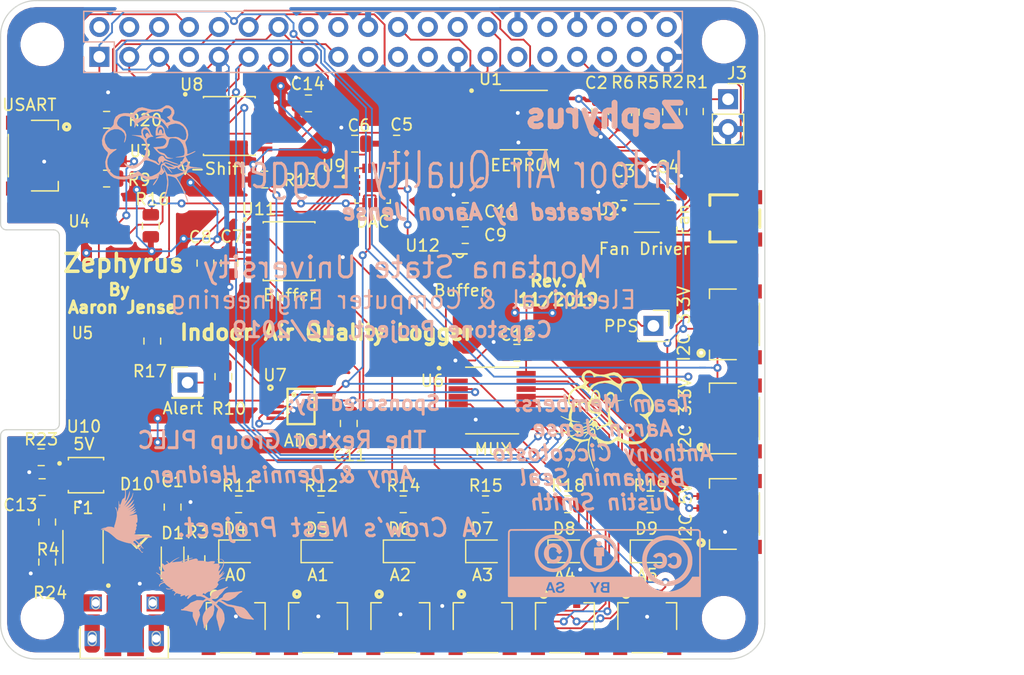
<source format=kicad_pcb>
(kicad_pcb (version 20171130) (host pcbnew "(5.1.4)-1")
  (title_block (date "15 nov 2012"))
  (layers (0 F.Cu signal) (31 B.Cu signal) (34 B.Paste user) (35 F.Paste user) (36 B.SilkS user) (37 F.SilkS user) (38 B.Mask user) (39 F.Mask user) (44 Edge.Cuts user))
  (net 0 "")
  (net 1 +5V)
  (net 2 GND)
  (net 3 +3V3)
  (net 4 "/GPIO10(SPI0_MOSI)")
  (net 5 "/GPIO11(SPI0_SCK)")
  (net 6 "/GPIO8(SPI0_CE_N)")
  (net 7 /ID_SC_EEPROM)
  (net 8 "Net-(J1-Pad2)")
  (net 9 "Net-(J1-Pad4)")
  (net 10 "/GPIO4(GCLK)")
  (net 11 "/GPIO24(GEN5)")
  (net 12 "/GPIO7(SPI1_CE_N)")
  (net 13 "/GPIO19(SPI1_MISO)")
  (net 14 /GPIO16)
  (net 15 "/GPIO20(SPI1_MOSI)")
  (net 16 "/GPIO21(SPI1_SCK)")
  (net 17 /ADC0)
  (net 18 /ADC1)
  (net 19 /ADC2)
  (net 20 /ADC3)
  (net 21 /ADC4)
  (net 22 /ADC5)
  (net 23 "/GPIO9(SPI0_MISO)")
  (net 24 "/GPIO17(GEN0)")
  (net 25 "/GPIO27(GEN2)")
  (net 26 "/GPIO22(GEN3)")
  (net 27 /GPIO5)
  (net 28 /GPIO6)
  (net 29 /GPIO26)
  (net 30 "Net-(F1-Pad1)")
  (net 31 "Net-(J2-PadS1)")
  (net 32 "Net-(J2-PadS2)")
  (net 33 "/GPIO2(SDA1)")
  (net 34 "/GPIO3(SCL1)")
  (net 35 "/GPIO14(TXD0)")
  (net 36 "/GPIO15(RXD0)")
  (net 37 "/GPIO18(GEN1)(PWM0)")
  (net 38 /FAN_nSLEEP)
  (net 39 /ID_SD_EEPROM)
  (net 40 /FAN_PWM1)
  (net 41 "Net-(J7-PadS1)")
  (net 42 "Net-(J7-PadS2)")
  (net 43 /SCL_5)
  (net 44 /SDA_5)
  (net 45 "Net-(J10-PadS2)")
  (net 46 "Net-(J10-PadS1)")
  (net 47 "Net-(J11-PadS2)")
  (net 48 "Net-(J11-PadS1)")
  (net 49 "Net-(J12-PadS2)")
  (net 50 "Net-(J12-PadS1)")
  (net 51 "Net-(J13-PadS2)")
  (net 52 "Net-(J13-PadS1)")
  (net 53 "Net-(J14-PadS2)")
  (net 54 "Net-(J14-PadS1)")
  (net 55 "Net-(J7-Pad2)")
  (net 56 "Net-(J7-Pad3)")
  (net 57 "Net-(J7-Pad4)")
  (net 58 "Net-(J7-PadS3)")
  (net 59 "Net-(J7-PadS4)")
  (net 60 "Net-(J7-PadS5)")
  (net 61 "Net-(J7-PadS6)")
  (net 62 "Net-(D1-Pad1)")
  (net 63 "Net-(U10-Pad8)")
  (net 64 "Net-(U10-Pad6)")
  (net 65 "/GPIO23(GEN4)")
  (net 66 "Net-(J3-Pad1)")
  (net 67 "Net-(J6-PadS1)")
  (net 68 "Net-(J6-PadS2)")
  (net 69 "Net-(J8-PadS1)")
  (net 70 "Net-(J8-PadS2)")
  (net 71 "Net-(J16-PadS1)")
  (net 72 "Net-(J16-PadS2)")
  (net 73 "Net-(C1-Pad1)")
  (net 74 "Net-(D4-Pad2)")
  (net 75 "Net-(D5-Pad2)")
  (net 76 "Net-(D6-Pad2)")
  (net 77 "Net-(D7-Pad2)")
  (net 78 "Net-(D8-Pad2)")
  (net 79 "Net-(D9-Pad2)")
  (net 80 /RXD0)
  (net 81 "Net-(J9-Pad1)")
  (net 82 "/Analog Port Control/BUF_OUT_0")
  (net 83 "/Analog Port Control/BUF_OUT_1")
  (net 84 "/Analog Port Control/BUF_OUT_2")
  (net 85 "/Analog Port Control/BUF_OUT_3")
  (net 86 "/Analog Port Control/BUF_OUT_4")
  (net 87 "Net-(J15-PadS2)")
  (net 88 "Net-(J15-PadS1)")
  (net 89 "/Analog Port Control/BUF_OUT_5")
  (net 90 "/Power Management/VREG_SENSE")
  (net 91 "Net-(R13-Pad2)")
  (net 92 "/Multiplexed ADC/MUL_A_5V")
  (net 93 "/Multiplexed ADC/MUL_B_5V")
  (net 94 "/Multiplexed ADC/MUL_C_5V")
  (net 95 "Net-(U6-Pad4)")
  (net 96 "Net-(U6-Pad3)")
  (net 97 "Net-(U6-Pad2)")
  (net 98 "Net-(U8-Pad13)")
  (net 99 "Net-(U8-Pad12)")
  (net 100 "Net-(U8-Pad11)")
  (net 101 "Net-(U9-Pad12)")
  (net 102 "Net-(U9-Pad11)")
  (net 103 "/Analog Port Control/DAC_OUT_F")
  (net 104 "/Analog Port Control/DAC_OUT_E")
  (net 105 "/Analog Port Control/DAC_OUT_D")
  (net 106 "/Analog Port Control/DAC_OUT_C")
  (net 107 "/Analog Port Control/DAC_OUT_B")
  (net 108 "/Analog Port Control/DAC_OUT_A")
  (net 109 "/GPIO12(PWM0)")
  (net 110 "Net-(J4-Pad2)")
  (net 111 "Net-(J4-Pad1)")
  (module "zephyrus-iaq:SM02B-SRSS-TB(LF)(SN)" (layer F.Cu) (at 261.9756 112.522 90)
    (fp_text reference J4 hide)
    (fp_text value Fan (at -0.127 -3.9116 90) (layer F.SilkS))
    (pad 4 smd rect (at 1.8 1.9 180) (size 1.8 1.2) (layers F.Cu F.Paste F.Mask))
    (pad 3 smd rect (at -1.8 1.9 180) (size 1.8 1.2) (layers F.Cu F.Paste F.Mask))
    (pad 1 smd rect (at 0.5 -1.975 180) (size 1.55 0.6) (layers F.Cu F.Paste F.Mask) (net 111 "Net-(J4-Pad1)"))
    (pad 2 smd rect (at -0.5 -1.975 180) (size 1.55 0.6) (layers F.Cu F.Paste F.Mask) (net 110 "Net-(J4-Pad2)"))
  )
  (module zephyrus-iaq:crows-nest-8_3mm-6_3mm (layer B.Cu) (at 213.0298 144.4752 180)
    (fp_text reference G*** hide)
    (fp_text value LOGO hide)
  )
  (module zephyrus-iaq:flying-crow-4_3mm-5_5mm (layer B.Cu) (at 209.7786 138.2014 180)
    (fp_text reference G*** hide)
    (fp_text value LOGO hide)
  )
  (module zephyrus-iaq:Zephyrus-IAQ-logo-9_4mm-9_1mm (layer B.Cu) (at 211.6836 106.8832 180)
    (fp_text reference G*** hide)
    (fp_text value LOGO hide)
  )
  (module zephyrus-iaq:AD8532ARMZ-MSOP8 (layer F.Cu) (at 239.0648 116.586)
    (fp_text reference U12 (at -3.175 -1.7526) (layer F.SilkS))
    (fp_text value Buffer (at 0.0508 2.0574) (layer F.SilkS))
    (pad 1 smd rect (at -1.8324 -0.762) (size 1.0668 0.254) (layers F.Cu F.Paste F.Mask) (net 86 "/Analog Port Control/BUF_OUT_4"))
    (pad 2 smd rect (at -1.8324 -0.254) (size 1.0668 0.254) (layers F.Cu F.Paste F.Mask) (net 86 "/Analog Port Control/BUF_OUT_4"))
    (pad 3 smd rect (at -1.8324 0.254) (size 1.0668 0.254) (layers F.Cu F.Paste F.Mask) (net 103 "/Analog Port Control/DAC_OUT_F"))
    (pad 4 smd rect (at -1.8324 0.762) (size 1.0668 0.254) (layers F.Cu F.Paste F.Mask) (net 2 GND))
    (pad 5 smd rect (at 1.8324 0.762) (size 1.0668 0.254) (layers F.Cu F.Paste F.Mask) (net 104 "/Analog Port Control/DAC_OUT_E"))
    (pad 6 smd rect (at 1.8324 0.254) (size 1.0668 0.254) (layers F.Cu F.Paste F.Mask) (net 89 "/Analog Port Control/BUF_OUT_5"))
    (pad 7 smd rect (at 1.8324 -0.254) (size 1.0668 0.254) (layers F.Cu F.Paste F.Mask) (net 89 "/Analog Port Control/BUF_OUT_5"))
    (pad 8 smd rect (at 1.8324 -0.762) (size 1.0668 0.254) (layers F.Cu F.Paste F.Mask) (net 1 +5V))
  )
  (module zephyrus-iaq:BSS138 (layer F.Cu) (at 208.9326 106.7156 90)
    (fp_text reference U3 (at -0.0914 2.9542 180) (layer F.SilkS) (effects (font (size 1 0.9))))
    (fp_text value BSS138 hide)
    (pad G smd rect (at -0.95 1.1 90) (size 1 1.4) (layers F.Cu F.Paste F.Mask) (net 3 +3V3))
    (pad S smd rect (at 0.95 1.1 90) (size 1 1.4) (layers F.Cu F.Paste F.Mask) (net 36 "/GPIO15(RXD0)"))
    (pad D smd rect (at 0 -1.1 90) (size 1 1.4) (layers F.Cu F.Paste F.Mask) (net 80 /RXD0))
  )
  (module Resistor_SMD:R_0805_2012Metric (layer F.Cu) (at 209.0166 104.14)
    (fp_text reference R20 (at 3.2766 0.0254) (layer F.SilkS))
    (fp_text value 10k)
    (pad 2 smd roundrect (at 0.9375 0) (size 0.975 1.4) (layers F.Cu F.Paste F.Mask) (net 36 "/GPIO15(RXD0)"))
    (pad 1 smd roundrect (at -0.9375 0) (size 0.975 1.4) (layers F.Cu F.Paste F.Mask) (net 3 +3V3))
  )
  (module Resistor_SMD:R_0805_2012Metric (layer F.Cu) (at 255.2434 136.843 180)
    (fp_text reference R19 (at -0.0254 1.588) (layer F.SilkS))
    (fp_text value 330)
    (pad 2 smd roundrect (at 0.9375 0 180) (size 0.975 1.4) (layers F.Cu F.Paste F.Mask) (net 89 "/Analog Port Control/BUF_OUT_5"))
    (pad 1 smd roundrect (at -0.9375 0 180) (size 0.975 1.4) (layers F.Cu F.Paste F.Mask) (net 79 "Net-(D9-Pad2)"))
  )
  (module Resistor_SMD:R_0805_2012Metric (layer F.Cu) (at 248.2434 136.843 180)
    (fp_text reference R18 (at -0.0254 1.588) (layer F.SilkS))
    (fp_text value 330)
    (pad 2 smd roundrect (at 0.9375 0 180) (size 0.975 1.4) (layers F.Cu F.Paste F.Mask) (net 86 "/Analog Port Control/BUF_OUT_4"))
    (pad 1 smd roundrect (at -0.9375 0 180) (size 0.975 1.4) (layers F.Cu F.Paste F.Mask) (net 78 "Net-(D8-Pad2)"))
  )
  (module Resistor_SMD:R_0805_2012Metric (layer F.Cu) (at 241.2434 136.843 180)
    (fp_text reference R15 (at -0.0254 1.588) (layer F.SilkS))
    (fp_text value 330)
    (pad 2 smd roundrect (at 0.9375 0 180) (size 0.975 1.4) (layers F.Cu F.Paste F.Mask) (net 85 "/Analog Port Control/BUF_OUT_3"))
    (pad 1 smd roundrect (at -0.9375 0 180) (size 0.975 1.4) (layers F.Cu F.Paste F.Mask) (net 77 "Net-(D7-Pad2)"))
  )
  (module Resistor_SMD:R_0805_2012Metric (layer F.Cu) (at 234.2434 136.843 180)
    (fp_text reference R14 (at -0.0254 1.588) (layer F.SilkS))
    (fp_text value 330)
    (pad 2 smd roundrect (at 0.9375 0 180) (size 0.975 1.4) (layers F.Cu F.Paste F.Mask) (net 84 "/Analog Port Control/BUF_OUT_2"))
    (pad 1 smd roundrect (at -0.9375 0 180) (size 0.975 1.4) (layers F.Cu F.Paste F.Mask) (net 76 "Net-(D6-Pad2)"))
  )
  (module Resistor_SMD:R_0805_2012Metric (layer F.Cu) (at 227.2434 136.843 180)
    (fp_text reference R12 (at -0.0254 1.588) (layer F.SilkS))
    (fp_text value 330)
    (pad 2 smd roundrect (at 0.9375 0 180) (size 0.975 1.4) (layers F.Cu F.Paste F.Mask) (net 83 "/Analog Port Control/BUF_OUT_1"))
    (pad 1 smd roundrect (at -0.9375 0 180) (size 0.975 1.4) (layers F.Cu F.Paste F.Mask) (net 75 "Net-(D5-Pad2)"))
  )
  (module Resistor_SMD:R_0805_2012Metric (layer F.Cu) (at 209.0166 109.14 180)
    (fp_text reference R9 (at -2.7686 -0.1054) (layer F.SilkS))
    (fp_text value 10k)
    (pad 2 smd roundrect (at 0.9375 0 180) (size 0.975 1.4) (layers F.Cu F.Paste F.Mask) (net 80 /RXD0))
    (pad 1 smd roundrect (at -0.9375 0 180) (size 0.975 1.4) (layers F.Cu F.Paste F.Mask) (net 1 +5V))
  )
  (module "zephyrus-iaq:JST_SM03B-SRSS-TB(LF)(SN)" (layer F.Cu) (at 255 144.89)
    (fp_text reference J15 hide)
    (fp_text value A5 (at 0 -2.032) (layer F.SilkS))
    (pad S2 smd rect (at 2.3 3.875 180) (size 1.2 1.8) (layers F.Cu F.Paste F.Mask) (net 87 "Net-(J15-PadS2)"))
    (pad S1 smd rect (at -2.3 3.875 180) (size 1.2 1.8) (layers F.Cu F.Paste F.Mask) (net 88 "Net-(J15-PadS1)"))
    (pad 3 smd rect (at 1 0 90) (size 1.55 0.6) (layers F.Cu F.Paste F.Mask) (net 22 /ADC5))
    (pad 1 smd rect (at -1 0 90) (size 1.55 0.6) (layers F.Cu F.Paste F.Mask) (net 89 "/Analog Port Control/BUF_OUT_5"))
    (pad 2 smd rect (at 0 0 90) (size 1.55 0.6) (layers F.Cu F.Paste F.Mask) (net 2 GND))
  )
  (module "zephyrus-iaq:JST_SM03B-SRSS-TB(LF)(SN)" (layer F.Cu) (at 248 144.89)
    (fp_text reference J14 hide)
    (fp_text value A4 (at 0 -2.032) (layer F.SilkS))
    (pad S2 smd rect (at 2.3 3.875 180) (size 1.2 1.8) (layers F.Cu F.Paste F.Mask) (net 53 "Net-(J14-PadS2)"))
    (pad S1 smd rect (at -2.3 3.875 180) (size 1.2 1.8) (layers F.Cu F.Paste F.Mask) (net 54 "Net-(J14-PadS1)"))
    (pad 3 smd rect (at 1 0 90) (size 1.55 0.6) (layers F.Cu F.Paste F.Mask) (net 21 /ADC4))
    (pad 1 smd rect (at -1 0 90) (size 1.55 0.6) (layers F.Cu F.Paste F.Mask) (net 86 "/Analog Port Control/BUF_OUT_4"))
    (pad 2 smd rect (at 0 0 90) (size 1.55 0.6) (layers F.Cu F.Paste F.Mask) (net 2 GND))
  )
  (module "zephyrus-iaq:JST_SM03B-SRSS-TB(LF)(SN)" (layer F.Cu) (at 241 144.89)
    (fp_text reference J13 hide)
    (fp_text value A3 (at 0 -2.032) (layer F.SilkS))
    (pad S2 smd rect (at 2.3 3.875 180) (size 1.2 1.8) (layers F.Cu F.Paste F.Mask) (net 51 "Net-(J13-PadS2)"))
    (pad S1 smd rect (at -2.3 3.875 180) (size 1.2 1.8) (layers F.Cu F.Paste F.Mask) (net 52 "Net-(J13-PadS1)"))
    (pad 3 smd rect (at 1 0 90) (size 1.55 0.6) (layers F.Cu F.Paste F.Mask) (net 20 /ADC3))
    (pad 1 smd rect (at -1 0 90) (size 1.55 0.6) (layers F.Cu F.Paste F.Mask) (net 85 "/Analog Port Control/BUF_OUT_3"))
    (pad 2 smd rect (at 0 0 90) (size 1.55 0.6) (layers F.Cu F.Paste F.Mask) (net 2 GND))
  )
  (module "zephyrus-iaq:JST_SM03B-SRSS-TB(LF)(SN)" (layer F.Cu) (at 234 144.89)
    (fp_text reference J12 hide)
    (fp_text value A2 (at 0 -2.032) (layer F.SilkS))
    (pad S2 smd rect (at 2.3 3.875 180) (size 1.2 1.8) (layers F.Cu F.Paste F.Mask) (net 49 "Net-(J12-PadS2)"))
    (pad S1 smd rect (at -2.3 3.875 180) (size 1.2 1.8) (layers F.Cu F.Paste F.Mask) (net 50 "Net-(J12-PadS1)"))
    (pad 3 smd rect (at 1 0 90) (size 1.55 0.6) (layers F.Cu F.Paste F.Mask) (net 19 /ADC2))
    (pad 1 smd rect (at -1 0 90) (size 1.55 0.6) (layers F.Cu F.Paste F.Mask) (net 84 "/Analog Port Control/BUF_OUT_2"))
    (pad 2 smd rect (at 0 0 90) (size 1.55 0.6) (layers F.Cu F.Paste F.Mask) (net 2 GND))
  )
  (module "zephyrus-iaq:JST_SM03B-SRSS-TB(LF)(SN)" (layer F.Cu) (at 227 144.89)
    (fp_text reference J11 hide)
    (fp_text value A1 (at 0 -2.032) (layer F.SilkS))
    (pad S2 smd rect (at 2.3 3.875 180) (size 1.2 1.8) (layers F.Cu F.Paste F.Mask) (net 47 "Net-(J11-PadS2)"))
    (pad S1 smd rect (at -2.3 3.875 180) (size 1.2 1.8) (layers F.Cu F.Paste F.Mask) (net 48 "Net-(J11-PadS1)"))
    (pad 3 smd rect (at 1 0 90) (size 1.55 0.6) (layers F.Cu F.Paste F.Mask) (net 18 /ADC1))
    (pad 1 smd rect (at -1 0 90) (size 1.55 0.6) (layers F.Cu F.Paste F.Mask) (net 83 "/Analog Port Control/BUF_OUT_1"))
    (pad 2 smd rect (at 0 0 90) (size 1.55 0.6) (layers F.Cu F.Paste F.Mask) (net 2 GND))
  )
  (module Diode_SMD:D_0805_2012Metric (layer F.Cu) (at 255.2434 140.843)
    (fp_text reference D9 (at -0.3048 -1.9304) (layer F.SilkS))
    (fp_text value LED)
    (pad 2 smd roundrect (at 0.9375 0) (size 0.975 1.4) (layers F.Cu F.Paste F.Mask) (net 79 "Net-(D9-Pad2)"))
    (pad 1 smd roundrect (at -0.9375 0) (size 0.975 1.4) (layers F.Cu F.Paste F.Mask) (net 2 GND))
  )
  (module Diode_SMD:D_0805_2012Metric (layer F.Cu) (at 248.2434 140.843)
    (fp_text reference D8 (at -0.3048 -1.9304) (layer F.SilkS))
    (fp_text value LED)
    (pad 2 smd roundrect (at 0.9375 0) (size 0.975 1.4) (layers F.Cu F.Paste F.Mask) (net 78 "Net-(D8-Pad2)"))
    (pad 1 smd roundrect (at -0.9375 0) (size 0.975 1.4) (layers F.Cu F.Paste F.Mask) (net 2 GND))
  )
  (module Diode_SMD:D_0805_2012Metric (layer F.Cu) (at 241.2434 140.843)
    (fp_text reference D7 (at -0.3048 -1.9304) (layer F.SilkS))
    (fp_text value LED)
    (pad 2 smd roundrect (at 0.9375 0) (size 0.975 1.4) (layers F.Cu F.Paste F.Mask) (net 77 "Net-(D7-Pad2)"))
    (pad 1 smd roundrect (at -0.9375 0) (size 0.975 1.4) (layers F.Cu F.Paste F.Mask) (net 2 GND))
  )
  (module Diode_SMD:D_0805_2012Metric (layer F.Cu) (at 234.2434 140.843)
    (fp_text reference D6 (at -0.3048 -1.9304) (layer F.SilkS))
    (fp_text value LED)
    (pad 2 smd roundrect (at 0.9375 0) (size 0.975 1.4) (layers F.Cu F.Paste F.Mask) (net 76 "Net-(D6-Pad2)"))
    (pad 1 smd roundrect (at -0.9375 0) (size 0.975 1.4) (layers F.Cu F.Paste F.Mask) (net 2 GND))
  )
  (module Diode_SMD:D_0805_2012Metric (layer F.Cu) (at 227.2434 140.843)
    (fp_text reference D5 (at -0.3048 -1.9304) (layer F.SilkS))
    (fp_text value LED)
    (pad 2 smd roundrect (at 0.9375 0) (size 0.975 1.4) (layers F.Cu F.Paste F.Mask) (net 75 "Net-(D5-Pad2)"))
    (pad 1 smd roundrect (at -0.9375 0) (size 0.975 1.4) (layers F.Cu F.Paste F.Mask) (net 2 GND))
  )
  (module zephyrus-iaq:FCI_10103594-0001LF (layer F.Cu) (at 210.5152 148.2598)
    (fp_text reference J7 hide)
    (fp_text value 10103594-0001LF hide)
    (fp_poly (pts (xy 3.375 0.7) (xy 3.375 0.6) (xy 2.075 0.6) (xy 2.075 0.7) (xy 2.07325 0.712451) (xy 2.07123 0.735508) (xy 2.07042 0.758639) (xy 2.07083 0.781781) (xy 2.07244 0.80487) (xy 2.07526 0.827843) (xy 2.07928 0.850637) (xy 2.08449 0.873189) (xy 2.09087 0.895437) (xy 2.0984 0.917322) (xy 2.10707 0.938782) (xy 2.11685 0.959759) (xy 2.12772 0.980195) (xy 2.13964 1.00003) (xy 2.15258 1.01922) (xy 2.16651 1.03771) (xy 2.18139 1.05544) (xy 2.19718 1.07237) (xy 2.21382 1.08844) (xy 2.23129 1.10363) (xy 2.24953 1.11788) (xy 2.26849 1.13115) (xy 2.28812 1.14342) (xy 2.30836 1.15464) (xy 2.32916 1.16479) (xy 2.35047 1.17383) (xy 2.37222 1.18175) (xy 2.39435 1.18851) (xy 2.41681 1.19411) (xy 2.43953 1.19853) (xy 2.45 1.2) (xy 2.95 1.2) (xy 2.96504 1.19869) (xy 2.98911 1.19531) (xy 3.01296 1.19067) (xy 3.03654 1.1848) (xy 3.05978 1.17769) (xy 3.08262 1.16938) (xy 3.10499 1.15988) (xy 3.12683 1.14923) (xy 3.14809 1.13745) (xy 3.16869 1.12457) (xy 3.1886 1.11063) (xy 3.20775 1.09567) (xy 3.22609 1.07973) (xy 3.24357 1.06285) (xy 3.26015 1.04507) (xy 3.27577 1.02646) (xy 3.29039 1.00705) (xy 3.30398 0.986904) (xy 3.3165 0.966074) (xy 3.32791 0.944617) (xy 3.33818 0.922593) (xy 3.34728 0.900061) (xy 3.35519 0.877083) (xy 3.36189 0.853723) (xy 3.36736 0.830045) (xy 3.37158 0.806112) (xy 3.37454 0.781992) (xy 3.37623 0.75775) (xy 3.37666 0.733452) (xy 3.37581 0.709165)) (layer F.Cu) (width 0.0001))
    (fp_poly (pts (xy 3.9 -2.05) (xy 3.9 -1.35) (xy 3.375 -1.35) (xy 3.375 -0.6) (xy 2.075 -0.6) (xy 2.075 -2.05)) (layer F.Cu) (width 0.0001))
    (fp_line (start 2.375 0.25) (end 2.375 -0.25) (layer Edge.Cuts) (width 0.1))
    (fp_arc (start 2.725 0.25) (end 2.375 0.25) (angle -180) (layer Edge.Cuts) (width 0.1))
    (fp_line (start 3.075 -0.25) (end 3.075 0.25) (layer Edge.Cuts) (width 0.1))
    (fp_arc (start 2.725 -0.25) (end 3.075 -0.25) (angle -180) (layer Edge.Cuts) (width 0.1))
    (fp_poly (pts (xy -3.375 0.7) (xy -3.375 0.6) (xy -2.075 0.6) (xy -2.075 0.7) (xy -2.07325 0.712451) (xy -2.07123 0.735508) (xy -2.07042 0.758639) (xy -2.07083 0.781781) (xy -2.07244 0.80487) (xy -2.07526 0.827843) (xy -2.07928 0.850637) (xy -2.08449 0.873189) (xy -2.09087 0.895437) (xy -2.0984 0.917322) (xy -2.10707 0.938782) (xy -2.11685 0.959759) (xy -2.12772 0.980195) (xy -2.13964 1.00003) (xy -2.15258 1.01922) (xy -2.16651 1.03771) (xy -2.18139 1.05544) (xy -2.19718 1.07237) (xy -2.21382 1.08844) (xy -2.23129 1.10363) (xy -2.24953 1.11788) (xy -2.26849 1.13115) (xy -2.28812 1.14342) (xy -2.30836 1.15464) (xy -2.32916 1.16479) (xy -2.35047 1.17383) (xy -2.37222 1.18175) (xy -2.39435 1.18851) (xy -2.41681 1.19411) (xy -2.43953 1.19853) (xy -2.45 1.2) (xy -2.95 1.2) (xy -2.96504 1.19869) (xy -2.98911 1.19531) (xy -3.01296 1.19067) (xy -3.03654 1.1848) (xy -3.05978 1.17769) (xy -3.08262 1.16938) (xy -3.10499 1.15988) (xy -3.12683 1.14923) (xy -3.14809 1.13745) (xy -3.16869 1.12457) (xy -3.1886 1.11063) (xy -3.20775 1.09567) (xy -3.22609 1.07973) (xy -3.24357 1.06285) (xy -3.26015 1.04507) (xy -3.27577 1.02646) (xy -3.29039 1.00705) (xy -3.30398 0.986904) (xy -3.3165 0.966074) (xy -3.32791 0.944617) (xy -3.33818 0.922593) (xy -3.34728 0.900061) (xy -3.35519 0.877083) (xy -3.36189 0.853723) (xy -3.36736 0.830045) (xy -3.37158 0.806112) (xy -3.37454 0.781992) (xy -3.37623 0.75775) (xy -3.37666 0.733452) (xy -3.37581 0.709165)) (layer F.Cu) (width 0.0001))
    (fp_poly (pts (xy -3.9 -2.05) (xy -3.9 -1.35) (xy -3.375 -1.35) (xy -3.375 -0.6) (xy -2.075 -0.6) (xy -2.075 -2.05)) (layer F.Cu) (width 0.0001))
    (fp_line (start -2.375 0.25) (end -2.375 -0.25) (layer Edge.Cuts) (width 0.1))
    (fp_arc (start -2.725 0.25) (end -2.375 0.25) (angle 180) (layer Edge.Cuts) (width 0.1))
    (fp_line (start -3.075 -0.25) (end -3.075 0.25) (layer Edge.Cuts) (width 0.1))
    (fp_arc (start -2.725 -0.25) (end -3.075 -0.25) (angle 180) (layer Edge.Cuts) (width 0.1))
    (fp_line (start 2.1 -3.23) (end 2.1 -2.83) (layer Edge.Cuts) (width 0.1))
    (fp_arc (start 2.425 -3.23) (end 2.1 -3.23) (angle 180) (layer Edge.Cuts) (width 0.1))
    (fp_line (start 2.75 -2.83) (end 2.75 -3.23) (layer Edge.Cuts) (width 0.1))
    (fp_arc (start 2.425 -2.83) (end 2.75 -2.83) (angle 180) (layer Edge.Cuts) (width 0.1))
    (fp_poly (pts (xy 1.9 -3.555) (xy 1.9 -3.76) (xy 3.9 -3.76) (xy 3.9 -2.3) (xy 1.9 -2.3) (xy 1.9 -2.505) (xy 2.9 -2.505) (xy 2.9 -3.555)) (layer F.Cu) (width 0.0001))
    (fp_line (start -2.1 -3.23) (end -2.1 -2.83) (layer Edge.Cuts) (width 0.1))
    (fp_arc (start -2.425 -3.23) (end -2.1 -3.23) (angle -180) (layer Edge.Cuts) (width 0.1))
    (fp_line (start -2.75 -2.83) (end -2.75 -3.23) (layer Edge.Cuts) (width 0.1))
    (fp_arc (start -2.425 -2.83) (end -2.75 -2.83) (angle -180) (layer Edge.Cuts) (width 0.1))
    (fp_poly (pts (xy -1.9 -3.555) (xy -1.9 -3.76) (xy -3.9 -3.76) (xy -3.9 -2.3) (xy -1.9 -2.3) (xy -1.9 -2.505) (xy -2.9 -2.505) (xy -2.9 -3.555)) (layer F.Cu) (width 0.0001))
    (pad S6 thru_hole rect (at 2.725 0 90) (size 1.3 1.3) (drill 0.7) (layers *.Cu *.Mask) (net 61 "Net-(J7-PadS6)"))
    (pad S5 thru_hole rect (at -2.725 0 90) (size 1.3 1.3) (drill 0.7) (layers *.Cu *.Mask) (net 60 "Net-(J7-PadS5)"))
    (pad S4 thru_hole rect (at 2.425 -3.03 180) (size 1.05 1.05) (drill 0.65) (layers *.Cu *.Mask) (net 59 "Net-(J7-PadS4)"))
    (pad S3 thru_hole rect (at -2.425 -3.03) (size 1.05 1.05) (drill 0.65) (layers *.Cu *.Mask) (net 58 "Net-(J7-PadS3)"))
    (pad S2 smd rect (at 0.9625 0.25) (size 1.425 2.5) (layers F.Cu F.Paste F.Mask) (net 42 "Net-(J7-PadS2)"))
    (pad S1 smd rect (at -0.9625 0.25 180) (size 1.425 2.5) (layers F.Cu F.Paste F.Mask) (net 41 "Net-(J7-PadS1)"))
    (pad 5 smd rect (at 1.3 -2.825 90) (size 1.75 0.4) (layers F.Cu F.Paste F.Mask) (net 2 GND))
    (pad 4 smd rect (at 0.65 -2.825 90) (size 1.75 0.4) (layers F.Cu F.Paste F.Mask) (net 57 "Net-(J7-Pad4)"))
    (pad 3 smd rect (at 0 -2.825 90) (size 1.75 0.4) (layers F.Cu F.Paste F.Mask) (net 56 "Net-(J7-Pad3)"))
    (pad 2 smd rect (at -0.65 -2.825 90) (size 1.75 0.4) (layers F.Cu F.Paste F.Mask) (net 55 "Net-(J7-Pad2)"))
    (pad 1 smd rect (at -1.3 -2.825 90) (size 1.75 0.4) (layers F.Cu F.Paste F.Mask) (net 30 "Net-(F1-Pad1)"))
  )
  (module zephyrus-iaq:BSS138 (layer F.Cu) (at 209.4484 123.5788)
    (fp_text reference U5 (at -2.4892 -1.3032) (layer F.SilkS) (effects (font (size 1 0.9))))
    (fp_text value BSS138 hide)
    (pad G smd rect (at -0.95 1.1) (size 1 1.4) (layers F.Cu F.Paste F.Mask) (net 3 +3V3))
    (pad S smd rect (at 0.95 1.1) (size 1 1.4) (layers F.Cu F.Paste F.Mask) (net 34 "/GPIO3(SCL1)"))
    (pad D smd rect (at 0 -1.1) (size 1 1.4) (layers F.Cu F.Paste F.Mask) (net 43 /SCL_5))
  )
  (module zephyrus-iaq:SOIC127P600X175-8N (layer F.Cu) (at 244.5004 104.1654)
    (fp_text reference U1 (at -2.8194 -3.5052) (layer F.SilkS))
    (fp_text value EEPROM (at 0.1524 3.8354) (layer F.SilkS))
    (pad 8 smd rect (at 2.475 -1.905) (size 1.97 0.6) (layers F.Cu F.Paste F.Mask) (net 3 +3V3))
    (pad 7 smd rect (at 2.475 -0.635) (size 1.97 0.6) (layers F.Cu F.Paste F.Mask) (net 66 "Net-(J3-Pad1)"))
    (pad 6 smd rect (at 2.475 0.635) (size 1.97 0.6) (layers F.Cu F.Paste F.Mask) (net 7 /ID_SC_EEPROM))
    (pad 5 smd rect (at 2.475 1.905) (size 1.97 0.6) (layers F.Cu F.Paste F.Mask) (net 39 /ID_SD_EEPROM))
    (pad 4 smd rect (at -2.475 1.905) (size 1.97 0.6) (layers F.Cu F.Paste F.Mask) (net 2 GND))
    (pad 3 smd rect (at -2.475 0.635) (size 1.97 0.6) (layers F.Cu F.Paste F.Mask) (net 2 GND))
    (pad 2 smd rect (at -2.475 -0.635) (size 1.97 0.6) (layers F.Cu F.Paste F.Mask) (net 2 GND))
    (pad 1 smd rect (at -2.475 -1.905) (size 1.97 0.6) (layers F.Cu F.Paste F.Mask) (net 2 GND))
  )
  (module zephyrus-iaq:SON50P200X200X80-9N (layer F.Cu) (at 254.9652 112.4966)
    (fp_text reference U2 (at -3.2766 -0.762) (layer F.SilkS))
    (fp_text value "Fan Driver" (at -0.2032 2.6162) (layer F.SilkS))
    (pad 9 smd rect (at 0 0) (size 0.8 1.2) (layers F.Cu F.Paste F.Mask) (net 2 GND))
    (pad 8 smd rect (at 0.985 -0.75) (size 0.76 0.27) (layers F.Cu F.Paste F.Mask) (net 3 +3V3))
    (pad 7 smd rect (at 0.985 -0.25) (size 0.76 0.27) (layers F.Cu F.Paste F.Mask) (net 38 /FAN_nSLEEP))
    (pad 6 smd rect (at 0.985 0.25) (size 0.76 0.27) (layers F.Cu F.Paste F.Mask) (net 40 /FAN_PWM1))
    (pad 5 smd rect (at 0.985 0.75) (size 0.76 0.27) (layers F.Cu F.Paste F.Mask) (net 2 GND))
    (pad 4 smd rect (at -0.985 0.75) (size 0.76 0.27) (layers F.Cu F.Paste F.Mask) (net 2 GND))
    (pad 3 smd rect (at -0.985 0.25) (size 0.76 0.27) (layers F.Cu F.Paste F.Mask) (net 110 "Net-(J4-Pad2)"))
    (pad 2 smd rect (at -0.985 -0.25) (size 0.76 0.27) (layers F.Cu F.Paste F.Mask) (net 111 "Net-(J4-Pad1)"))
    (pad 1 smd rect (at -0.985 -0.75) (size 0.76 0.27) (layers F.Cu F.Paste F.Mask) (net 1 +5V))
  )
  (module "zephyrus-iaq:JST_SM04B-SRSS-TB(LF)(SN)" (layer F.Cu) (at 259.969 121.539 90)
    (fp_text reference J8 hide)
    (fp_text value "I2C 3.3V" (at 0.0508 -1.8542 90) (layer F.SilkS) (effects (font (size 1.00057 1.00057))))
    (pad 4 smd rect (at 1.5 0 90) (size 0.6 1.55) (layers F.Cu F.Paste F.Mask) (net 34 "/GPIO3(SCL1)"))
    (pad 3 smd rect (at 0.5 0 90) (size 0.6 1.55) (layers F.Cu F.Paste F.Mask) (net 33 "/GPIO2(SDA1)"))
    (pad 2 smd rect (at -0.5 0 90) (size 0.6 1.55) (layers F.Cu F.Paste F.Mask) (net 3 +3V3))
    (pad 1 smd rect (at -1.5 0 90) (size 0.6 1.55) (layers F.Cu F.Paste F.Mask) (net 2 GND))
    (pad S1 smd rect (at -2.8 3.875 270) (size 1.2 1.8) (layers F.Cu F.Paste F.Mask) (net 69 "Net-(J8-PadS1)"))
    (pad S2 smd rect (at 2.8 3.875 270) (size 1.2 1.8) (layers F.Cu F.Paste F.Mask) (net 70 "Net-(J8-PadS2)"))
  )
  (module zephyrus-iaq:BSS138 (layer F.Cu) (at 209.3722 112.7076)
    (fp_text reference U4 (at -2.6924 0.0684) (layer F.SilkS) (effects (font (size 1 0.9))))
    (fp_text value BSS138 hide)
    (pad G smd rect (at -0.95 1.1) (size 1 1.4) (layers F.Cu F.Paste F.Mask) (net 3 +3V3))
    (pad S smd rect (at 0.95 1.1) (size 1 1.4) (layers F.Cu F.Paste F.Mask) (net 33 "/GPIO2(SDA1)"))
    (pad D smd rect (at 0 -1.1) (size 1 1.4) (layers F.Cu F.Paste F.Mask) (net 44 /SDA_5))
  )
  (module Resistor_SMD:R_0805_2012Metric (layer F.Cu) (at 212.9028 122.9614 90)
    (fp_text reference R17 (at -2.5654 -0.2032 180) (layer F.SilkS))
    (fp_text value 10k)
    (pad 2 smd roundrect (at 0.9375 0 90) (size 0.975 1.4) (layers F.Cu F.Paste F.Mask) (net 43 /SCL_5))
    (pad 1 smd roundrect (at -0.9375 0 90) (size 0.975 1.4) (layers F.Cu F.Paste F.Mask) (net 1 +5V))
  )
  (module Resistor_SMD:R_0805_2012Metric (layer F.Cu) (at 212.7758 113.1547 90)
    (fp_text reference R16 (at 2.2583 0.127 180) (layer F.SilkS))
    (fp_text value 10k)
    (pad 2 smd roundrect (at 0.9375 0 90) (size 0.975 1.4) (layers F.Cu F.Paste F.Mask) (net 44 /SDA_5))
    (pad 1 smd roundrect (at -0.9375 0 90) (size 0.975 1.4) (layers F.Cu F.Paste F.Mask) (net 1 +5V))
  )
  (module Resistor_SMD:R_0805_2012Metric_Pad1.15x1.40mm_HandSolder (layer F.Cu) (at 252.9586 103.5214 270)
    (fp_text reference R6 (at -2.5564 0.0508 180) (layer F.SilkS))
    (fp_text value 3.9k)
    (pad 2 smd roundrect (at 1.025 0 270) (size 1.15 1.4) (layers F.Cu F.Paste F.Mask) (roundrect_rratio 0.217391) (net 7 /ID_SC_EEPROM))
    (pad 1 smd roundrect (at -1.025 0 270) (size 1.15 1.4) (layers F.Cu F.Paste F.Mask) (roundrect_rratio 0.217391) (net 3 +3V3))
  )
  (module Resistor_SMD:R_0805_2012Metric_Pad1.15x1.40mm_HandSolder (layer F.Cu) (at 255.016 103.496 270)
    (fp_text reference R5 (at -2.531 -0.0254 180) (layer F.SilkS))
    (fp_text value 3.9k)
    (pad 2 smd roundrect (at 1.025 0 270) (size 1.15 1.4) (layers F.Cu F.Paste F.Mask) (roundrect_rratio 0.217391) (net 39 /ID_SD_EEPROM))
    (pad 1 smd roundrect (at -1.025 0 270) (size 1.15 1.4) (layers F.Cu F.Paste F.Mask) (roundrect_rratio 0.217391) (net 3 +3V3))
  )
  (module Resistor_SMD:R_0805_2012Metric_Pad1.15x1.40mm_HandSolder (layer F.Cu) (at 259.0546 103.4378 90)
    (fp_text reference R2 (at 2.5236 -1.905 180) (layer F.SilkS))
    (fp_text value DNP)
    (pad 2 smd roundrect (at 1.025 0 90) (size 1.15 1.4) (layers F.Cu F.Paste F.Mask) (roundrect_rratio 0.217391) (net 66 "Net-(J3-Pad1)"))
    (pad 1 smd roundrect (at -1.025 0 90) (size 1.15 1.4) (layers F.Cu F.Paste F.Mask) (roundrect_rratio 0.217391) (net 2 GND))
  )
  (module Resistor_SMD:R_0805_2012Metric_Pad1.15x1.40mm_HandSolder (layer F.Cu) (at 257.0226 103.4632 270)
    (fp_text reference R1 (at -2.5236 -2.1844 180) (layer F.SilkS))
    (fp_text value 1k)
    (pad 2 smd roundrect (at 1.025 0 270) (size 1.15 1.4) (layers F.Cu F.Paste F.Mask) (roundrect_rratio 0.217391) (net 66 "Net-(J3-Pad1)"))
    (pad 1 smd roundrect (at -1.025 0 270) (size 1.15 1.4) (layers F.Cu F.Paste F.Mask) (roundrect_rratio 0.217391) (net 3 +3V3))
  )
  (module MountingHole:MountingHole_2.7mm_M2.5 (layer F.Cu) (at 203.551 97.7238)
    (fp_text reference MK4 hide)
    (fp_text value M2.5)
    (pad 1 np_thru_hole circle (at 0 0) (size 2.7 2.7) (drill 2.7) (layers *.Cu *.Mask))
  )
  (module MountingHole:MountingHole_2.7mm_M2.5 (layer F.Cu) (at 261.5 97.4948)
    (fp_text reference MK3 hide)
    (fp_text value M2.5)
    (pad 1 np_thru_hole circle (at 0 0) (size 2.7 2.7) (drill 2.7) (layers *.Cu *.Mask))
  )
  (module MountingHole:MountingHole_2.7mm_M2.5 (layer F.Cu) (at 261.5 146.4948)
    (fp_text reference MK2 hide)
    (fp_text value M2.5)
    (pad 1 np_thru_hole circle (at 0 0) (size 2.7 2.7) (drill 2.7) (layers *.Cu *.Mask))
  )
  (module MountingHole:MountingHole_2.7mm_M2.5 (layer F.Cu) (at 203.551 146.494)
    (fp_text reference MK1 hide)
    (fp_text value M2.5)
    (pad 1 np_thru_hole circle (at 0 0) (size 2.7 2.7) (drill 2.7) (layers *.Cu *.Mask))
  )
  (module Connector_PinSocket_2.54mm:PinSocket_1x01_P2.54mm_Vertical (layer F.Cu) (at 255.524 121.666)
    (fp_text reference J17 hide)
    (fp_text value PPS)
    (pad 1 thru_hole rect (at 0 0) (size 1.7 1.7) (drill 1) (layers *.Cu *.Mask) (net 37 "/GPIO18(GEN1)(PWM0)"))
  )
  (module "zephyrus-iaq:JST_SM04B-SRSS-TB(LF)(SN)" (layer F.Cu) (at 259.969 137.668 90)
    (fp_text reference J16 hide)
    (fp_text value "I2C 5V" (at 0.1016 -1.7018 90) (layer F.SilkS) (effects (font (size 1.00057 1.00057))))
    (pad 4 smd rect (at 1.5 0 90) (size 0.6 1.55) (layers F.Cu F.Paste F.Mask) (net 43 /SCL_5))
    (pad 3 smd rect (at 0.5 0 90) (size 0.6 1.55) (layers F.Cu F.Paste F.Mask) (net 44 /SDA_5))
    (pad 2 smd rect (at -0.5 0 90) (size 0.6 1.55) (layers F.Cu F.Paste F.Mask) (net 1 +5V))
    (pad 1 smd rect (at -1.5 0 90) (size 0.6 1.55) (layers F.Cu F.Paste F.Mask) (net 2 GND))
    (pad S1 smd rect (at -2.8 3.875 270) (size 1.2 1.8) (layers F.Cu F.Paste F.Mask) (net 71 "Net-(J16-PadS1)"))
    (pad S2 smd rect (at 2.8 3.875 270) (size 1.2 1.8) (layers F.Cu F.Paste F.Mask) (net 72 "Net-(J16-PadS2)"))
  )
  (module "zephyrus-iaq:JST_SM04B-SRSS-TB(LF)(SN)" (layer F.Cu) (at 259.969 129.54 90)
    (fp_text reference J6 hide)
    (fp_text value "I2C 3.3V" (at 0.2286 -1.7526 90) (layer F.SilkS) (effects (font (size 1.00057 1.00057))))
    (pad 4 smd rect (at 1.5 0 90) (size 0.6 1.55) (layers F.Cu F.Paste F.Mask) (net 34 "/GPIO3(SCL1)"))
    (pad 3 smd rect (at 0.5 0 90) (size 0.6 1.55) (layers F.Cu F.Paste F.Mask) (net 33 "/GPIO2(SDA1)"))
    (pad 2 smd rect (at -0.5 0 90) (size 0.6 1.55) (layers F.Cu F.Paste F.Mask) (net 3 +3V3))
    (pad 1 smd rect (at -1.5 0 90) (size 0.6 1.55) (layers F.Cu F.Paste F.Mask) (net 2 GND))
    (pad S1 smd rect (at -2.8 3.875 270) (size 1.2 1.8) (layers F.Cu F.Paste F.Mask) (net 67 "Net-(J6-PadS1)"))
    (pad S2 smd rect (at 2.8 3.875 270) (size 1.2 1.8) (layers F.Cu F.Paste F.Mask) (net 68 "Net-(J6-PadS2)"))
  )
  (module Connector_PinSocket_2.54mm:PinSocket_1x02_P2.54mm_Vertical (layer F.Cu) (at 261.874 102.3874)
    (fp_text reference J3 (at 0.762 -2.2098) (layer F.SilkS))
    (fp_text value Jumper)
    (pad 2 thru_hole oval (at 0 2.54) (size 1.7 1.7) (drill 1) (layers *.Cu *.Mask) (net 2 GND))
    (pad 1 thru_hole rect (at 0 0) (size 1.7 1.7) (drill 1) (layers *.Cu *.Mask) (net 66 "Net-(J3-Pad1)"))
  )
  (module Capacitor_SMD:C_0805_2012Metric (layer F.Cu) (at 256.9695 110.2868)
    (fp_text reference C4 (at -0.2009 -2.1336) (layer F.SilkS))
    (fp_text value 100nF)
    (pad 2 smd roundrect (at 0.9375 0) (size 0.975 1.4) (layers F.Cu F.Paste F.Mask) (net 2 GND))
    (pad 1 smd roundrect (at -0.9375 0) (size 0.975 1.4) (layers F.Cu F.Paste F.Mask) (net 3 +3V3))
  )
  (module Capacitor_SMD:C_0805_2012Metric (layer F.Cu) (at 253.0117 110.2868 180)
    (fp_text reference C3 (at 0 1.7701) (layer F.SilkS))
    (fp_text value 100nF)
    (pad 2 smd roundrect (at 0.9375 0 180) (size 0.975 1.4) (layers F.Cu F.Paste F.Mask) (net 2 GND))
    (pad 1 smd roundrect (at -0.9375 0 180) (size 0.975 1.4) (layers F.Cu F.Paste F.Mask) (net 1 +5V))
  )
  (module Capacitor_SMD:C_0805_2012Metric (layer F.Cu) (at 251.0028 103.4265 270)
    (fp_text reference C2 (at -2.4361 0.3302 180) (layer F.SilkS))
    (fp_text value 100nF)
    (pad 2 smd roundrect (at 0.9375 0 270) (size 0.975 1.4) (layers F.Cu F.Paste F.Mask) (net 2 GND))
    (pad 1 smd roundrect (at -0.9375 0 270) (size 0.975 1.4) (layers F.Cu F.Paste F.Mask) (net 3 +3V3))
  )
  (module Resistor_SMD:R_0805_2012Metric (layer F.Cu) (at 222.4555 109.22)
    (fp_text reference R13 (at 3.0711 0.0508) (layer F.SilkS))
    (fp_text value 10k)
    (pad 2 smd roundrect (at 0.9375 0) (size 0.975 1.4) (layers F.Cu F.Paste F.Mask) (net 91 "Net-(R13-Pad2)"))
    (pad 1 smd roundrect (at -0.9375 0) (size 0.975 1.4) (layers F.Cu F.Paste F.Mask) (net 1 +5V))
  )
  (module zephyrus-iaq:SOP65P640X120-14N (layer F.Cu) (at 219.457 104.668)
    (fp_text reference U8 (at -3.2014 -3.5252) (layer F.SilkS))
    (fp_text value V-Shift (at -1.398 3.6376) (layer F.SilkS))
    (pad 14 smd rect (at 2.87 -1.95) (size 1.57 0.41) (layers F.Cu F.Paste F.Mask) (net 1 +5V))
    (pad 13 smd rect (at 2.87 -1.3) (size 1.57 0.41) (layers F.Cu F.Paste F.Mask) (net 98 "Net-(U8-Pad13)"))
    (pad 12 smd rect (at 2.87 -0.65) (size 1.57 0.41) (layers F.Cu F.Paste F.Mask) (net 99 "Net-(U8-Pad12)"))
    (pad 11 smd rect (at 2.87 0) (size 1.57 0.41) (layers F.Cu F.Paste F.Mask) (net 100 "Net-(U8-Pad11)"))
    (pad 10 smd rect (at 2.87 0.65) (size 1.57 0.41) (layers F.Cu F.Paste F.Mask) (net 2 GND))
    (pad 9 smd rect (at 2.87 1.3) (size 1.57 0.41) (layers F.Cu F.Paste F.Mask) (net 26 "/GPIO22(GEN3)"))
    (pad 8 smd rect (at 2.87 1.95) (size 1.57 0.41) (layers F.Cu F.Paste F.Mask) (net 94 "/Multiplexed ADC/MUL_C_5V"))
    (pad 7 smd rect (at -2.87 1.95) (size 1.57 0.41) (layers F.Cu F.Paste F.Mask) (net 2 GND))
    (pad 6 smd rect (at -2.87 1.3) (size 1.57 0.41) (layers F.Cu F.Paste F.Mask) (net 93 "/Multiplexed ADC/MUL_B_5V"))
    (pad 5 smd rect (at -2.87 0.65) (size 1.57 0.41) (layers F.Cu F.Paste F.Mask) (net 25 "/GPIO27(GEN2)"))
    (pad 4 smd rect (at -2.87 0) (size 1.57 0.41) (layers F.Cu F.Paste F.Mask) (net 2 GND))
    (pad 3 smd rect (at -2.87 -0.65) (size 1.57 0.41) (layers F.Cu F.Paste F.Mask) (net 92 "/Multiplexed ADC/MUL_A_5V"))
    (pad 2 smd rect (at -2.87 -1.3) (size 1.57 0.41) (layers F.Cu F.Paste F.Mask) (net 24 "/GPIO17(GEN0)"))
    (pad 1 smd rect (at -2.87 -1.95) (size 1.57 0.41) (layers F.Cu F.Paste F.Mask) (net 2 GND))
  )
  (module Capacitor_SMD:C_0805_2012Metric (layer F.Cu) (at 226.187 102.743)
    (fp_text reference C14 (at -0.0762 -1.651) (layer F.SilkS))
    (fp_text value 100nF)
    (pad 2 smd roundrect (at 0.9375 0) (size 0.975 1.4) (layers F.Cu F.Paste F.Mask) (net 2 GND))
    (pad 1 smd roundrect (at -0.9375 0) (size 0.975 1.4) (layers F.Cu F.Paste F.Mask) (net 1 +5V))
  )
  (module zephyrus-iaq:CC-license (layer F.Cu) (at 250.0884 139.2936)
    (fp_text reference G*** hide)
    (fp_text value LOGO hide)
  )
  (module zephyrus-iaq:wind-lineart (layer F.Cu) (at 251.1806 129.6416)
    (fp_text reference G*** hide)
    (fp_text value LOGO hide)
  )
  (module zephyrus-iaq:REG_EY1501DI-ADJ (layer F.Cu) (at 207.264 134.366)
    (fp_text reference U10 (at -0.1778 -4.1402) (layer F.SilkS))
    (fp_text value 5V (at -0.1778 -2.6416) (layer F.SilkS))
    (fp_poly (pts (xy 1.35 1.1) (xy 1.35 1.2) (xy 1.35 1.20262) (xy 1.34973 1.20785) (xy 1.34918 1.21306) (xy 1.34836 1.21823) (xy 1.34727 1.22335) (xy 1.34591 1.22841) (xy 1.3443 1.23339) (xy 1.34242 1.23828) (xy 1.34029 1.24307) (xy 1.33791 1.24773) (xy 1.33529 1.25227) (xy 1.33244 1.25666) (xy 1.32936 1.2609) (xy 1.32607 1.26497) (xy 1.32256 1.26886) (xy 1.31886 1.27256) (xy 1.31497 1.27607) (xy 1.3109 1.27936) (xy 1.30666 1.28244) (xy 1.30227 1.28529) (xy 1.29773 1.28791) (xy 1.29307 1.29029) (xy 1.28828 1.29242) (xy 1.28339 1.2943) (xy 1.27841 1.29591) (xy 1.27335 1.29727) (xy 1.26823 1.29836) (xy 1.26306 1.29918) (xy 1.25785 1.29973) (xy 1.25262 1.3) (xy 1.25 1.3) (xy 1.24738 1.3) (xy 1.24215 1.29973) (xy 1.23694 1.29918) (xy 1.23177 1.29836) (xy 1.22665 1.29727) (xy 1.22159 1.29591) (xy 1.21661 1.2943) (xy 1.21172 1.29242) (xy 1.20693 1.29029) (xy 1.20227 1.28791) (xy 1.19773 1.28529) (xy 1.19334 1.28244) (xy 1.1891 1.27936) (xy 1.18503 1.27607) (xy 1.18114 1.27256) (xy 1.17744 1.26886) (xy 1.17393 1.26497) (xy 1.17064 1.2609) (xy 1.16756 1.25666) (xy 1.16471 1.25227) (xy 1.16209 1.24773) (xy 1.15971 1.24307) (xy 1.15758 1.23828) (xy 1.1557 1.23339) (xy 1.15409 1.22841) (xy 1.15273 1.22335) (xy 1.15164 1.21823) (xy 1.15082 1.21306) (xy 1.15027 1.20785) (xy 1.15 1.20262) (xy 1.15 1.2) (xy 1.15 1.1)) (layer F.Cu) (width 0.001))
    (fp_poly (pts (xy -1.15 1.1) (xy -1.15 1.2) (xy -1.15 1.20262) (xy -1.15027 1.20785) (xy -1.15082 1.21306) (xy -1.15164 1.21823) (xy -1.15273 1.22335) (xy -1.15409 1.22841) (xy -1.1557 1.23339) (xy -1.15758 1.23828) (xy -1.15971 1.24307) (xy -1.16209 1.24773) (xy -1.16471 1.25227) (xy -1.16756 1.25666) (xy -1.17064 1.2609) (xy -1.17393 1.26497) (xy -1.17744 1.26886) (xy -1.18114 1.27256) (xy -1.18503 1.27607) (xy -1.1891 1.27936) (xy -1.19334 1.28244) (xy -1.19773 1.28529) (xy -1.20227 1.28791) (xy -1.20693 1.29029) (xy -1.21172 1.29242) (xy -1.21661 1.2943) (xy -1.22159 1.29591) (xy -1.22665 1.29727) (xy -1.23177 1.29836) (xy -1.23694 1.29918) (xy -1.24215 1.29973) (xy -1.24738 1.3) (xy -1.25 1.3) (xy -1.25262 1.3) (xy -1.25785 1.29973) (xy -1.26306 1.29918) (xy -1.26823 1.29836) (xy -1.27335 1.29727) (xy -1.27841 1.29591) (xy -1.28339 1.2943) (xy -1.28828 1.29242) (xy -1.29307 1.29029) (xy -1.29773 1.28791) (xy -1.30227 1.28529) (xy -1.30666 1.28244) (xy -1.3109 1.27936) (xy -1.31497 1.27607) (xy -1.31886 1.27256) (xy -1.32256 1.26886) (xy -1.32607 1.26497) (xy -1.32936 1.2609) (xy -1.33244 1.25666) (xy -1.33529 1.25227) (xy -1.33791 1.24773) (xy -1.34029 1.24307) (xy -1.34242 1.23828) (xy -1.3443 1.23339) (xy -1.34591 1.22841) (xy -1.34727 1.22335) (xy -1.34836 1.21823) (xy -1.34918 1.21306) (xy -1.34973 1.20785) (xy -1.35 1.20262) (xy -1.35 1.2) (xy -1.35 1.1)) (layer F.Cu) (width 0.001))
    (fp_poly (pts (xy -1.15 1.1) (xy -1.15 1.2) (xy -1.15 1.20262) (xy -1.15027 1.20785) (xy -1.15082 1.21306) (xy -1.15164 1.21823) (xy -1.15273 1.22335) (xy -1.15409 1.22841) (xy -1.1557 1.23339) (xy -1.15758 1.23828) (xy -1.15971 1.24307) (xy -1.16209 1.24773) (xy -1.16471 1.25227) (xy -1.16756 1.25666) (xy -1.17064 1.2609) (xy -1.17393 1.26497) (xy -1.17744 1.26886) (xy -1.18114 1.27256) (xy -1.18503 1.27607) (xy -1.1891 1.27936) (xy -1.19334 1.28244) (xy -1.19773 1.28529) (xy -1.20227 1.28791) (xy -1.20693 1.29029) (xy -1.21172 1.29242) (xy -1.21661 1.2943) (xy -1.22159 1.29591) (xy -1.22665 1.29727) (xy -1.23177 1.29836) (xy -1.23694 1.29918) (xy -1.24215 1.29973) (xy -1.24738 1.3) (xy -1.25 1.3) (xy -1.25262 1.3) (xy -1.25785 1.29973) (xy -1.26306 1.29918) (xy -1.26823 1.29836) (xy -1.27335 1.29727) (xy -1.27841 1.29591) (xy -1.28339 1.2943) (xy -1.28828 1.29242) (xy -1.29307 1.29029) (xy -1.29773 1.28791) (xy -1.30227 1.28529) (xy -1.30666 1.28244) (xy -1.3109 1.27936) (xy -1.31497 1.27607) (xy -1.31886 1.27256) (xy -1.32256 1.26886) (xy -1.32607 1.26497) (xy -1.32936 1.2609) (xy -1.33244 1.25666) (xy -1.33529 1.25227) (xy -1.33791 1.24773) (xy -1.34029 1.24307) (xy -1.34242 1.23828) (xy -1.3443 1.23339) (xy -1.34591 1.22841) (xy -1.34727 1.22335) (xy -1.34836 1.21823) (xy -1.34918 1.21306) (xy -1.34973 1.20785) (xy -1.35 1.20262) (xy -1.35 1.2) (xy -1.35 1.1)) (layer F.Cu) (width 0.001))
    (fp_poly (pts (xy 1.15 -1.1) (xy 1.15 -1.2) (xy 1.15 -1.20262) (xy 1.15027 -1.20785) (xy 1.15082 -1.21306) (xy 1.15164 -1.21823) (xy 1.15273 -1.22335) (xy 1.15409 -1.22841) (xy 1.1557 -1.23339) (xy 1.15758 -1.23828) (xy 1.15971 -1.24307) (xy 1.16209 -1.24773) (xy 1.16471 -1.25227) (xy 1.16756 -1.25666) (xy 1.17064 -1.2609) (xy 1.17393 -1.26497) (xy 1.17744 -1.26886) (xy 1.18114 -1.27256) (xy 1.18503 -1.27607) (xy 1.1891 -1.27936) (xy 1.19334 -1.28244) (xy 1.19773 -1.28529) (xy 1.20227 -1.28791) (xy 1.20693 -1.29029) (xy 1.21172 -1.29242) (xy 1.21661 -1.2943) (xy 1.22159 -1.29591) (xy 1.22665 -1.29727) (xy 1.23177 -1.29836) (xy 1.23694 -1.29918) (xy 1.24215 -1.29973) (xy 1.24738 -1.3) (xy 1.25 -1.3) (xy 1.25262 -1.3) (xy 1.25785 -1.29973) (xy 1.26306 -1.29918) (xy 1.26823 -1.29836) (xy 1.27335 -1.29727) (xy 1.27841 -1.29591) (xy 1.28339 -1.2943) (xy 1.28828 -1.29242) (xy 1.29307 -1.29029) (xy 1.29773 -1.28791) (xy 1.30227 -1.28529) (xy 1.30666 -1.28244) (xy 1.3109 -1.27936) (xy 1.31497 -1.27607) (xy 1.31886 -1.27256) (xy 1.32256 -1.26886) (xy 1.32607 -1.26497) (xy 1.32936 -1.2609) (xy 1.33244 -1.25666) (xy 1.33529 -1.25227) (xy 1.33791 -1.24773) (xy 1.34029 -1.24307) (xy 1.34242 -1.23828) (xy 1.3443 -1.23339) (xy 1.34591 -1.22841) (xy 1.34727 -1.22335) (xy 1.34836 -1.21823) (xy 1.34918 -1.21306) (xy 1.34973 -1.20785) (xy 1.35 -1.20262) (xy 1.35 -1.2) (xy 1.35 -1.1)) (layer F.Cu) (width 0.001))
    (fp_poly (pts (xy 1.15 -1.1) (xy 1.15 -1.2) (xy 1.15 -1.20262) (xy 1.15027 -1.20785) (xy 1.15082 -1.21306) (xy 1.15164 -1.21823) (xy 1.15273 -1.22335) (xy 1.15409 -1.22841) (xy 1.1557 -1.23339) (xy 1.15758 -1.23828) (xy 1.15971 -1.24307) (xy 1.16209 -1.24773) (xy 1.16471 -1.25227) (xy 1.16756 -1.25666) (xy 1.17064 -1.2609) (xy 1.17393 -1.26497) (xy 1.17744 -1.26886) (xy 1.18114 -1.27256) (xy 1.18503 -1.27607) (xy 1.1891 -1.27936) (xy 1.19334 -1.28244) (xy 1.19773 -1.28529) (xy 1.20227 -1.28791) (xy 1.20693 -1.29029) (xy 1.21172 -1.29242) (xy 1.21661 -1.2943) (xy 1.22159 -1.29591) (xy 1.22665 -1.29727) (xy 1.23177 -1.29836) (xy 1.23694 -1.29918) (xy 1.24215 -1.29973) (xy 1.24738 -1.3) (xy 1.25 -1.3) (xy 1.25262 -1.3) (xy 1.25785 -1.29973) (xy 1.26306 -1.29918) (xy 1.26823 -1.29836) (xy 1.27335 -1.29727) (xy 1.27841 -1.29591) (xy 1.28339 -1.2943) (xy 1.28828 -1.29242) (xy 1.29307 -1.29029) (xy 1.29773 -1.28791) (xy 1.30227 -1.28529) (xy 1.30666 -1.28244) (xy 1.3109 -1.27936) (xy 1.31497 -1.27607) (xy 1.31886 -1.27256) (xy 1.32256 -1.26886) (xy 1.32607 -1.26497) (xy 1.32936 -1.2609) (xy 1.33244 -1.25666) (xy 1.33529 -1.25227) (xy 1.33791 -1.24773) (xy 1.34029 -1.24307) (xy 1.34242 -1.23828) (xy 1.3443 -1.23339) (xy 1.34591 -1.22841) (xy 1.34727 -1.22335) (xy 1.34836 -1.21823) (xy 1.34918 -1.21306) (xy 1.34973 -1.20785) (xy 1.35 -1.20262) (xy 1.35 -1.2) (xy 1.35 -1.1)) (layer F.Cu) (width 0.001))
    (fp_poly (pts (xy -1.35 -1.1) (xy -1.35 -1.2) (xy -1.35 -1.20262) (xy -1.34973 -1.20785) (xy -1.34918 -1.21306) (xy -1.34836 -1.21823) (xy -1.34727 -1.22335) (xy -1.34591 -1.22841) (xy -1.3443 -1.23339) (xy -1.34242 -1.23828) (xy -1.34029 -1.24307) (xy -1.33791 -1.24773) (xy -1.33529 -1.25227) (xy -1.33244 -1.25666) (xy -1.32936 -1.2609) (xy -1.32607 -1.26497) (xy -1.32256 -1.26886) (xy -1.31886 -1.27256) (xy -1.31497 -1.27607) (xy -1.3109 -1.27936) (xy -1.30666 -1.28244) (xy -1.30227 -1.28529) (xy -1.29773 -1.28791) (xy -1.29307 -1.29029) (xy -1.28828 -1.29242) (xy -1.28339 -1.2943) (xy -1.27841 -1.29591) (xy -1.27335 -1.29727) (xy -1.26823 -1.29836) (xy -1.26306 -1.29918) (xy -1.25785 -1.29973) (xy -1.25262 -1.3) (xy -1.25 -1.3) (xy -1.24738 -1.3) (xy -1.24215 -1.29973) (xy -1.23694 -1.29918) (xy -1.23177 -1.29836) (xy -1.22665 -1.29727) (xy -1.22159 -1.29591) (xy -1.21661 -1.2943) (xy -1.21172 -1.29242) (xy -1.20693 -1.29029) (xy -1.20227 -1.28791) (xy -1.19773 -1.28529) (xy -1.19334 -1.28244) (xy -1.1891 -1.27936) (xy -1.18503 -1.27607) (xy -1.18114 -1.27256) (xy -1.17744 -1.26886) (xy -1.17393 -1.26497) (xy -1.17064 -1.2609) (xy -1.16756 -1.25666) (xy -1.16471 -1.25227) (xy -1.16209 -1.24773) (xy -1.15971 -1.24307) (xy -1.15758 -1.23828) (xy -1.1557 -1.23339) (xy -1.15409 -1.22841) (xy -1.15273 -1.22335) (xy -1.15164 -1.21823) (xy -1.15082 -1.21306) (xy -1.15027 -1.20785) (xy -1.15 -1.20262) (xy -1.15 -1.2) (xy -1.15 -1.1)) (layer F.Cu) (width 0.001))
    (pad 11 smd rect (at 0 0 270) (size 2 1.6) (layers F.Cu F.Paste F.Mask) (net 2 GND))
    (pad 10 smd rect (at 1.425 -1) (size 0.55 0.23) (layers F.Cu F.Paste F.Mask) (net 73 "Net-(C1-Pad1)"))
    (pad 9 smd rect (at 1.425 -0.5) (size 0.55 0.23) (layers F.Cu F.Paste F.Mask) (net 73 "Net-(C1-Pad1)"))
    (pad 8 smd rect (at 1.425 0) (size 0.55 0.23) (layers F.Cu F.Paste F.Mask) (net 63 "Net-(U10-Pad8)"))
    (pad 7 smd rect (at 1.425 0.5) (size 0.55 0.23) (layers F.Cu F.Paste F.Mask) (net 73 "Net-(C1-Pad1)"))
    (pad 6 smd rect (at 1.425 1) (size 0.55 0.23) (layers F.Cu F.Paste F.Mask) (net 64 "Net-(U10-Pad6)"))
    (pad 5 smd rect (at -1.425 1 180) (size 0.55 0.23) (layers F.Cu F.Paste F.Mask) (net 2 GND))
    (pad 4 smd rect (at -1.425 0.5 180) (size 0.55 0.23) (layers F.Cu F.Paste F.Mask) (net 2 GND))
    (pad 3 smd rect (at -1.425 0 180) (size 0.55 0.23) (layers F.Cu F.Paste F.Mask) (net 90 "/Power Management/VREG_SENSE"))
    (pad 2 smd rect (at -1.425 -0.5 180) (size 0.55 0.23) (layers F.Cu F.Paste F.Mask) (net 1 +5V))
    (pad 1 smd rect (at -1.425 -1 180) (size 0.55 0.23) (layers F.Cu F.Paste F.Mask) (net 1 +5V))
  )
  (module Resistor_SMD:R_0805_2012Metric (layer F.Cu) (at 203.962 141.7574 270)
    (fp_text reference R24 (at 2.6185 -0.254 180) (layer F.SilkS))
    (fp_text value 287)
    (pad 2 smd roundrect (at 0.9375 0 270) (size 0.975 1.4) (layers F.Cu F.Paste F.Mask) (net 2 GND))
    (pad 1 smd roundrect (at -0.9375 0 270) (size 0.975 1.4) (layers F.Cu F.Paste F.Mask) (net 90 "/Power Management/VREG_SENSE"))
  )
  (module Resistor_SMD:R_0805_2012Metric (layer F.Cu) (at 203.454 132.842 180)
    (fp_text reference R23 (at 0 1.524 180) (layer F.SilkS))
    (fp_text value 100k)
    (pad 2 smd roundrect (at 0.9375 0 180) (size 0.975 1.4) (layers F.Cu F.Paste F.Mask) (net 2 GND))
    (pad 1 smd roundrect (at -0.9375 0 180) (size 0.975 1.4) (layers F.Cu F.Paste F.Mask) (net 1 +5V))
  )
  (module Resistor_SMD:R_0805_2012Metric (layer F.Cu) (at 203.962 138.3515 270)
    (fp_text reference R4 (at 2.3391 -0.0762 180) (layer F.SilkS))
    (fp_text value 2.61k)
    (pad 2 smd roundrect (at 0.9375 0 270) (size 0.975 1.4) (layers F.Cu F.Paste F.Mask) (net 90 "/Power Management/VREG_SENSE"))
    (pad 1 smd roundrect (at -0.9375 0 270) (size 0.975 1.4) (layers F.Cu F.Paste F.Mask) (net 1 +5V))
  )
  (module Resistor_SMD:R_0805_2012Metric (layer F.Cu) (at 216.662 141.478 90)
    (fp_text reference R3 (at 2.2606 0.0762 180) (layer F.SilkS))
    (fp_text value 330)
    (pad 2 smd roundrect (at 0.9375 0 90) (size 0.975 1.4) (layers F.Cu F.Paste F.Mask) (net 2 GND))
    (pad 1 smd roundrect (at -0.9375 0 90) (size 0.975 1.4) (layers F.Cu F.Paste F.Mask) (net 62 "Net-(D1-Pad1)"))
  )
  (module Fuse:Fuse_1812_4532Metric (layer F.Cu) (at 207.01 140.462 90)
    (fp_text reference F1 (at 3.302 0 180) (layer F.SilkS))
    (fp_text value MF-MSMF250/X)
    (pad 2 smd roundrect (at 2.1375 0 90) (size 1.125 3.4) (layers F.Cu F.Paste F.Mask) (roundrect_rratio 0.222222) (net 73 "Net-(C1-Pad1)"))
    (pad 1 smd roundrect (at -2.1375 0 90) (size 1.125 3.4) (layers F.Cu F.Paste F.Mask) (roundrect_rratio 0.222222) (net 30 "Net-(F1-Pad1)"))
  )
  (module zephyrus-iaq:SMBJ5.0A (layer F.Cu) (at 211.582 139.7 90)
    (fp_text reference D10 (at 4.572 0 180) (layer F.SilkS) (effects (font (size 1.00213 1.00213))))
    (fp_text value SMBJ5.0A hide)
    (pad 2 smd rect (at 2.2 0 90) (size 2.4 2.4) (layers F.Cu F.Paste F.Mask) (net 2 GND))
    (pad 1 smd rect (at -2.2 0 90) (size 2.4 2.4) (layers F.Cu F.Paste F.Mask) (net 73 "Net-(C1-Pad1)"))
  )
  (module Diode_SMD:D_0805_2012Metric (layer F.Cu) (at 214.63 141.478 90)
    (fp_text reference D1 (at 2.1844 0 180) (layer F.SilkS))
    (fp_text value PWR)
    (pad 2 smd roundrect (at 0.9375 0 90) (size 0.975 1.4) (layers F.Cu F.Paste F.Mask) (net 73 "Net-(C1-Pad1)"))
    (pad 1 smd roundrect (at -0.9375 0 90) (size 0.975 1.4) (layers F.Cu F.Paste F.Mask) (net 62 "Net-(D1-Pad1)"))
  )
  (module Capacitor_SMD:C_0805_2012Metric (layer F.Cu) (at 203.5325 135.382 180)
    (fp_text reference C13 (at 1.8565 -1.524 180) (layer F.SilkS))
    (fp_text value 47uF)
    (pad 2 smd roundrect (at 0.9375 0 180) (size 0.975 1.4) (layers F.Cu F.Paste F.Mask) (net 2 GND))
    (pad 1 smd roundrect (at -0.9375 0 180) (size 0.975 1.4) (layers F.Cu F.Paste F.Mask) (net 1 +5V))
  )
  (module Capacitor_SMD:C_0805_2012Metric (layer F.Cu) (at 214.63 137.0815 90)
    (fp_text reference C1 (at 2.2075 0 180) (layer F.SilkS))
    (fp_text value 47uF)
    (pad 2 smd roundrect (at 0.9375 0 90) (size 0.975 1.4) (layers F.Cu F.Paste F.Mask) (net 2 GND))
    (pad 1 smd roundrect (at -0.9375 0 90) (size 0.975 1.4) (layers F.Cu F.Paste F.Mask) (net 73 "Net-(C1-Pad1)"))
  )
  (module Connector_PinSocket_2.54mm:PinSocket_2x20_P2.54mm_Vertical (layer B.Cu) (at 208.4 98.7848 270)
    (fp_text reference J1 hide)
    (fp_text value Conn_02x20_Odd_Even__Rpi)
    (pad 1 thru_hole rect (at 0 0 270) (size 1.7 1.7) (drill 1) (layers *.Cu *.Mask) (net 3 +3V3))
    (pad 2 thru_hole oval (at -2.54 0 270) (size 1.7 1.7) (drill 1) (layers *.Cu *.Mask) (net 8 "Net-(J1-Pad2)"))
    (pad 3 thru_hole oval (at 0 -2.54 270) (size 1.7 1.7) (drill 1) (layers *.Cu *.Mask) (net 33 "/GPIO2(SDA1)"))
    (pad 4 thru_hole oval (at -2.54 -2.54 270) (size 1.7 1.7) (drill 1) (layers *.Cu *.Mask) (net 9 "Net-(J1-Pad4)"))
    (pad 5 thru_hole oval (at 0 -5.08 270) (size 1.7 1.7) (drill 1) (layers *.Cu *.Mask) (net 34 "/GPIO3(SCL1)"))
    (pad 6 thru_hole oval (at -2.54 -5.08 270) (size 1.7 1.7) (drill 1) (layers *.Cu *.Mask) (net 2 GND))
    (pad 7 thru_hole oval (at 0 -7.62 270) (size 1.7 1.7) (drill 1) (layers *.Cu *.Mask) (net 10 "/GPIO4(GCLK)"))
    (pad 8 thru_hole oval (at -2.54 -7.62 270) (size 1.7 1.7) (drill 1) (layers *.Cu *.Mask) (net 35 "/GPIO14(TXD0)"))
    (pad 9 thru_hole oval (at 0 -10.16 270) (size 1.7 1.7) (drill 1) (layers *.Cu *.Mask) (net 2 GND))
    (pad 10 thru_hole oval (at -2.54 -10.16 270) (size 1.7 1.7) (drill 1) (layers *.Cu *.Mask) (net 36 "/GPIO15(RXD0)"))
    (pad 11 thru_hole oval (at 0 -12.7 270) (size 1.7 1.7) (drill 1) (layers *.Cu *.Mask) (net 24 "/GPIO17(GEN0)"))
    (pad 12 thru_hole oval (at -2.54 -12.7 270) (size 1.7 1.7) (drill 1) (layers *.Cu *.Mask) (net 37 "/GPIO18(GEN1)(PWM0)"))
    (pad 13 thru_hole oval (at 0 -15.24 270) (size 1.7 1.7) (drill 1) (layers *.Cu *.Mask) (net 25 "/GPIO27(GEN2)"))
    (pad 14 thru_hole oval (at -2.54 -15.24 270) (size 1.7 1.7) (drill 1) (layers *.Cu *.Mask) (net 2 GND))
    (pad 15 thru_hole oval (at 0 -17.78 270) (size 1.7 1.7) (drill 1) (layers *.Cu *.Mask) (net 26 "/GPIO22(GEN3)"))
    (pad 16 thru_hole oval (at -2.54 -17.78 270) (size 1.7 1.7) (drill 1) (layers *.Cu *.Mask) (net 65 "/GPIO23(GEN4)"))
    (pad 17 thru_hole oval (at 0 -20.32 270) (size 1.7 1.7) (drill 1) (layers *.Cu *.Mask) (net 3 +3V3))
    (pad 18 thru_hole oval (at -2.54 -20.32 270) (size 1.7 1.7) (drill 1) (layers *.Cu *.Mask) (net 11 "/GPIO24(GEN5)"))
    (pad 19 thru_hole oval (at 0 -22.86 270) (size 1.7 1.7) (drill 1) (layers *.Cu *.Mask) (net 4 "/GPIO10(SPI0_MOSI)"))
    (pad 20 thru_hole oval (at -2.54 -22.86 270) (size 1.7 1.7) (drill 1) (layers *.Cu *.Mask) (net 2 GND))
    (pad 21 thru_hole oval (at 0 -25.4 270) (size 1.7 1.7) (drill 1) (layers *.Cu *.Mask) (net 23 "/GPIO9(SPI0_MISO)"))
    (pad 22 thru_hole oval (at -2.54 -25.4 270) (size 1.7 1.7) (drill 1) (layers *.Cu *.Mask) (net 38 /FAN_nSLEEP))
    (pad 23 thru_hole oval (at 0 -27.94 270) (size 1.7 1.7) (drill 1) (layers *.Cu *.Mask) (net 5 "/GPIO11(SPI0_SCK)"))
    (pad 24 thru_hole oval (at -2.54 -27.94 270) (size 1.7 1.7) (drill 1) (layers *.Cu *.Mask) (net 6 "/GPIO8(SPI0_CE_N)"))
    (pad 25 thru_hole oval (at 0 -30.48 270) (size 1.7 1.7) (drill 1) (layers *.Cu *.Mask) (net 2 GND))
    (pad 26 thru_hole oval (at -2.54 -30.48 270) (size 1.7 1.7) (drill 1) (layers *.Cu *.Mask) (net 12 "/GPIO7(SPI1_CE_N)"))
    (pad 27 thru_hole oval (at 0 -33.02 270) (size 1.7 1.7) (drill 1) (layers *.Cu *.Mask) (net 39 /ID_SD_EEPROM))
    (pad 28 thru_hole oval (at -2.54 -33.02 270) (size 1.7 1.7) (drill 1) (layers *.Cu *.Mask) (net 7 /ID_SC_EEPROM))
    (pad 29 thru_hole oval (at 0 -35.56 270) (size 1.7 1.7) (drill 1) (layers *.Cu *.Mask) (net 27 /GPIO5))
    (pad 30 thru_hole oval (at -2.54 -35.56 270) (size 1.7 1.7) (drill 1) (layers *.Cu *.Mask) (net 2 GND))
    (pad 31 thru_hole oval (at 0 -38.1 270) (size 1.7 1.7) (drill 1) (layers *.Cu *.Mask) (net 28 /GPIO6))
    (pad 32 thru_hole oval (at -2.54 -38.1 270) (size 1.7 1.7) (drill 1) (layers *.Cu *.Mask) (net 109 "/GPIO12(PWM0)"))
    (pad 33 thru_hole oval (at 0 -40.64 270) (size 1.7 1.7) (drill 1) (layers *.Cu *.Mask) (net 40 /FAN_PWM1))
    (pad 34 thru_hole oval (at -2.54 -40.64 270) (size 1.7 1.7) (drill 1) (layers *.Cu *.Mask) (net 2 GND))
    (pad 35 thru_hole oval (at 0 -43.18 270) (size 1.7 1.7) (drill 1) (layers *.Cu *.Mask) (net 13 "/GPIO19(SPI1_MISO)"))
    (pad 36 thru_hole oval (at -2.54 -43.18 270) (size 1.7 1.7) (drill 1) (layers *.Cu *.Mask) (net 14 /GPIO16))
    (pad 37 thru_hole oval (at 0 -45.72 270) (size 1.7 1.7) (drill 1) (layers *.Cu *.Mask) (net 29 /GPIO26))
    (pad 38 thru_hole oval (at -2.54 -45.72 270) (size 1.7 1.7) (drill 1) (layers *.Cu *.Mask) (net 15 "/GPIO20(SPI1_MOSI)"))
    (pad 39 thru_hole oval (at 0 -48.26 270) (size 1.7 1.7) (drill 1) (layers *.Cu *.Mask) (net 2 GND))
    (pad 40 thru_hole oval (at -2.54 -48.26 270) (size 1.7 1.7) (drill 1) (layers *.Cu *.Mask) (net 16 "/GPIO21(SPI1_SCK)"))
  )
  (module zephyrus-iaq:SOP65P640X120-14N (layer F.Cu) (at 224.536 115.316)
    (fp_text reference U11 (at -2.5654 -3.5814) (layer F.SilkS) (effects (font (size 1.00101 1.00101))))
    (fp_text value Buffer (at 0.0508 3.7338) (layer F.SilkS) (effects (font (size 1.00065 1.00065))))
    (pad 14 smd rect (at 2.87 -1.95) (size 1.57 0.41) (layers F.Cu F.Paste F.Mask) (net 85 "/Analog Port Control/BUF_OUT_3"))
    (pad 13 smd rect (at 2.87 -1.3) (size 1.57 0.41) (layers F.Cu F.Paste F.Mask) (net 85 "/Analog Port Control/BUF_OUT_3"))
    (pad 12 smd rect (at 2.87 -0.65) (size 1.57 0.41) (layers F.Cu F.Paste F.Mask) (net 105 "/Analog Port Control/DAC_OUT_D"))
    (pad 11 smd rect (at 2.87 0) (size 1.57 0.41) (layers F.Cu F.Paste F.Mask) (net 2 GND))
    (pad 10 smd rect (at 2.87 0.65) (size 1.57 0.41) (layers F.Cu F.Paste F.Mask) (net 106 "/Analog Port Control/DAC_OUT_C"))
    (pad 9 smd rect (at 2.87 1.3) (size 1.57 0.41) (layers F.Cu F.Paste F.Mask) (net 84 "/Analog Port Control/BUF_OUT_2"))
    (pad 8 smd rect (at 2.87 1.95) (size 1.57 0.41) (layers F.Cu F.Paste F.Mask) (net 84 "/Analog Port Control/BUF_OUT_2"))
    (pad 7 smd rect (at -2.87 1.95) (size 1.57 0.41) (layers F.Cu F.Paste F.Mask) (net 82 "/Analog Port Control/BUF_OUT_0"))
    (pad 6 smd rect (at -2.87 1.3) (size 1.57 0.41) (layers F.Cu F.Paste F.Mask) (net 82 "/Analog Port Control/BUF_OUT_0"))
    (pad 5 smd rect (at -2.87 0.65) (size 1.57 0.41) (layers F.Cu F.Paste F.Mask) (net 108 "/Analog Port Control/DAC_OUT_A"))
    (pad 4 smd rect (at -2.87 0) (size 1.57 0.41) (layers F.Cu F.Paste F.Mask) (net 1 +5V))
    (pad 3 smd rect (at -2.87 -0.65) (size 1.57 0.41) (layers F.Cu F.Paste F.Mask) (net 107 "/Analog Port Control/DAC_OUT_B"))
    (pad 2 smd rect (at -2.87 -1.3) (size 1.57 0.41) (layers F.Cu F.Paste F.Mask) (net 83 "/Analog Port Control/BUF_OUT_1"))
    (pad 1 smd rect (at -2.87 -1.95) (size 1.57 0.41) (layers F.Cu F.Paste F.Mask) (net 83 "/Analog Port Control/BUF_OUT_1"))
  )
  (module "zephyrus-iaq:JST_SM04B-SRSS-TB(LF)(SN)" (layer F.Cu) (at 205.232 107.188 270)
    (fp_text reference J2 hide)
    (fp_text value USART (at -4.318 2.794) (layer F.SilkS))
    (pad 4 smd rect (at 1.5 0 270) (size 0.6 1.55) (layers F.Cu F.Paste F.Mask) (net 1 +5V))
    (pad 3 smd rect (at 0.5 0 270) (size 0.6 1.55) (layers F.Cu F.Paste F.Mask) (net 2 GND))
    (pad 2 smd rect (at -0.5 0 270) (size 0.6 1.55) (layers F.Cu F.Paste F.Mask) (net 80 /RXD0))
    (pad 1 smd rect (at -1.5 0 270) (size 0.6 1.55) (layers F.Cu F.Paste F.Mask) (net 35 "/GPIO14(TXD0)"))
    (pad S1 smd rect (at -2.8 3.875 90) (size 1.2 1.8) (layers F.Cu F.Paste F.Mask) (net 31 "Net-(J2-PadS1)"))
    (pad S2 smd rect (at 2.8 3.875 90) (size 1.2 1.8) (layers F.Cu F.Paste F.Mask) (net 32 "Net-(J2-PadS2)"))
  )
  (module zephyrus-iaq:SOP50P490X110-10N (layer F.Cu) (at 225.552 128.524)
    (fp_text reference U7 (at -2.2098 -2.667) (layer F.SilkS))
    (fp_text value ADC (at -0.0254 2.8956) (layer F.SilkS))
    (pad 10 smd rect (at 2.2 -1 180) (size 1.47 0.3) (layers F.Cu F.Paste F.Mask) (net 43 /SCL_5))
    (pad 9 smd rect (at 2.2 -0.5 180) (size 1.47 0.3) (layers F.Cu F.Paste F.Mask) (net 44 /SDA_5))
    (pad 8 smd rect (at 2.2 0 180) (size 1.47 0.3) (layers F.Cu F.Paste F.Mask) (net 1 +5V))
    (pad 7 smd rect (at 2.2 0.5 180) (size 1.47 0.3) (layers F.Cu F.Paste F.Mask) (net 2 GND))
    (pad 6 smd rect (at 2.2 1 180) (size 1.47 0.3) (layers F.Cu F.Paste F.Mask) (net 2 GND))
    (pad 5 smd rect (at -2.2 1) (size 1.47 0.3) (layers F.Cu F.Paste F.Mask) (net 2 GND))
    (pad 4 smd rect (at -2.2 0.5) (size 1.47 0.3) (layers F.Cu F.Paste F.Mask) (net 96 "Net-(U6-Pad3)"))
    (pad 3 smd rect (at -2.2 0) (size 1.47 0.3) (layers F.Cu F.Paste F.Mask) (net 2 GND))
    (pad 2 smd rect (at -2.2 -0.5) (size 1.47 0.3) (layers F.Cu F.Paste F.Mask) (net 81 "Net-(J9-Pad1)"))
    (pad 1 smd rect (at -2.2 -1) (size 1.45 0.3) (layers F.Cu F.Paste F.Mask) (net 43 /SCL_5))
  )
  (module zephyrus-iaq:SOP65P640X120-16N (layer F.Cu) (at 241.808 128.016)
    (fp_text reference U6 (at -5.08 -1.6764) (layer F.SilkS))
    (fp_text value MUX (at 0.0762 4.1402) (layer F.SilkS))
    (pad 16 smd rect (at 2.89 -2.275) (size 1.63 0.48) (layers F.Cu F.Paste F.Mask) (net 1 +5V))
    (pad 15 smd rect (at 2.89 -1.625) (size 1.63 0.48) (layers F.Cu F.Paste F.Mask) (net 19 /ADC2))
    (pad 14 smd rect (at 2.89 -0.975) (size 1.63 0.48) (layers F.Cu F.Paste F.Mask) (net 18 /ADC1))
    (pad 13 smd rect (at 2.89 -0.325) (size 1.63 0.48) (layers F.Cu F.Paste F.Mask) (net 17 /ADC0))
    (pad 12 smd rect (at 2.89 0.325) (size 1.63 0.48) (layers F.Cu F.Paste F.Mask) (net 20 /ADC3))
    (pad 11 smd rect (at 2.89 0.975) (size 1.63 0.48) (layers F.Cu F.Paste F.Mask) (net 92 "/Multiplexed ADC/MUL_A_5V"))
    (pad 10 smd rect (at 2.89 1.625) (size 1.63 0.48) (layers F.Cu F.Paste F.Mask) (net 93 "/Multiplexed ADC/MUL_B_5V"))
    (pad 9 smd rect (at 2.89 2.275) (size 1.63 0.48) (layers F.Cu F.Paste F.Mask) (net 94 "/Multiplexed ADC/MUL_C_5V"))
    (pad 8 smd rect (at -2.89 2.275) (size 1.63 0.48) (layers F.Cu F.Paste F.Mask) (net 2 GND))
    (pad 7 smd rect (at -2.89 1.625) (size 1.63 0.48) (layers F.Cu F.Paste F.Mask) (net 2 GND))
    (pad 6 smd rect (at -2.89 0.975) (size 1.63 0.48) (layers F.Cu F.Paste F.Mask) (net 2 GND))
    (pad 5 smd rect (at -2.89 0.325) (size 1.63 0.48) (layers F.Cu F.Paste F.Mask) (net 22 /ADC5))
    (pad 4 smd rect (at -2.89 -0.325) (size 1.63 0.48) (layers F.Cu F.Paste F.Mask) (net 95 "Net-(U6-Pad4)"))
    (pad 3 smd rect (at -2.89 -0.975) (size 1.63 0.48) (layers F.Cu F.Paste F.Mask) (net 96 "Net-(U6-Pad3)"))
    (pad 2 smd rect (at -2.89 -1.625) (size 1.63 0.48) (layers F.Cu F.Paste F.Mask) (net 97 "Net-(U6-Pad2)"))
    (pad 1 smd rect (at -2.89 -2.275) (size 1.63 0.48) (layers F.Cu F.Paste F.Mask) (net 21 /ADC4))
  )
  (module zephyrus-iaq:QFN50P300X300X80-17N (layer F.Cu) (at 231.648 109.728)
    (fp_text reference U9 (at -3.3274 -1.6764) (layer F.SilkS))
    (fp_text value DAC (at 0.0254 3.0734) (layer F.SilkS))
    (pad 17 smd rect (at 0 0) (size 1.1 1.1) (layers F.Cu F.Paste F.Mask) (net 2 GND))
    (pad 12 smd rect (at 1.46 -0.75) (size 0.79 0.27) (layers F.Cu F.Paste F.Mask) (net 101 "Net-(U9-Pad12)"))
    (pad 11 smd rect (at 1.46 -0.25) (size 0.79 0.27) (layers F.Cu F.Paste F.Mask) (net 102 "Net-(U9-Pad11)"))
    (pad 10 smd rect (at 1.46 0.25) (size 0.79 0.27) (layers F.Cu F.Paste F.Mask) (net 103 "/Analog Port Control/DAC_OUT_F"))
    (pad 9 smd rect (at 1.46 0.75) (size 0.79 0.27) (layers F.Cu F.Paste F.Mask) (net 104 "/Analog Port Control/DAC_OUT_E"))
    (pad 4 smd rect (at -1.46 0.75) (size 0.79 0.27) (layers F.Cu F.Paste F.Mask) (net 105 "/Analog Port Control/DAC_OUT_D"))
    (pad 3 smd rect (at -1.46 0.25) (size 0.79 0.27) (layers F.Cu F.Paste F.Mask) (net 106 "/Analog Port Control/DAC_OUT_C"))
    (pad 2 smd rect (at -1.46 -0.25) (size 0.79 0.27) (layers F.Cu F.Paste F.Mask) (net 107 "/Analog Port Control/DAC_OUT_B"))
    (pad 1 smd rect (at -1.46 -0.75) (size 0.79 0.27) (layers F.Cu F.Paste F.Mask) (net 108 "/Analog Port Control/DAC_OUT_A"))
    (pad 16 smd rect (at -0.75 -1.46 90) (size 0.79 0.27) (layers F.Cu F.Paste F.Mask) (net 91 "Net-(R13-Pad2)"))
    (pad 15 smd rect (at -0.25 -1.46 90) (size 0.79 0.27) (layers F.Cu F.Paste F.Mask) (net 1 +5V))
    (pad 14 smd rect (at 0.25 -1.46 90) (size 0.79 0.27) (layers F.Cu F.Paste F.Mask) (net 2 GND))
    (pad 13 smd rect (at 0.75 -1.46 90) (size 0.79 0.27) (layers F.Cu F.Paste F.Mask) (net 1 +5V))
    (pad 8 smd rect (at 0.75 1.46 90) (size 0.79 0.27) (layers F.Cu F.Paste F.Mask) (net 2 GND))
    (pad 7 smd rect (at 0.25 1.46 90) (size 0.79 0.27) (layers F.Cu F.Paste F.Mask) (net 44 /SDA_5))
    (pad 6 smd rect (at -0.25 1.46 90) (size 0.79 0.27) (layers F.Cu F.Paste F.Mask) (net 43 /SCL_5))
    (pad 5 smd rect (at -0.75 1.46 90) (size 0.79 0.27) (layers F.Cu F.Paste F.Mask) (net 44 /SDA_5))
  )
  (module Resistor_SMD:R_0805_2012Metric (layer F.Cu) (at 218.948 125.984 270)
    (fp_text reference R10 (at 2.7178 -0.4826 180) (layer F.SilkS))
    (fp_text value 10K)
    (pad 2 smd roundrect (at 0.9375 0 270) (size 0.975 1.4) (layers F.Cu F.Paste F.Mask) (net 81 "Net-(J9-Pad1)"))
    (pad 1 smd roundrect (at -0.9375 0 270) (size 0.975 1.4) (layers F.Cu F.Paste F.Mask) (net 1 +5V))
  )
  (module Resistor_SMD:R_0805_2012Metric (layer F.Cu) (at 220.2434 136.843 180)
    (fp_text reference R11 (at -0.0254 1.588) (layer F.SilkS))
    (fp_text value 330)
    (pad 2 smd roundrect (at 0.9375 0 180) (size 0.975 1.4) (layers F.Cu F.Paste F.Mask) (net 82 "/Analog Port Control/BUF_OUT_0"))
    (pad 1 smd roundrect (at -0.9375 0 180) (size 0.975 1.4) (layers F.Cu F.Paste F.Mask) (net 74 "Net-(D4-Pad2)"))
  )
  (module zephyrus-iaq:PinHeader_1x01_P2.54mm_Vertical (layer F.Cu) (at 215.9 126.492)
    (fp_text reference J9 hide)
    (fp_text value Alert)
    (pad 1 thru_hole rect (at 0 0) (size 1.7 1.7) (drill 1) (layers *.Cu *.Mask) (net 81 "Net-(J9-Pad1)"))
  )
  (module "zephyrus-iaq:JST_SM03B-SRSS-TB(LF)(SN)" (layer F.Cu) (at 220 144.89)
    (fp_text reference J10 hide)
    (fp_text value A0 (at 0 -2.032) (layer F.SilkS))
    (pad S2 smd rect (at 2.3 3.875 180) (size 1.2 1.8) (layers F.Cu F.Paste F.Mask) (net 45 "Net-(J10-PadS2)"))
    (pad S1 smd rect (at -2.3 3.875 180) (size 1.2 1.8) (layers F.Cu F.Paste F.Mask) (net 46 "Net-(J10-PadS1)"))
    (pad 3 smd rect (at 1 0 90) (size 1.55 0.6) (layers F.Cu F.Paste F.Mask) (net 17 /ADC0))
    (pad 1 smd rect (at -1 0 90) (size 1.55 0.6) (layers F.Cu F.Paste F.Mask) (net 82 "/Analog Port Control/BUF_OUT_0"))
    (pad 2 smd rect (at 0 0 90) (size 1.55 0.6) (layers F.Cu F.Paste F.Mask) (net 2 GND))
  )
  (module Diode_SMD:D_0805_2012Metric (layer F.Cu) (at 220.2434 140.843)
    (fp_text reference D4 (at -0.3048 -1.9304) (layer F.SilkS))
    (fp_text value LED)
    (pad 2 smd roundrect (at 0.9375 0) (size 0.975 1.4) (layers F.Cu F.Paste F.Mask) (net 74 "Net-(D4-Pad2)"))
    (pad 1 smd roundrect (at -0.9375 0) (size 0.975 1.4) (layers F.Cu F.Paste F.Mask) (net 2 GND))
  )
  (module Capacitor_SMD:C_0805_2012Metric (layer F.Cu) (at 243.9185 123.952 180)
    (fp_text reference C12 (at 0 1.524) (layer F.SilkS))
    (fp_text value 100nF)
    (pad 2 smd roundrect (at 0.9375 0 180) (size 0.975 1.4) (layers F.Cu F.Paste F.Mask) (net 2 GND))
    (pad 1 smd roundrect (at -0.9375 0 180) (size 0.975 1.4) (layers F.Cu F.Paste F.Mask) (net 1 +5V))
  )
  (module Capacitor_SMD:C_0805_2012Metric (layer F.Cu) (at 229.616 129.9695 270)
    (fp_text reference C11 (at 2.6947 -0.0508 180) (layer F.SilkS))
    (fp_text value 100nF)
    (pad 2 smd roundrect (at 0.9375 0 270) (size 0.975 1.4) (layers F.Cu F.Paste F.Mask) (net 2 GND))
    (pad 1 smd roundrect (at -0.9375 0 270) (size 0.975 1.4) (layers F.Cu F.Paste F.Mask) (net 1 +5V))
  )
  (module Capacitor_SMD:C_0805_2012Metric (layer F.Cu) (at 239.522 111.9124 180)
    (fp_text reference C10 (at -3.048 -0.0254) (layer F.SilkS))
    (fp_text value 10uF)
    (pad 2 smd roundrect (at 0.9375 0 180) (size 0.975 1.4) (layers F.Cu F.Paste F.Mask) (net 2 GND))
    (pad 1 smd roundrect (at -0.9375 0 180) (size 0.975 1.4) (layers F.Cu F.Paste F.Mask) (net 1 +5V))
  )
  (module Capacitor_SMD:C_0805_2012Metric (layer F.Cu) (at 230.124 106.172 180)
    (fp_text reference C6 (at -0.3556 1.5494) (layer F.SilkS))
    (fp_text value 100nF)
    (pad 2 smd roundrect (at 0.9375 0 180) (size 0.975 1.4) (layers F.Cu F.Paste F.Mask) (net 2 GND))
    (pad 1 smd roundrect (at -0.9375 0 180) (size 0.975 1.4) (layers F.Cu F.Paste F.Mask) (net 1 +5V))
  )
  (module Capacitor_SMD:C_0805_2012Metric (layer F.Cu) (at 239.522 113.9444 180)
    (fp_text reference C9 (at -2.5654 0) (layer F.SilkS))
    (fp_text value 100nF)
    (pad 2 smd roundrect (at 0.9375 0 180) (size 0.975 1.4) (layers F.Cu F.Paste F.Mask) (net 2 GND))
    (pad 1 smd roundrect (at -0.9375 0 180) (size 0.975 1.4) (layers F.Cu F.Paste F.Mask) (net 1 +5V))
  )
  (module Capacitor_SMD:C_0805_2012Metric (layer F.Cu) (at 233.68 106.172)
    (fp_text reference C5 (at 0.4318 -1.6256) (layer F.SilkS))
    (fp_text value 100nF)
    (pad 2 smd roundrect (at 0.9375 0) (size 0.975 1.4) (layers F.Cu F.Paste F.Mask) (net 2 GND))
    (pad 1 smd roundrect (at -0.9375 0) (size 0.975 1.4) (layers F.Cu F.Paste F.Mask) (net 1 +5V))
  )
  (module Capacitor_SMD:C_0805_2012Metric (layer F.Cu) (at 217.424 116.332 270)
    (fp_text reference C8 (at -2.2098 0.4318 180) (layer F.SilkS))
    (fp_text value 10uF)
    (pad 2 smd roundrect (at 0.9375 0 270) (size 0.975 1.4) (layers F.Cu F.Paste F.Mask) (net 2 GND))
    (pad 1 smd roundrect (at -0.9375 0 270) (size 0.975 1.4) (layers F.Cu F.Paste F.Mask) (net 1 +5V))
  )
  (module Capacitor_SMD:C_0805_2012Metric (layer F.Cu) (at 219.456 116.332 270)
    (fp_text reference C7 (at -2.2606 -0.2032 180) (layer F.SilkS))
    (fp_text value 100nF)
    (pad 2 smd roundrect (at 0.9375 0 270) (size 0.975 1.4) (layers F.Cu F.Paste F.Mask) (net 2 GND))
    (pad 1 smd roundrect (at -0.9375 0 270) (size 0.975 1.4) (layers F.Cu F.Paste F.Mask) (net 1 +5V))
  )
  (gr_text "Indoor Air Quality Logger" (at 227.7364 122.2248) (layer F.SilkS) (effects (font (size 1.3 1.3) (thickness 0.3))))
  (gr_text "Rev. A\n11/2019" (at 247.4214 118.6434) (layer F.SilkS) (effects (font (size 1 1) (thickness 0.25))))
  (gr_text "Team Members:\nAaron Jense\nAnthony Ciccotosto\nBenjamin Seal\nJustin Smith\n\n" (at 251.2314 133.5278) (layer B.SilkS) (effects (font (size 1.3 1.3) (thickness 0.25) italic) (justify mirror)))
  (gr_text "Capstone Project, 12/2019" (at 233.299 121.9962) (layer B.SilkS) (effects (font (size 1.3 1.3) (thickness 0.25)) (justify mirror)))
  (gr_text "Electrical & Computer Engineering" (at 234.2388 119.4562) (layer B.SilkS) (effects (font (size 1.5 1.5) (thickness 0.2)) (justify mirror)))
  (gr_text "Montana State University" (at 234.188 116.6876) (layer B.SilkS) (effects (font (size 1.8 1.8) (thickness 0.25)) (justify mirror)))
  (gr_text "Created by Aaron Jense" (at 240.8174 111.9886) (layer B.SilkS) (effects (font (size 1.3 1.3) (thickness 0.3125) italic) (justify mirror)))
  (gr_text "A Crow's Nest Project." (at 227.7872 138.8364) (layer B.SilkS) (effects (font (size 1.5 1.5) (thickness 0.25) italic) (justify mirror)))
  (gr_text "Indoor Air Quality Logger" (at 239.014 108.458) (layer B.SilkS) (effects (font (size 3 2) (thickness 0.25)) (justify mirror)))
  (gr_text Zephyrus (at 251.4092 103.7844) (layer B.SilkS) (effects (font (size 2 2) (thickness 0.5)) (justify mirror)))
  (gr_text "Sponsored By:" (at 230.9114 128.2446) (layer B.SilkS) (effects (font (size 1.2 1.2) (thickness 0.25)) (justify mirror)))
  (gr_text "Amy & Dennis Heidner" (at 224.0026 134.3406) (layer B.SilkS) (effects (font (size 1.3 1.3) (thickness 0.25) italic) (justify mirror)))
  (gr_text "The Rextor Group PLLC" (at 223.9264 131.3942) (layer B.SilkS) (effects (font (size 1.4 1.4) (thickness 0.25)) (justify mirror)))
  (gr_text Zephyrus (at 210.4644 116.332) (layer F.SilkS) (effects (font (size 1.524 1.524) (thickness 0.3))))
  (gr_text "Aaron Jense" (at 210.3374 120.0912) (layer F.SilkS) (effects (font (size 1 1) (thickness 0.25))))
  (gr_text By (at 210.0834 118.5926) (layer F.SilkS) (effects (font (size 1 1) (thickness 0.25))))
  (gr_text Alert (at 215.4936 128.6764) (layer F.SilkS) (effects (font (size 1 1))))
  (gr_text PPS (at 252.7808 121.6914) (layer F.SilkS) (effects (font (size 1 1))))
  (gr_arc (start 204.5 114) (end 204.5 113.5) (angle 90) (layer Edge.Cuts) (width 0.1))
  (gr_line (start 204.5 113.5) (end 200.5 113.5) (layer Edge.Cuts) (width 0.1))
  (gr_arc (start 200.5 131) (end 200 131) (angle 89.9) (layer Edge.Cuts) (width 0.1))
  (gr_arc (start 204.5 130) (end 205 130) (angle 90) (layer Edge.Cuts) (width 0.1))
  (gr_arc (start 200.5 113) (end 200.5 113.5) (angle 90) (layer Edge.Cuts) (width 0.1))
  (gr_line (start 200 97) (end 200 113) (layer Edge.Cuts) (width 0.1))
  (gr_arc (start 262 97) (end 262 94) (angle 90) (layer Edge.Cuts) (width 0.1))
  (gr_arc (start 262 147) (end 265 147) (angle 90) (layer Edge.Cuts) (width 0.1))
  (gr_arc (start 203 147) (end 203 150) (angle 90) (layer Edge.Cuts) (width 0.1))
  (gr_arc (start 203 97) (end 200 97) (angle 90) (layer Edge.Cuts) (width 0.1))
  (gr_line (start 262 94) (end 203 94) (layer Edge.Cuts) (width 0.1))
  (gr_line (start 204.5 130.5) (end 200.5 130.5) (layer Edge.Cuts) (width 0.1))
  (gr_line (start 205 114) (end 205 130) (layer Edge.Cuts) (width 0.1))
  (gr_line (start 265 147) (end 265 97) (layer Edge.Cuts) (width 0.1))
  (gr_line (start 203 150) (end 262 150) (layer Edge.Cuts) (width 0.1))
  (gr_line (start 200 131) (end 200 147) (layer Edge.Cuts) (width 0.1))
  (via (at 207.2894 115.4684) (size 0.6858) (drill 0.3302) (layers F.Cu B.Cu) (net 1))
  (segment (start 207.3148 115.4176) (end 207.3148 115.443) (width 0.1524) (layer F.Cu) (net 1))
  (segment (start 207.3148 115.443) (end 207.2894 115.4684) (width 0.1524) (layer F.Cu) (net 1))
  (segment (start 217.424 115.3945) (end 219.456 115.3945) (width 0.1524) (layer F.Cu) (net 1))
  (segment (start 221.5875 115.3945) (end 221.666 115.316) (width 0.1524) (layer F.Cu) (net 1))
  (segment (start 219.456 115.3945) (end 221.5875 115.3945) (width 0.1524) (layer F.Cu) (net 1))
  (segment (start 227.800237 128.475763) (end 227.752 128.524) (width 0.1524) (layer F.Cu) (net 1))
  (segment (start 229.059763 128.475763) (end 227.800237 128.475763) (width 0.1524) (layer F.Cu) (net 1))
  (segment (start 229.616 129.032) (end 229.059763 128.475763) (width 0.1524) (layer F.Cu) (net 1))
  (segment (start 244.698 124.11) (end 244.856 123.952) (width 0.1524) (layer F.Cu) (net 1))
  (segment (start 244.698 125.741) (end 244.698 124.11) (width 0.1524) (layer F.Cu) (net 1))
  (segment (start 231.398 106.5085) (end 231.0615 106.172) (width 0.1524) (layer F.Cu) (net 1))
  (segment (start 232.398 106.5165) (end 232.7425 106.172) (width 0.1524) (layer F.Cu) (net 1))
  (segment (start 232.398 108.268) (end 232.398 106.5165) (width 0.1524) (layer F.Cu) (net 1))
  (via (at 218.44 114.3) (size 0.6858) (drill 0.3302) (layers F.Cu B.Cu) (net 1))
  (segment (start 217.424 115.3945) (end 217.424 115.316) (width 0.1524) (layer F.Cu) (net 1))
  (segment (start 217.424 115.316) (end 218.44 114.3) (width 0.1524) (layer F.Cu) (net 1))
  (via (at 212.852 115.316) (size 0.6858) (drill 0.3302) (layers F.Cu B.Cu) (net 1))
  (segment (start 212.852 114.2215) (end 212.852 115.824) (width 0.1524) (layer F.Cu) (net 1))
  (segment (start 205.232 108.688) (end 206.732 108.688) (width 0.1524) (layer F.Cu) (net 1))
  (segment (start 206.732 108.688) (end 206.756 108.712) (width 0.1524) (layer F.Cu) (net 1))
  (via (at 216.154 109.474) (size 0.6858) (drill 0.3302) (layers F.Cu B.Cu) (net 1))
  (segment (start 244.856 123.952) (end 244.856 123.444) (width 0.1524) (layer F.Cu) (net 1))
  (via (at 213.36 129.54) (size 0.6858) (drill 0.3302) (layers F.Cu B.Cu) (net 1))
  (via (at 213.36 131.572) (size 0.6858) (drill 0.3302) (layers F.Cu B.Cu) (net 1))
  (segment (start 213.36 129.54) (end 213.36 131.572) (width 0.1524) (layer B.Cu) (net 1))
  (segment (start 231.0615 106.172) (end 232.7425 106.172) (width 0.1524) (layer F.Cu) (net 1))
  (via (at 227.584 106.68) (size 0.6858) (drill 0.3302) (layers F.Cu B.Cu) (net 1))
  (segment (start 227.584 106.68) (end 226.06 105.156) (width 0.1524) (layer B.Cu) (net 1))
  (segment (start 227.584 106.837) (end 227.584 106.68) (width 0.1524) (layer F.Cu) (net 1))
  (segment (start 228.00461 107.10061) (end 230.97339 107.10061) (width 0.1524) (layer F.Cu) (net 1))
  (segment (start 227.584 106.68) (end 228.00461 107.10061) (width 0.1524) (layer F.Cu) (net 1))
  (segment (start 231.0615 107.0125) (end 231.0615 106.172) (width 0.1524) (layer F.Cu) (net 1))
  (segment (start 230.97339 107.10061) (end 231.0615 107.0125) (width 0.1524) (layer F.Cu) (net 1))
  (segment (start 231.398 108.268) (end 231.398 106.5085) (width 0.1524) (layer F.Cu) (net 1))
  (segment (start 218.44 114.3) (end 218.44 111.76) (width 0.1524) (layer B.Cu) (net 1))
  (segment (start 205.232 108.688) (end 205.232 109.474) (width 0.1524) (layer F.Cu) (net 1))
  (segment (start 205.232 109.474) (end 205.74 109.982) (width 0.1524) (layer F.Cu) (net 1))
  (segment (start 205.839 133.366) (end 205.839 133.703) (width 0.1524) (layer F.Cu) (net 1))
  (segment (start 205.839 133.703) (end 205.839 133.866) (width 0.1524) (layer F.Cu) (net 1))
  (segment (start 204.9155 133.366) (end 204.3915 132.842) (width 0.1524) (layer F.Cu) (net 1))
  (segment (start 205.839 133.366) (end 204.9155 133.366) (width 0.1524) (layer F.Cu) (net 1))
  (segment (start 225.2245 102.718) (end 225.2495 102.743) (width 0.1524) (layer F.Cu) (net 1))
  (segment (start 222.327 102.718) (end 225.2245 102.718) (width 0.1524) (layer F.Cu) (net 1))
  (segment (start 227.584 106.68) (end 224.155 106.68) (width 0.1524) (layer B.Cu) (net 1))
  (via (at 221.488 107.95) (size 0.6858) (drill 0.3302) (layers F.Cu B.Cu) (net 1))
  (segment (start 224.155 106.68) (end 222.758 106.68) (width 0.1524) (layer B.Cu) (net 1))
  (segment (start 222.758 106.68) (end 221.488 107.95) (width 0.1524) (layer B.Cu) (net 1))
  (segment (start 247.427 118.9205) (end 247.396 118.8895) (width 0.1524) (layer F.Cu) (net 1))
  (segment (start 257.636601 134.933517) (end 257.636601 144.932726) (width 0.1524) (layer F.Cu) (net 1))
  (segment (start 240.6269 114.1118) (end 240.4595 113.9444) (width 0.1524) (layer F.Cu) (net 1))
  (segment (start 225.2495 104.3455) (end 227.584 106.68) (width 0.1524) (layer B.Cu) (net 1))
  (segment (start 205.232 109.1404) (end 206.16021 110.06861) (width 0.1524) (layer F.Cu) (net 1))
  (segment (start 205.232 108.688) (end 205.232 109.1404) (width 0.1524) (layer F.Cu) (net 1))
  (segment (start 206.1594 108.688) (end 205.232 108.688) (width 0.1524) (layer F.Cu) (net 1))
  (segment (start 207.54001 110.06861) (end 206.1594 108.688) (width 0.1524) (layer F.Cu) (net 1))
  (segment (start 209.02549 110.06861) (end 207.54001 110.06861) (width 0.1524) (layer F.Cu) (net 1))
  (segment (start 209.9541 109.14) (end 209.02549 110.06861) (width 0.1524) (layer F.Cu) (net 1))
  (via (at 211.582 110.0836) (size 0.6858) (drill 0.3302) (layers F.Cu B.Cu) (net 1))
  (segment (start 209.9541 109.14) (end 210.6384 109.14) (width 0.1524) (layer F.Cu) (net 1))
  (segment (start 210.6384 109.14) (end 211.582 110.0836) (width 0.1524) (layer F.Cu) (net 1))
  (segment (start 211.582 114.046) (end 211.582 110.0836) (width 0.1524) (layer B.Cu) (net 1))
  (via (at 215.5698 114.2492) (size 0.6858) (drill 0.3302) (layers F.Cu B.Cu) (net 1))
  (segment (start 212.852 115.316) (end 214.503 115.316) (width 0.1524) (layer B.Cu) (net 1))
  (segment (start 214.503 115.316) (end 215.5698 114.2492) (width 0.1524) (layer B.Cu) (net 1))
  (segment (start 218.3892 114.2492) (end 218.44 114.3) (width 0.1524) (layer B.Cu) (net 1))
  (segment (start 215.5698 114.2492) (end 218.3892 114.2492) (width 0.1524) (layer B.Cu) (net 1))
  (via (at 223.8248 101.2698) (size 0.6858) (drill 0.3302) (layers F.Cu B.Cu) (net 1))
  (segment (start 225.2495 102.743) (end 223.8248 101.3183) (width 0.1524) (layer F.Cu) (net 1))
  (segment (start 223.8248 101.3183) (end 223.8248 101.2698) (width 0.1524) (layer F.Cu) (net 1))
  (segment (start 223.8248 102.9208) (end 227.584 106.68) (width 0.1524) (layer B.Cu) (net 1))
  (segment (start 223.8248 101.2698) (end 223.8248 102.9208) (width 0.1524) (layer B.Cu) (net 1))
  (segment (start 213.844933 131.572) (end 213.36 131.572) (width 0.1524) (layer F.Cu) (net 1))
  (segment (start 223.8166 131.572) (end 213.844933 131.572) (width 0.1524) (layer F.Cu) (net 1))
  (segment (start 226.8646 128.524) (end 223.8166 131.572) (width 0.1524) (layer F.Cu) (net 1))
  (segment (start 227.752 128.524) (end 226.8646 128.524) (width 0.1524) (layer F.Cu) (net 1))
  (segment (start 207.4418 115.316) (end 207.2894 115.4684) (width 0.1524) (layer B.Cu) (net 1))
  (segment (start 212.852 115.316) (end 207.4418 115.316) (width 0.1524) (layer B.Cu) (net 1))
  (segment (start 212.852 115.316) (end 211.582 114.046) (width 0.1524) (layer B.Cu) (net 1))
  (segment (start 218.44 111.76) (end 216.154 109.474) (width 0.1524) (layer B.Cu) (net 1))
  (segment (start 240.8972 114.3821) (end 240.4595 113.9444) (width 0.1524) (layer F.Cu) (net 1))
  (segment (start 240.8972 115.824) (end 240.8972 114.3821) (width 0.1524) (layer F.Cu) (net 1))
  (segment (start 253.9492 111.7156) (end 253.9802 111.7466) (width 0.1524) (layer F.Cu) (net 1))
  (segment (start 253.9492 110.2868) (end 253.9492 111.7156) (width 0.1524) (layer F.Cu) (net 1))
  (via (at 243.7384 120.5484) (size 0.6858) (drill 0.3302) (layers F.Cu B.Cu) (net 1))
  (segment (start 244.856 123.952) (end 243.7384 122.8344) (width 0.1524) (layer F.Cu) (net 1))
  (segment (start 243.7384 122.8344) (end 243.7384 120.5484) (width 0.1524) (layer F.Cu) (net 1))
  (via (at 246.9388 120.5738) (size 0.6858) (drill 0.3302) (layers F.Cu B.Cu) (net 1))
  (segment (start 243.7384 120.5484) (end 246.9134 120.5484) (width 0.1524) (layer B.Cu) (net 1))
  (segment (start 246.9134 120.5484) (end 246.9388 120.5738) (width 0.1524) (layer B.Cu) (net 1))
  (segment (start 217.424 117.2695) (end 219.456 117.2695) (width 0.1524) (layer F.Cu) (net 2))
  (segment (start 227.752 129.024) (end 227.752 129.524) (width 0.1524) (layer F.Cu) (net 2))
  (segment (start 229.616 130.803) (end 229.616 130.907) (width 0.1524) (layer F.Cu) (net 2))
  (segment (start 228.337 129.524) (end 229.616 130.803) (width 0.1524) (layer F.Cu) (net 2))
  (segment (start 227.752 129.524) (end 228.337 129.524) (width 0.1524) (layer F.Cu) (net 2))
  (segment (start 238.5845 113.9444) (end 238.5845 111.9124) (width 0.1524) (layer F.Cu) (net 2))
  (via (at 261.62 139.192) (size 0.6858) (drill 0.3302) (layers F.Cu B.Cu) (net 2))
  (segment (start 260.0202 139.168) (end 261.596 139.168) (width 0.1524) (layer F.Cu) (net 2))
  (segment (start 261.596 139.168) (end 261.62 139.192) (width 0.1524) (layer F.Cu) (net 2))
  (via (at 224.912557 128.863218) (size 0.6858) (drill 0.3302) (layers F.Cu B.Cu) (net 2))
  (segment (start 223.352 129.524) (end 224.251775 129.524) (width 0.1524) (layer F.Cu) (net 2))
  (segment (start 224.251775 129.524) (end 224.912557 128.863218) (width 0.1524) (layer F.Cu) (net 2))
  (segment (start 224.573339 128.524) (end 224.912557 128.863218) (width 0.1524) (layer F.Cu) (net 2))
  (segment (start 223.352 128.524) (end 224.573339 128.524) (width 0.1524) (layer F.Cu) (net 2))
  (via (at 203.708 107.696) (size 0.6858) (drill 0.3302) (layers F.Cu B.Cu) (net 2))
  (segment (start 205.232 107.688) (end 203.716 107.688) (width 0.1524) (layer F.Cu) (net 2))
  (segment (start 203.716 107.688) (end 203.708 107.696) (width 0.1524) (layer F.Cu) (net 2))
  (via (at 229.108 115.824) (size 0.6858) (drill 0.3302) (layers F.Cu B.Cu) (net 2))
  (segment (start 228.8514 115.824) (end 229.108 115.824) (width 0.1524) (layer F.Cu) (net 2))
  (segment (start 227.406 115.316) (end 228.3434 115.316) (width 0.1524) (layer F.Cu) (net 2))
  (segment (start 228.3434 115.316) (end 228.8514 115.824) (width 0.1524) (layer F.Cu) (net 2))
  (via (at 219.456 118.364) (size 0.6858) (drill 0.3302) (layers F.Cu B.Cu) (net 2))
  (segment (start 219.456 117.2695) (end 219.456 118.364) (width 0.1524) (layer F.Cu) (net 2))
  (via (at 259.588 123.952) (size 0.6858) (drill 0.3302) (layers F.Cu B.Cu) (net 2))
  (segment (start 259.9694 122.912) (end 259.9694 123.5706) (width 0.1524) (layer F.Cu) (net 2))
  (segment (start 259.9694 123.5706) (end 259.588 123.952) (width 0.1524) (layer F.Cu) (net 2))
  (segment (start 238.918 129.641) (end 238.918 130.291) (width 0.1524) (layer F.Cu) (net 2))
  (via (at 238.5314 110.5154) (size 0.6858) (drill 0.3302) (layers F.Cu B.Cu) (net 2))
  (segment (start 241.8842 104.8642) (end 242.5954 104.8642) (width 0.1524) (layer F.Cu) (net 2))
  (segment (start 241.8842 102.3242) (end 241.8842 103.5942) (width 0.1524) (layer F.Cu) (net 2))
  (segment (start 241.8842 103.5942) (end 241.8842 104.8642) (width 0.1524) (layer F.Cu) (net 2))
  (segment (start 231.898 109.478) (end 231.648 109.728) (width 0.1524) (layer F.Cu) (net 2))
  (segment (start 231.898 108.268) (end 231.898 109.478) (width 0.1524) (layer F.Cu) (net 2))
  (segment (start 243.166899 122.770899) (end 242.824 122.428) (width 0.1524) (layer B.Cu) (net 2))
  (segment (start 234.061263 105.615763) (end 234.6175 106.172) (width 0.1524) (layer F.Cu) (net 2))
  (segment (start 233.68889 105.24339) (end 234.061263 105.615763) (width 0.1524) (layer F.Cu) (net 2))
  (segment (start 230.11511 105.24339) (end 233.68889 105.24339) (width 0.1524) (layer F.Cu) (net 2))
  (segment (start 229.1865 106.172) (end 230.11511 105.24339) (width 0.1524) (layer F.Cu) (net 2))
  (segment (start 213.685 137.5) (end 214.63 136.555) (width 0.1524) (layer F.Cu) (net 2))
  (segment (start 211.582 137.5) (end 213.685 137.5) (width 0.1524) (layer F.Cu) (net 2))
  (segment (start 205.839 134.866) (end 205.839 135.366) (width 0.1524) (layer F.Cu) (net 2))
  (via (at 211.836 143.595302) (size 0.6858) (drill 0.3302) (layers F.Cu B.Cu) (net 2))
  (segment (start 211.8 145.1938) (end 211.8 143.631302) (width 0.1524) (layer F.Cu) (net 2))
  (segment (start 211.8 143.631302) (end 211.836 143.595302) (width 0.1524) (layer F.Cu) (net 2))
  (via (at 216.154 136.652) (size 0.6858) (drill 0.3302) (layers F.Cu B.Cu) (net 2))
  (segment (start 216.662 140.5405) (end 216.662 137.16) (width 0.1524) (layer F.Cu) (net 2))
  (segment (start 216.662 137.16) (end 216.154 136.652) (width 0.1524) (layer F.Cu) (net 2))
  (segment (start 216.057 136.555) (end 216.154 136.652) (width 0.1524) (layer F.Cu) (net 2))
  (segment (start 214.63 136.555) (end 216.057 136.555) (width 0.1524) (layer F.Cu) (net 2))
  (via (at 202.438 134.112) (size 0.6858) (drill 0.3302) (layers F.Cu B.Cu) (net 2))
  (segment (start 202.5165 132.842) (end 202.5165 134.0335) (width 0.1524) (layer F.Cu) (net 2))
  (segment (start 202.5165 134.0335) (end 202.438 134.112) (width 0.1524) (layer F.Cu) (net 2))
  (segment (start 202.595 134.269) (end 202.438 134.112) (width 0.1524) (layer F.Cu) (net 2))
  (segment (start 202.595 135.382) (end 202.595 134.269) (width 0.1524) (layer F.Cu) (net 2))
  (via (at 206.756 136.652) (size 0.6858) (drill 0.3302) (layers F.Cu B.Cu) (net 2))
  (segment (start 205.839 135.366) (end 205.839 135.735) (width 0.1524) (layer F.Cu) (net 2))
  (segment (start 205.839 135.735) (end 206.756 136.652) (width 0.1524) (layer F.Cu) (net 2))
  (segment (start 216.587 100.7578) (end 218.56 98.7848) (width 0.1524) (layer F.Cu) (net 2))
  (segment (start 216.587 102.718) (end 216.587 100.7578) (width 0.1524) (layer F.Cu) (net 2))
  (segment (start 219.409999 97.934801) (end 218.56 98.7848) (width 0.1524) (layer F.Cu) (net 2))
  (segment (start 220.021399 97.323401) (end 219.409999 97.934801) (width 0.1524) (layer F.Cu) (net 2))
  (segment (start 222.561399 97.323401) (end 220.021399 97.323401) (width 0.1524) (layer F.Cu) (net 2))
  (segment (start 223.64 96.2448) (end 222.561399 97.323401) (width 0.1524) (layer F.Cu) (net 2))
  (segment (start 238.918 130.291) (end 238.959822 130.291) (width 0.1524) (layer F.Cu) (net 2))
  (segment (start 227.1245 102.743) (end 227.1245 102.1565) (width 0.1524) (layer F.Cu) (net 2))
  (segment (start 215.6496 104.668) (end 215.573399 104.744201) (width 0.1524) (layer F.Cu) (net 2))
  (segment (start 215.6496 102.718) (end 216.587 102.718) (width 0.1524) (layer F.Cu) (net 2))
  (segment (start 215.573399 102.794201) (end 215.6496 102.718) (width 0.1524) (layer F.Cu) (net 2))
  (segment (start 215.573399 104.591799) (end 215.573399 102.794201) (width 0.1524) (layer F.Cu) (net 2))
  (segment (start 215.6496 104.668) (end 215.573399 104.591799) (width 0.1524) (layer F.Cu) (net 2))
  (segment (start 216.587 104.668) (end 215.6496 104.668) (width 0.1524) (layer F.Cu) (net 2))
  (segment (start 208.470501 108.648501) (end 207.772 107.95) (width 0.1524) (layer B.Cu) (net 2))
  (segment (start 200.665079 103.212899) (end 211.162899 103.212899) (width 0.1524) (layer B.Cu) (net 2))
  (segment (start 219.409999 108.206823) (end 218.968321 108.648501) (width 0.1524) (layer B.Cu) (net 2))
  (segment (start 218.56 98.7848) (end 219.409999 99.634799) (width 0.1524) (layer B.Cu) (net 2))
  (segment (start 219.409999 99.634799) (end 219.409999 108.206823) (width 0.1524) (layer B.Cu) (net 2))
  (segment (start 251.46 116.308933) (end 251.46 115.824) (width 0.1524) (layer B.Cu) (net 2))
  (segment (start 251.46 117.6116) (end 251.46 116.308933) (width 0.1524) (layer B.Cu) (net 2))
  (segment (start 206.7664 134.366) (end 207.264 134.366) (width 0.1524) (layer F.Cu) (net 2))
  (segment (start 206.2664 134.866) (end 206.7664 134.366) (width 0.1524) (layer F.Cu) (net 2))
  (segment (start 205.839 134.866) (end 206.2664 134.866) (width 0.1524) (layer F.Cu) (net 2))
  (segment (start 242.0254 103.5304) (end 242.7104 103.5304) (width 0.1524) (layer F.Cu) (net 2))
  (segment (start 238.918 128.991) (end 238.918 129.641) (width 0.1524) (layer F.Cu) (net 2))
  (segment (start 238.918 129.641) (end 239.493 129.641) (width 0.1524) (layer F.Cu) (net 2))
  (segment (start 238.5845 110.5685) (end 238.5314 110.5154) (width 0.1524) (layer F.Cu) (net 2))
  (segment (start 238.5845 111.9124) (end 238.5845 110.5685) (width 0.1524) (layer F.Cu) (net 2))
  (segment (start 227.06 145.255) (end 227.06 144.78) (width 0.1524) (layer F.Cu) (net 2))
  (segment (start 219.0034 140.5405) (end 219.3059 140.843) (width 0.1524) (layer F.Cu) (net 2))
  (segment (start 227 141.5371) (end 227 144.89) (width 0.1524) (layer F.Cu) (net 2))
  (segment (start 226.3059 140.843) (end 227 141.5371) (width 0.1524) (layer F.Cu) (net 2))
  (segment (start 241 141.5371) (end 240.3059 140.843) (width 0.1524) (layer F.Cu) (net 2))
  (segment (start 241 144.89) (end 241 141.5371) (width 0.1524) (layer F.Cu) (net 2))
  (segment (start 234 141.5371) (end 233.3059 140.843) (width 0.1524) (layer F.Cu) (net 2))
  (segment (start 234 144.89) (end 234 141.5371) (width 0.1524) (layer F.Cu) (net 2))
  (segment (start 241 144.89) (end 241 145.365) (width 0.1524) (layer F.Cu) (net 2))
  (segment (start 248 141.5371) (end 248 144.89) (width 0.1524) (layer F.Cu) (net 2))
  (segment (start 247.3059 140.843) (end 248 141.5371) (width 0.1524) (layer F.Cu) (net 2))
  (segment (start 220 141.5371) (end 219.3059 140.843) (width 0.1524) (layer F.Cu) (net 2))
  (segment (start 220 144.89) (end 220 141.5371) (width 0.1524) (layer F.Cu) (net 2))
  (via (at 240.411 129.6416) (size 0.6858) (drill 0.3302) (layers F.Cu B.Cu) (net 2))
  (segment (start 238.918 129.641) (end 240.4104 129.641) (width 0.1524) (layer F.Cu) (net 2))
  (segment (start 240.4104 129.641) (end 240.411 129.6416) (width 0.1524) (layer F.Cu) (net 2))
  (via (at 238.6838 124.6124) (size 0.6858) (drill 0.3302) (layers F.Cu B.Cu) (net 2))
  (segment (start 217.5244 106.618) (end 216.587 106.618) (width 0.1524) (layer F.Cu) (net 2))
  (segment (start 217.663066 106.618) (end 217.5244 106.618) (width 0.1524) (layer F.Cu) (net 2))
  (segment (start 218.963066 105.318) (end 217.663066 106.618) (width 0.1524) (layer F.Cu) (net 2))
  (segment (start 222.327 105.318) (end 218.963066 105.318) (width 0.1524) (layer F.Cu) (net 2))
  (segment (start 215.573399 106.541799) (end 215.573399 106.327999) (width 0.1524) (layer F.Cu) (net 2))
  (segment (start 215.6496 106.618) (end 215.573399 106.541799) (width 0.1524) (layer F.Cu) (net 2))
  (segment (start 216.587 106.618) (end 215.6496 106.618) (width 0.1524) (layer F.Cu) (net 2))
  (segment (start 215.573399 104.744201) (end 215.573399 106.327999) (width 0.1524) (layer F.Cu) (net 2))
  (segment (start 215.573399 106.327999) (end 215.573399 106.480399) (width 0.1524) (layer F.Cu) (net 2))
  (segment (start 232.3504 109.728) (end 231.648 109.728) (width 0.1524) (layer F.Cu) (net 2))
  (segment (start 232.398 109.7756) (end 232.3504 109.728) (width 0.1524) (layer F.Cu) (net 2))
  (segment (start 232.398 111.188) (end 232.398 109.7756) (width 0.1524) (layer F.Cu) (net 2))
  (via (at 233.5022 112.4204) (size 0.6858) (drill 0.3302) (layers F.Cu B.Cu) (net 2))
  (segment (start 233.3704 112.4204) (end 233.5022 112.4204) (width 0.1524) (layer F.Cu) (net 2))
  (segment (start 232.398 111.188) (end 232.398 111.448) (width 0.1524) (layer F.Cu) (net 2))
  (segment (start 232.398 111.448) (end 233.3704 112.4204) (width 0.1524) (layer F.Cu) (net 2))
  (via (at 209.1436 101.8032) (size 0.6858) (drill 0.3302) (layers F.Cu B.Cu) (net 2))
  (segment (start 209.556589 101.390211) (end 209.1436 101.8032) (width 0.1524) (layer F.Cu) (net 2))
  (segment (start 209.556589 98.140815) (end 209.556589 101.390211) (width 0.1524) (layer F.Cu) (net 2))
  (segment (start 210.296014 97.40139) (end 209.556589 98.140815) (width 0.1524) (layer F.Cu) (net 2))
  (segment (start 213.48 96.2448) (end 212.32341 97.40139) (width 0.1524) (layer F.Cu) (net 2))
  (segment (start 212.32341 97.40139) (end 210.296014 97.40139) (width 0.1524) (layer F.Cu) (net 2))
  (via (at 227.9396 130.937) (size 0.6858) (drill 0.3302) (layers F.Cu B.Cu) (net 2))
  (segment (start 229.616 130.907) (end 227.9696 130.907) (width 0.1524) (layer F.Cu) (net 2))
  (segment (start 227.9696 130.907) (end 227.9396 130.937) (width 0.1524) (layer F.Cu) (net 2))
  (via (at 220.0148 146.3802) (size 0.6858) (drill 0.3302) (layers F.Cu B.Cu) (net 2))
  (segment (start 220 144.89) (end 220 146.3654) (width 0.1524) (layer F.Cu) (net 2))
  (segment (start 220 146.3654) (end 220.0148 146.3802) (width 0.1524) (layer F.Cu) (net 2))
  (via (at 227.0252 146.3802) (size 0.6858) (drill 0.3302) (layers F.Cu B.Cu) (net 2))
  (segment (start 227 144.89) (end 227 146.355) (width 0.1524) (layer F.Cu) (net 2))
  (segment (start 227 146.355) (end 227.0252 146.3802) (width 0.1524) (layer F.Cu) (net 2))
  (via (at 234.0102 146.2024) (size 0.6858) (drill 0.3302) (layers F.Cu B.Cu) (net 2))
  (segment (start 234 144.89) (end 234 146.1922) (width 0.1524) (layer F.Cu) (net 2))
  (segment (start 234 146.1922) (end 234.0102 146.2024) (width 0.1524) (layer F.Cu) (net 2))
  (via (at 249.301 142.3924) (size 0.6858) (drill 0.3302) (layers F.Cu B.Cu) (net 2))
  (segment (start 248 144.89) (end 248 143.6934) (width 0.1524) (layer F.Cu) (net 2))
  (segment (start 248 143.6934) (end 249.301 142.3924) (width 0.1524) (layer F.Cu) (net 2))
  (segment (start 255 141.5371) (end 254.3059 140.843) (width 0.1524) (layer F.Cu) (net 2))
  (segment (start 255 144.89) (end 255 141.5371) (width 0.1524) (layer F.Cu) (net 2))
  (via (at 254.9906 146.4056) (size 0.6858) (drill 0.3302) (layers F.Cu B.Cu) (net 2))
  (segment (start 255 144.89) (end 255 146.3962) (width 0.1524) (layer F.Cu) (net 2))
  (segment (start 255 146.3962) (end 254.9906 146.4056) (width 0.1524) (layer F.Cu) (net 2))
  (via (at 244.0432 106.0704) (size 0.6858) (drill 0.3302) (layers F.Cu B.Cu) (net 2))
  (segment (start 242.0254 106.0704) (end 244.0432 106.0704) (width 0.1524) (layer F.Cu) (net 2))
  (via (at 243.9924 103.5558) (size 0.6858) (drill 0.3302) (layers F.Cu B.Cu) (net 2))
  (segment (start 242.0254 103.5304) (end 243.967 103.5304) (width 0.1524) (layer F.Cu) (net 2))
  (segment (start 243.967 103.5304) (end 243.9924 103.5558) (width 0.1524) (layer F.Cu) (net 2))
  (via (at 251.0536 105.5878) (size 0.6858) (drill 0.3302) (layers F.Cu B.Cu) (net 2))
  (segment (start 251.0028 104.364) (end 251.0028 105.537) (width 0.1524) (layer F.Cu) (net 2))
  (segment (start 251.0028 105.537) (end 251.0536 105.5878) (width 0.1524) (layer F.Cu) (net 2))
  (via (at 228.981 104.8004) (size 0.6858) (drill 0.3302) (layers F.Cu B.Cu) (net 2))
  (segment (start 229.1865 106.172) (end 229.1865 105.0059) (width 0.1524) (layer F.Cu) (net 2))
  (segment (start 229.1865 105.0059) (end 228.981 104.8004) (width 0.1524) (layer F.Cu) (net 2))
  (via (at 225.1202 100.5332) (size 0.6858) (drill 0.3302) (layers F.Cu B.Cu) (net 2))
  (segment (start 227.1245 102.743) (end 225.1202 100.7387) (width 0.1524) (layer F.Cu) (net 2))
  (segment (start 225.1202 100.7387) (end 225.1202 100.5332) (width 0.1524) (layer F.Cu) (net 2))
  (segment (start 223.64 96.398712) (end 223.64 96.2448) (width 0.1524) (layer F.Cu) (net 2))
  (segment (start 224.718601 97.477313) (end 223.64 96.398712) (width 0.1524) (layer F.Cu) (net 2))
  (segment (start 224.718601 99.646668) (end 224.718601 97.477313) (width 0.1524) (layer F.Cu) (net 2))
  (segment (start 225.1202 100.048267) (end 224.718601 99.646668) (width 0.1524) (layer F.Cu) (net 2))
  (segment (start 225.1202 100.5332) (end 225.1202 100.048267) (width 0.1524) (layer F.Cu) (net 2))
  (via (at 236.9566 118.1862) (size 0.6858) (drill 0.3302) (layers F.Cu B.Cu) (net 2))
  (segment (start 237.2324 117.348) (end 237.2324 117.9104) (width 0.1524) (layer F.Cu) (net 2))
  (segment (start 237.2324 117.9104) (end 236.9566 118.1862) (width 0.1524) (layer F.Cu) (net 2))
  (segment (start 254.9652 113.2078) (end 254.9264 113.2466) (width 0.1524) (layer F.Cu) (net 2))
  (segment (start 254.9652 112.4966) (end 254.9652 113.2078) (width 0.1524) (layer F.Cu) (net 2))
  (segment (start 255.9502 113.2466) (end 254.9264 113.2466) (width 0.1524) (layer F.Cu) (net 2))
  (segment (start 254.9264 113.2466) (end 253.9802 113.2466) (width 0.1524) (layer F.Cu) (net 2))
  (segment (start 257.907 110.2868) (end 257.907 109.952) (width 0.1524) (layer F.Cu) (net 2))
  (segment (start 252.0742 110.2868) (end 252.0742 110.0536) (width 0.1524) (layer F.Cu) (net 2))
  (via (at 257.9878 130.2766) (size 0.6858) (drill 0.3302) (layers F.Cu B.Cu) (net 2))
  (segment (start 259.969 131.04) (end 258.7512 131.04) (width 0.1524) (layer F.Cu) (net 2))
  (segment (start 258.7512 131.04) (end 257.9878 130.2766) (width 0.1524) (layer F.Cu) (net 2))
  (via (at 202.565 142.7226) (size 0.6858) (drill 0.3302) (layers F.Cu B.Cu) (net 2))
  (segment (start 203.962 142.6949) (end 202.5927 142.6949) (width 0.1524) (layer F.Cu) (net 2))
  (segment (start 202.5927 142.6949) (end 202.565 142.7226) (width 0.1524) (layer F.Cu) (net 2))
  (via (at 237.5662 145.4912) (size 0.6858) (drill 0.3302) (layers F.Cu B.Cu) (net 2))
  (segment (start 237.968601 145.893601) (end 237.5662 145.4912) (width 0.1524) (layer F.Cu) (net 2))
  (segment (start 241 145.365) (end 240.471399 145.893601) (width 0.1524) (layer F.Cu) (net 2))
  (segment (start 240.471399 145.893601) (end 237.968601 145.893601) (width 0.1524) (layer F.Cu) (net 2))
  (via (at 241.935 123.0376) (size 0.6858) (drill 0.3302) (layers F.Cu B.Cu) (net 2))
  (segment (start 242.981 123.952) (end 242.8494 123.952) (width 0.1524) (layer F.Cu) (net 2))
  (segment (start 242.8494 123.952) (end 241.935 123.0376) (width 0.1524) (layer F.Cu) (net 2))
  (segment (start 240.3602 124.6124) (end 241.935 123.0376) (width 0.1524) (layer F.Cu) (net 2))
  (segment (start 238.6838 124.6124) (end 240.3602 124.6124) (width 0.1524) (layer F.Cu) (net 2))
  (segment (start 259.5192 104.9274) (end 259.0546 104.4628) (width 0.1524) (layer F.Cu) (net 2))
  (segment (start 261.874 104.9274) (end 259.5192 104.9274) (width 0.1524) (layer F.Cu) (net 2))
  (via (at 257.8862 108.9152) (size 0.6858) (drill 0.3302) (layers F.Cu B.Cu) (net 2))
  (segment (start 257.907 110.2868) (end 257.907 108.936) (width 0.1524) (layer F.Cu) (net 2))
  (segment (start 257.907 108.936) (end 257.8862 108.9152) (width 0.1524) (layer F.Cu) (net 2))
  (segment (start 257.111499 108.140499) (end 257.8862 108.9152) (width 0.1524) (layer F.Cu) (net 2))
  (segment (start 255.427479 108.140499) (end 257.111499 108.140499) (width 0.1524) (layer F.Cu) (net 2))
  (segment (start 254.9652 112.4966) (end 254.9652 108.602778) (width 0.1524) (layer F.Cu) (net 2))
  (segment (start 254.9652 108.602778) (end 255.427479 108.140499) (width 0.1524) (layer F.Cu) (net 2))
  (via (at 250.825 110.2868) (size 0.6858) (drill 0.3302) (layers F.Cu B.Cu) (net 2))
  (segment (start 252.0742 110.2868) (end 250.825 110.2868) (width 0.1524) (layer F.Cu) (net 2))
  (segment (start 208.3585 124.5565) (end 208.346 124.544) (width 0.1524) (layer F.Cu) (net 3))
  (segment (start 208.3585 113.8885) (end 208.346 113.876) (width 0.1524) (layer F.Cu) (net 3))
  (segment (start 208.3585 116.332) (end 208.3585 113.8885) (width 0.1524) (layer F.Cu) (net 3))
  (segment (start 259.4944 121.912) (end 259.9694 121.912) (width 0.1524) (layer F.Cu) (net 3))
  (segment (start 259.9948 130.04) (end 259.5198 130.04) (width 0.1524) (layer F.Cu) (net 3))
  (segment (start 249.1998 102.3242) (end 249.6442 102.3242) (width 0.1524) (layer F.Cu) (net 3))
  (segment (start 246.8118 102.3242) (end 248.7038 102.3242) (width 0.3) (layer F.Cu) (net 3))
  (segment (start 248.7038 102.3242) (end 249.6442 102.3242) (width 0.3) (layer F.Cu) (net 3))
  (segment (start 208.346 123.6916) (end 208.346 124.544) (width 0.1524) (layer F.Cu) (net 3))
  (segment (start 207.802263 123.147863) (end 208.346 123.6916) (width 0.1524) (layer F.Cu) (net 3))
  (segment (start 207.802263 116.888237) (end 207.802263 123.147863) (width 0.1524) (layer F.Cu) (net 3))
  (segment (start 208.3585 116.332) (end 207.802263 116.888237) (width 0.1524) (layer F.Cu) (net 3))
  (via (at 249.174 102.362) (size 0.6858) (drill 0.3302) (layers F.Cu B.Cu) (net 3))
  (via (at 258.064 121.92) (size 0.6858) (drill 0.3302) (layers F.Cu B.Cu) (net 3))
  (segment (start 258.072 121.912) (end 258.064 121.92) (width 0.1524) (layer F.Cu) (net 3))
  (segment (start 259.9694 121.912) (end 258.072 121.912) (width 0.1524) (layer F.Cu) (net 3))
  (segment (start 242.498601 96.379731) (end 242.498601 95.727071) (width 0.1524) (layer F.Cu) (net 3))
  (segment (start 241.63292 94.86139) (end 220.88708 94.86139) (width 0.1524) (layer F.Cu) (net 3))
  (segment (start 243.442271 97.323401) (end 242.498601 96.379731) (width 0.1524) (layer F.Cu) (net 3))
  (segment (start 244.477729 97.323401) (end 243.442271 97.323401) (width 0.1524) (layer F.Cu) (net 3))
  (segment (start 245.038601 97.884273) (end 244.477729 97.323401) (width 0.1524) (layer F.Cu) (net 3))
  (segment (start 245.038601 101.694001) (end 245.038601 97.884273) (width 0.1524) (layer F.Cu) (net 3))
  (segment (start 242.498601 95.727071) (end 241.63292 94.86139) (width 0.1524) (layer F.Cu) (net 3))
  (segment (start 245.6688 102.3242) (end 245.038601 101.694001) (width 0.1524) (layer F.Cu) (net 3))
  (segment (start 246.8118 102.3242) (end 245.6688 102.3242) (width 0.1524) (layer F.Cu) (net 3))
  (segment (start 252.971 102.502) (end 252.984 102.489) (width 0.1524) (layer F.Cu) (net 3))
  (segment (start 254.998 102.489) (end 255.016 102.471) (width 0.1524) (layer F.Cu) (net 3))
  (segment (start 252.984 102.489) (end 254.998 102.489) (width 0.3) (layer F.Cu) (net 3))
  (via (at 219.853933 95.737699) (size 0.6858) (drill 0.3302) (layers F.Cu B.Cu) (net 3))
  (segment (start 220.88708 94.86139) (end 220.730242 94.86139) (width 0.1524) (layer F.Cu) (net 3))
  (segment (start 220.730242 94.86139) (end 219.853933 95.737699) (width 0.1524) (layer F.Cu) (net 3))
  (segment (start 208.4 97.7824) (end 208.4 98.7848) (width 0.1524) (layer B.Cu) (net 3))
  (segment (start 209.478601 96.703799) (end 208.4 97.7824) (width 0.1524) (layer B.Cu) (net 3))
  (segment (start 209.478601 95.956399) (end 209.478601 96.703799) (width 0.1524) (layer B.Cu) (net 3))
  (segment (start 210.51519 94.91981) (end 209.478601 95.956399) (width 0.1524) (layer B.Cu) (net 3))
  (segment (start 219.036044 94.91981) (end 210.51519 94.91981) (width 0.1524) (layer B.Cu) (net 3))
  (segment (start 219.853933 95.737699) (end 219.036044 94.91981) (width 0.1524) (layer B.Cu) (net 3))
  (via (at 224.917 96.82989) (size 0.6858) (drill 0.3302) (layers F.Cu B.Cu) (net 3))
  (segment (start 225.793309 97.706199) (end 224.917 96.82989) (width 0.1524) (layer F.Cu) (net 3))
  (segment (start 228.72 98.7848) (end 227.641399 97.706199) (width 0.1524) (layer F.Cu) (net 3))
  (segment (start 227.641399 97.706199) (end 225.793309 97.706199) (width 0.1524) (layer F.Cu) (net 3))
  (segment (start 220.196832 95.3948) (end 219.853933 95.737699) (width 0.1524) (layer B.Cu) (net 3))
  (segment (start 220.425433 95.166199) (end 220.196832 95.3948) (width 0.1524) (layer B.Cu) (net 3))
  (segment (start 224.157729 95.166199) (end 220.425433 95.166199) (width 0.1524) (layer B.Cu) (net 3))
  (segment (start 224.917 95.92547) (end 224.157729 95.166199) (width 0.1524) (layer B.Cu) (net 3))
  (segment (start 224.917 96.82989) (end 224.917 95.92547) (width 0.1524) (layer B.Cu) (net 3))
  (via (at 256.709853 123.134042) (size 0.6858) (drill 0.3302) (layers F.Cu B.Cu) (net 3))
  (segment (start 256.709853 127.255853) (end 256.709853 123.134042) (width 0.1524) (layer F.Cu) (net 3))
  (segment (start 259.969 130.04) (end 259.494 130.04) (width 0.1524) (layer F.Cu) (net 3))
  (segment (start 259.494 130.04) (end 256.709853 127.255853) (width 0.1524) (layer F.Cu) (net 3))
  (segment (start 257.37241 102.314175) (end 257.352809 102.294574) (width 0.1524) (layer F.Cu) (net 3))
  (segment (start 257.37241 102.627825) (end 257.37241 102.314175) (width 0.1524) (layer F.Cu) (net 3))
  (segment (start 256.9898 102.471) (end 257.0226 102.4382) (width 0.1524) (layer F.Cu) (net 3))
  (segment (start 255.016 102.471) (end 256.9898 102.471) (width 0.1524) (layer F.Cu) (net 3))
  (segment (start 249.809 102.489) (end 251.0028 102.489) (width 0.3) (layer F.Cu) (net 3))
  (segment (start 249.6442 102.3242) (end 249.809 102.489) (width 0.3) (layer F.Cu) (net 3))
  (segment (start 251.8028 102.489) (end 252.984 102.489) (width 0.3) (layer F.Cu) (net 3))
  (segment (start 251.0028 102.489) (end 251.8028 102.489) (width 0.3) (layer F.Cu) (net 3))
  (segment (start 208.4 103.8191) (end 208.0791 104.14) (width 0.1524) (layer F.Cu) (net 3))
  (segment (start 208.4 98.7848) (end 208.4 103.8191) (width 0.1524) (layer F.Cu) (net 3))
  (segment (start 208.635337 104.696237) (end 208.0791 104.14) (width 0.1524) (layer F.Cu) (net 3))
  (segment (start 208.761201 104.822101) (end 208.635337 104.696237) (width 0.1524) (layer F.Cu) (net 3))
  (segment (start 208.761201 106.594201) (end 208.761201 104.822101) (width 0.1524) (layer F.Cu) (net 3))
  (segment (start 209.8326 107.6656) (end 208.761201 106.594201) (width 0.1524) (layer F.Cu) (net 3))
  (segment (start 210.0326 107.6656) (end 209.8326 107.6656) (width 0.1524) (layer F.Cu) (net 3))
  (via (at 210.693 112.268) (size 0.6858) (drill 0.3302) (layers F.Cu B.Cu) (net 3))
  (segment (start 210.082001 112.878999) (end 210.693 112.268) (width 0.1524) (layer F.Cu) (net 3))
  (segment (start 209.150801 112.878999) (end 210.082001 112.878999) (width 0.1524) (layer F.Cu) (net 3))
  (segment (start 208.4222 113.8076) (end 208.4222 113.6076) (width 0.1524) (layer F.Cu) (net 3))
  (segment (start 208.4222 113.6076) (end 209.150801 112.878999) (width 0.1524) (layer F.Cu) (net 3))
  (via (at 211.3534 107.6706) (size 0.6858) (drill 0.3302) (layers F.Cu B.Cu) (net 3))
  (segment (start 210.0326 107.6656) (end 211.3484 107.6656) (width 0.1524) (layer F.Cu) (net 3))
  (segment (start 211.3484 107.6656) (end 211.3534 107.6706) (width 0.1524) (layer F.Cu) (net 3))
  (segment (start 210.693 108.331) (end 210.693 112.268) (width 0.1524) (layer B.Cu) (net 3))
  (segment (start 211.3534 107.6706) (end 210.693 108.331) (width 0.1524) (layer B.Cu) (net 3))
  (segment (start 257.923895 121.92) (end 258.064 121.92) (width 0.1524) (layer B.Cu) (net 3))
  (segment (start 256.709853 123.134042) (end 257.923895 121.92) (width 0.1524) (layer B.Cu) (net 3))
  (segment (start 256.032 111.6648) (end 255.9502 111.7466) (width 0.1524) (layer F.Cu) (net 3))
  (segment (start 256.032 110.2868) (end 256.032 111.6648) (width 0.1524) (layer F.Cu) (net 3))
  (via (at 255.7018 108.712) (size 0.6858) (drill 0.3302) (layers F.Cu B.Cu) (net 3))
  (segment (start 256.032 110.2868) (end 256.032 109.0422) (width 0.1524) (layer F.Cu) (net 3))
  (segment (start 256.032 109.0422) (end 255.7018 108.712) (width 0.1524) (layer F.Cu) (net 3))
  (segment (start 255.524 108.712) (end 255.7018 108.712) (width 0.1524) (layer B.Cu) (net 3))
  (segment (start 249.174 102.362) (end 255.524 108.712) (width 0.1524) (layer B.Cu) (net 3))
  (segment (start 258.064 121.435067) (end 258.064 121.92) (width 0.1524) (layer B.Cu) (net 3))
  (segment (start 255.7018 108.712) (end 258.064 111.0742) (width 0.1524) (layer B.Cu) (net 3))
  (segment (start 258.064 111.0742) (end 258.064 121.435067) (width 0.1524) (layer B.Cu) (net 3))
  (segment (start 247.11661 104.737944) (end 247.027333 104.648667) (width 0.1524) (layer F.Cu) (net 7))
  (segment (start 242.269999 97.094799) (end 241.42 96.2448) (width 0.1524) (layer F.Cu) (net 7))
  (segment (start 242.498601 97.323401) (end 242.269999 97.094799) (width 0.1524) (layer F.Cu) (net 7))
  (segment (start 242.498601 101.008601) (end 242.498601 97.323401) (width 0.1524) (layer F.Cu) (net 7))
  (segment (start 246.2904 104.8004) (end 242.498601 101.008601) (width 0.1524) (layer F.Cu) (net 7))
  (segment (start 246.9754 104.8004) (end 246.2904 104.8004) (width 0.1524) (layer F.Cu) (net 7))
  (segment (start 252.335228 105.169772) (end 252.9586 104.5464) (width 0.1524) (layer F.Cu) (net 7))
  (segment (start 251.345699 106.159301) (end 252.335228 105.169772) (width 0.1524) (layer F.Cu) (net 7))
  (segment (start 250.779279 106.159301) (end 251.345699 106.159301) (width 0.1524) (layer F.Cu) (net 7))
  (segment (start 249.420378 104.8004) (end 250.779279 106.159301) (width 0.1524) (layer F.Cu) (net 7))
  (segment (start 246.9754 104.8004) (end 249.420378 104.8004) (width 0.1524) (layer F.Cu) (net 7))
  (segment (start 251.46 145.288) (end 251.46 131.064) (width 0.1524) (layer F.Cu) (net 17))
  (segment (start 248.087 127.691) (end 244.698 127.691) (width 0.1524) (layer F.Cu) (net 17))
  (segment (start 251.46 131.064) (end 248.087 127.691) (width 0.1524) (layer F.Cu) (net 17))
  (segment (start 249.364499 147.383501) (end 249.936 146.812) (width 0.1524) (layer F.Cu) (net 17))
  (segment (start 249.428 147.32) (end 249.936 146.812) (width 0.1524) (layer F.Cu) (net 17))
  (segment (start 249.936 146.812) (end 251.46 145.288) (width 0.1524) (layer F.Cu) (net 17))
  (segment (start 223.945901 147.383501) (end 227.037901 147.383501) (width 0.1524) (layer F.Cu) (net 17))
  (segment (start 221.4524 144.89) (end 223.945901 147.383501) (width 0.1524) (layer F.Cu) (net 17))
  (segment (start 221 144.89) (end 221.4524 144.89) (width 0.1524) (layer F.Cu) (net 17))
  (segment (start 227.037901 147.383501) (end 249.364499 147.383501) (width 0.1524) (layer F.Cu) (net 17))
  (via (at 251.610112 145.946112) (size 0.6858) (drill 0.3302) (layers F.Cu B.Cu) (net 18))
  (via (at 247.904 146.812) (size 0.6858) (drill 0.3302) (layers F.Cu B.Cu) (net 18))
  (segment (start 251.764809 145.791415) (end 251.610112 145.946112) (width 0.1524) (layer F.Cu) (net 18))
  (segment (start 245.6654 127.041) (end 244.698 127.041) (width 0.1524) (layer F.Cu) (net 18))
  (segment (start 247.868066 127.041) (end 245.6654 127.041) (width 0.1524) (layer F.Cu) (net 18))
  (segment (start 251.764809 130.937743) (end 247.868066 127.041) (width 0.1524) (layer F.Cu) (net 18))
  (segment (start 251.764809 131.368809) (end 251.764809 130.937743) (width 0.1524) (layer F.Cu) (net 18))
  (segment (start 251.764809 131.368809) (end 251.764809 145.791415) (width 0.1524) (layer F.Cu) (net 18))
  (segment (start 248.769888 145.946112) (end 247.904 146.812) (width 0.1524) (layer B.Cu) (net 18))
  (segment (start 251.610112 145.946112) (end 248.769888 145.946112) (width 0.1524) (layer B.Cu) (net 18))
  (segment (start 230.3744 146.812) (end 232.1814 146.812) (width 0.1524) (layer F.Cu) (net 18))
  (segment (start 228.4524 144.89) (end 230.3744 146.812) (width 0.1524) (layer F.Cu) (net 18))
  (segment (start 228 144.89) (end 228.4524 144.89) (width 0.1524) (layer F.Cu) (net 18))
  (segment (start 247.904 146.812) (end 232.1814 146.812) (width 0.1524) (layer F.Cu) (net 18))
  (via (at 251.017414 146.53881) (size 0.6858) (drill 0.3302) (layers F.Cu B.Cu) (net 19))
  (segment (start 251.863236 146.53881) (end 251.017414 146.53881) (width 0.1524) (layer F.Cu) (net 19))
  (segment (start 252.54958 145.852466) (end 251.863236 146.53881) (width 0.1524) (layer F.Cu) (net 19))
  (segment (start 252.54958 130.708628) (end 252.54958 145.852466) (width 0.1524) (layer F.Cu) (net 19))
  (segment (start 244.698 126.391) (end 248.231952 126.391) (width 0.1524) (layer F.Cu) (net 19))
  (segment (start 248.231952 126.391) (end 252.54958 130.708628) (width 0.1524) (layer F.Cu) (net 19))
  (via (at 248.991372 146.812) (size 0.6858) (drill 0.3302) (layers F.Cu B.Cu) (net 19))
  (segment (start 250.744224 146.812) (end 251.017414 146.53881) (width 0.1524) (layer B.Cu) (net 19))
  (segment (start 248.991372 146.812) (end 250.744224 146.812) (width 0.1524) (layer B.Cu) (net 19))
  (segment (start 248.991372 146.812) (end 248.419871 146.240499) (width 0.1524) (layer F.Cu) (net 19))
  (segment (start 236.802899 146.240499) (end 237.655099 146.240499) (width 0.1524) (layer F.Cu) (net 19))
  (segment (start 235.4524 144.89) (end 236.802899 146.240499) (width 0.1524) (layer F.Cu) (net 19))
  (segment (start 235 144.89) (end 235.4524 144.89) (width 0.1524) (layer F.Cu) (net 19))
  (segment (start 248.419871 146.240499) (end 237.655099 146.240499) (width 0.1524) (layer F.Cu) (net 19))
  (segment (start 244.698 128.341) (end 245.6654 128.341) (width 0.1524) (layer F.Cu) (net 20))
  (segment (start 250.20182 132.87742) (end 245.6654 128.341) (width 0.1524) (layer F.Cu) (net 20))
  (segment (start 250.20182 145.174662) (end 250.20182 132.87742) (width 0.1524) (layer F.Cu) (net 20))
  (segment (start 249.482881 145.893601) (end 250.20182 145.174662) (width 0.1524) (layer F.Cu) (net 20))
  (segment (start 243.456001 145.893601) (end 246.731601 145.893601) (width 0.1524) (layer F.Cu) (net 20))
  (segment (start 242.4524 144.89) (end 243.456001 145.893601) (width 0.1524) (layer F.Cu) (net 20))
  (segment (start 242 144.89) (end 242.4524 144.89) (width 0.1524) (layer F.Cu) (net 20))
  (segment (start 246.299801 145.893601) (end 246.731601 145.893601) (width 0.1524) (layer F.Cu) (net 20))
  (segment (start 246.731601 145.893601) (end 249.482881 145.893601) (width 0.1524) (layer F.Cu) (net 20))
  (segment (start 249 143.9626) (end 249 144.89) (width 0.1524) (layer F.Cu) (net 21))
  (segment (start 249.89701 143.06559) (end 249 143.9626) (width 0.1524) (layer F.Cu) (net 21))
  (segment (start 249.89701 136.191092) (end 249.89701 143.06559) (width 0.1524) (layer F.Cu) (net 21))
  (segment (start 249.620308 135.91439) (end 249.89701 136.191092) (width 0.1524) (layer F.Cu) (net 21))
  (segment (start 243.654399 130.713881) (end 248.854908 135.91439) (width 0.1524) (layer F.Cu) (net 21))
  (segment (start 239.8854 125.741) (end 243.654399 129.509999) (width 0.1524) (layer F.Cu) (net 21))
  (segment (start 248.854908 135.91439) (end 249.620308 135.91439) (width 0.1524) (layer F.Cu) (net 21))
  (segment (start 243.654399 129.509999) (end 243.654399 130.713881) (width 0.1524) (layer F.Cu) (net 21))
  (segment (start 238.918 125.741) (end 239.8854 125.741) (width 0.1524) (layer F.Cu) (net 21))
  (via (at 246.126 134.5184) (size 0.6858) (drill 0.3302) (layers F.Cu B.Cu) (net 22))
  (segment (start 238.918 128.341) (end 239.9486 128.341) (width 0.1524) (layer F.Cu) (net 22))
  (segment (start 255.9558 144.8458) (end 256 144.89) (width 0.1524) (layer F.Cu) (net 22))
  (via (at 256.54 143.4592) (size 0.6858) (drill 0.3302) (layers F.Cu B.Cu) (net 22))
  (segment (start 256.54 143.875) (end 256.54 143.4592) (width 0.1524) (layer F.Cu) (net 22))
  (segment (start 256 144.89) (end 256 144.415) (width 0.1524) (layer F.Cu) (net 22))
  (segment (start 256 144.415) (end 256.54 143.875) (width 0.1524) (layer F.Cu) (net 22))
  (segment (start 240.982501 129.374901) (end 246.126 134.5184) (width 0.1524) (layer F.Cu) (net 22))
  (segment (start 239.9486 128.341) (end 240.982501 129.374901) (width 0.1524) (layer F.Cu) (net 22))
  (segment (start 255.0668 143.4592) (end 256.54 143.4592) (width 0.1524) (layer B.Cu) (net 22))
  (segment (start 246.126 134.5184) (end 255.0668 143.4592) (width 0.1524) (layer B.Cu) (net 22))
  (segment (start 217.5244 103.368) (end 216.587 103.368) (width 0.1524) (layer F.Cu) (net 24))
  (segment (start 220.250001 100.642399) (end 217.5244 103.368) (width 0.1524) (layer F.Cu) (net 24))
  (segment (start 220.250001 99.634799) (end 220.250001 100.642399) (width 0.1524) (layer F.Cu) (net 24))
  (segment (start 221.1 98.7848) (end 220.250001 99.634799) (width 0.1524) (layer F.Cu) (net 24))
  (segment (start 222.790001 99.634799) (end 223.64 98.7848) (width 0.1524) (layer F.Cu) (net 25))
  (segment (start 222.790001 100.052399) (end 222.790001 99.634799) (width 0.1524) (layer F.Cu) (net 25))
  (segment (start 217.5244 105.318) (end 222.790001 100.052399) (width 0.1524) (layer F.Cu) (net 25))
  (segment (start 216.587 105.318) (end 217.5244 105.318) (width 0.1524) (layer F.Cu) (net 25))
  (segment (start 227.029999 99.634799) (end 226.18 98.7848) (width 0.1524) (layer F.Cu) (net 26))
  (segment (start 227.84061 100.44541) (end 227.029999 99.634799) (width 0.1524) (layer F.Cu) (net 26))
  (segment (start 227.84061 103.394908) (end 227.84061 100.44541) (width 0.1524) (layer F.Cu) (net 26))
  (segment (start 225.267518 105.968) (end 227.84061 103.394908) (width 0.1524) (layer F.Cu) (net 26))
  (segment (start 222.327 105.968) (end 225.267518 105.968) (width 0.1524) (layer F.Cu) (net 26))
  (segment (start 209.2 145.261) (end 209.2 144.586) (width 0.1524) (layer F.Cu) (net 30))
  (segment (start 207.64321 143.23271) (end 207.01 142.5995) (width 0.1524) (layer F.Cu) (net 30))
  (segment (start 207.91391 143.23271) (end 207.64321 143.23271) (width 0.1524) (layer F.Cu) (net 30))
  (segment (start 209.2 144.5188) (end 207.91391 143.23271) (width 0.1524) (layer F.Cu) (net 30))
  (segment (start 209.2 145.1938) (end 209.2 144.5188) (width 0.1524) (layer F.Cu) (net 30))
  (segment (start 210.2335 113.8885) (end 210.246 113.876) (width 0.1524) (layer F.Cu) (net 33))
  (segment (start 211.789999 97.934801) (end 210.94 98.7848) (width 0.1524) (layer B.Cu) (net 33))
  (segment (start 212.018601 97.706199) (end 211.789999 97.934801) (width 0.1524) (layer B.Cu) (net 33))
  (segment (start 227.258601 98.267071) (end 226.697729 97.706199) (width 0.1524) (layer B.Cu) (net 33))
  (segment (start 227.258601 99.302529) (end 227.258601 98.267071) (width 0.1524) (layer B.Cu) (net 33))
  (segment (start 226.697729 97.706199) (end 212.018601 97.706199) (width 0.1524) (layer B.Cu) (net 33))
  (segment (start 231.070133 103.114061) (end 227.258601 99.302529) (width 0.1524) (layer B.Cu) (net 33))
  (segment (start 231.070133 115.088687) (end 231.070133 103.114061) (width 0.1524) (layer B.Cu) (net 33))
  (segment (start 210.8984 113.876) (end 210.246 113.876) (width 0.1524) (layer F.Cu) (net 33))
  (segment (start 210.94 98.7848) (end 210.94 99.986881) (width 0.1524) (layer F.Cu) (net 33))
  (segment (start 213.78061 102.827491) (end 213.78061 112.785908) (width 0.1524) (layer F.Cu) (net 33))
  (segment (start 210.94 99.986881) (end 213.78061 102.827491) (width 0.1524) (layer F.Cu) (net 33))
  (segment (start 213.78061 112.785908) (end 213.503908 113.06261) (width 0.1524) (layer F.Cu) (net 33))
  (segment (start 213.503908 113.06261) (end 211.71179 113.06261) (width 0.1524) (layer F.Cu) (net 33))
  (segment (start 211.71179 113.06261) (end 210.8984 113.876) (width 0.1524) (layer F.Cu) (net 33))
  (segment (start 260.4444 120.912) (end 259.9694 120.912) (width 0.1524) (layer F.Cu) (net 33))
  (segment (start 241.660636 125.67919) (end 240.743723 124.762277) (width 0.1524) (layer B.Cu) (net 33))
  (segment (start 240.743723 124.762277) (end 231.070133 115.088687) (width 0.1524) (layer B.Cu) (net 33))
  (segment (start 259.9948 129.04) (end 260.4698 129.04) (width 0.1524) (layer F.Cu) (net 33))
  (segment (start 259.042 120.912) (end 259.9694 120.912) (width 0.1524) (layer F.Cu) (net 33))
  (segment (start 258.226178 120.912) (end 259.042 120.912) (width 0.1524) (layer F.Cu) (net 33))
  (segment (start 257.492499 121.645679) (end 258.226178 120.912) (width 0.1524) (layer F.Cu) (net 33))
  (segment (start 259.0416 129.04) (end 257.492499 127.490899) (width 0.1524) (layer F.Cu) (net 33))
  (segment (start 259.969 129.04) (end 259.0416 129.04) (width 0.1524) (layer F.Cu) (net 33))
  (segment (start 241.965446 125.984) (end 240.743723 124.762277) (width 0.1524) (layer B.Cu) (net 33))
  (segment (start 259.969 129.04) (end 260.444 129.04) (width 0.1524) (layer F.Cu) (net 33))
  (via (at 258.4958 125.984) (size 0.6858) (drill 0.3302) (layers F.Cu B.Cu) (net 33))
  (segment (start 257.492499 127.490899) (end 257.492499 125.996701) (width 0.1524) (layer F.Cu) (net 33))
  (segment (start 258.4958 125.984) (end 241.965446 125.984) (width 0.1524) (layer B.Cu) (net 33))
  (segment (start 257.492499 125.996701) (end 258.483099 125.996701) (width 0.1524) (layer F.Cu) (net 33))
  (segment (start 257.492499 125.996701) (end 257.492499 121.645679) (width 0.1524) (layer F.Cu) (net 33))
  (segment (start 258.483099 125.996701) (end 258.4958 125.984) (width 0.1524) (layer F.Cu) (net 33))
  (segment (start 259.9948 128.04) (end 260.58 128.04) (width 0.1524) (layer F.Cu) (net 34))
  (segment (start 210.2335 124.5565) (end 210.246 124.544) (width 0.1524) (layer F.Cu) (net 34))
  (segment (start 214.329999 99.634799) (end 213.48 98.7848) (width 0.1524) (layer F.Cu) (net 34))
  (segment (start 214.329999 115.108001) (end 214.329999 99.634799) (width 0.1524) (layer F.Cu) (net 34))
  (segment (start 214.329999 115.698519) (end 214.329999 115.108001) (width 0.1524) (layer F.Cu) (net 34))
  (segment (start 208.567399 121.461119) (end 214.329999 115.698519) (width 0.1524) (layer F.Cu) (net 34))
  (segment (start 209.5936 123.6916) (end 209.032118 123.6916) (width 0.1524) (layer F.Cu) (net 34))
  (segment (start 209.032118 123.6916) (end 208.567399 123.226881) (width 0.1524) (layer F.Cu) (net 34))
  (segment (start 210.246 124.544) (end 210.246 124.344) (width 0.1524) (layer F.Cu) (net 34))
  (segment (start 210.246 124.344) (end 209.5936 123.6916) (width 0.1524) (layer F.Cu) (net 34))
  (segment (start 208.567399 123.226881) (end 208.567399 121.461119) (width 0.1524) (layer F.Cu) (net 34))
  (segment (start 210.422271 99.863401) (end 212.401399 99.863401) (width 0.1524) (layer B.Cu) (net 34))
  (segment (start 209.861399 99.302529) (end 210.422271 99.863401) (width 0.1524) (layer B.Cu) (net 34))
  (segment (start 212.401399 99.863401) (end 213.48 98.7848) (width 0.1524) (layer B.Cu) (net 34))
  (segment (start 227.563411 98.140815) (end 226.823986 97.40139) (width 0.1524) (layer B.Cu) (net 34))
  (segment (start 226.823986 97.40139) (end 210.72708 97.40139) (width 0.1524) (layer B.Cu) (net 34))
  (segment (start 209.861399 98.267071) (end 209.861399 99.302529) (width 0.1524) (layer B.Cu) (net 34))
  (segment (start 227.563411 99.176273) (end 227.563411 98.140815) (width 0.1524) (layer B.Cu) (net 34))
  (segment (start 231.584499 114.744499) (end 231.584499 103.197361) (width 0.1524) (layer B.Cu) (net 34))
  (segment (start 210.72708 97.40139) (end 209.861399 98.267071) (width 0.1524) (layer B.Cu) (net 34))
  (segment (start 231.584499 103.197361) (end 227.563411 99.176273) (width 0.1524) (layer B.Cu) (net 34))
  (segment (start 242.062 125.222) (end 231.584499 114.744499) (width 0.1524) (layer B.Cu) (net 34))
  (segment (start 260.4444 119.912) (end 259.9694 119.912) (width 0.1524) (layer F.Cu) (net 34))
  (segment (start 260.973001 120.440601) (end 260.4444 119.912) (width 0.1524) (layer F.Cu) (net 34))
  (segment (start 259.969 127.5876) (end 260.973001 126.583599) (width 0.1524) (layer F.Cu) (net 34))
  (segment (start 259.969 128.04) (end 259.969 127.5876) (width 0.1524) (layer F.Cu) (net 34))
  (via (at 260.973001 125.233999) (size 0.6858) (drill 0.3302) (layers F.Cu B.Cu) (net 34))
  (segment (start 260.973001 125.233999) (end 260.973001 120.440601) (width 0.1524) (layer F.Cu) (net 34))
  (segment (start 260.973001 126.583599) (end 260.973001 125.233999) (width 0.1524) (layer F.Cu) (net 34))
  (segment (start 260.476069 125.222) (end 259.461 125.222) (width 0.1524) (layer B.Cu) (net 34))
  (segment (start 260.488068 125.233999) (end 260.476069 125.222) (width 0.1524) (layer B.Cu) (net 34))
  (segment (start 260.973001 125.233999) (end 260.488068 125.233999) (width 0.1524) (layer B.Cu) (net 34))
  (segment (start 259.969 125.222) (end 259.461 125.222) (width 0.1524) (layer B.Cu) (net 34))
  (segment (start 259.461 125.222) (end 242.062 125.222) (width 0.1524) (layer B.Cu) (net 34))
  (segment (start 215.170001 95.394801) (end 216.02 96.2448) (width 0.1524) (layer F.Cu) (net 35))
  (segment (start 214.941399 95.166199) (end 215.170001 95.394801) (width 0.1524) (layer F.Cu) (net 35))
  (segment (start 205.232 105.2356) (end 205.232 105.688) (width 0.1524) (layer F.Cu) (net 35))
  (segment (start 206.629 103.8386) (end 205.232 105.2356) (width 0.1524) (layer F.Cu) (net 35))
  (segment (start 206.629 96.098398) (end 206.629 103.8386) (width 0.1524) (layer F.Cu) (net 35))
  (segment (start 207.561199 95.166199) (end 206.629 96.098398) (width 0.1524) (layer F.Cu) (net 35))
  (segment (start 207.561199 95.166199) (end 214.941399 95.166199) (width 0.1524) (layer F.Cu) (net 35))
  (segment (start 209.9541 105.6871) (end 210.0326 105.7656) (width 0.1524) (layer F.Cu) (net 36))
  (segment (start 209.9541 104.14) (end 209.9541 105.6871) (width 0.1524) (layer F.Cu) (net 36))
  (segment (start 209.9541 103.34) (end 209.9541 104.14) (width 0.1524) (layer F.Cu) (net 36))
  (segment (start 209.861399 103.247299) (end 209.9541 103.34) (width 0.1524) (layer F.Cu) (net 36))
  (segment (start 209.861399 98.267071) (end 209.861399 103.247299) (width 0.1524) (layer F.Cu) (net 36))
  (segment (start 210.422271 97.706199) (end 209.861399 98.267071) (width 0.1524) (layer F.Cu) (net 36))
  (segment (start 217.098601 97.706199) (end 210.422271 97.706199) (width 0.1524) (layer F.Cu) (net 36))
  (segment (start 218.56 96.2448) (end 217.098601 97.706199) (width 0.1524) (layer F.Cu) (net 36))
  (segment (start 221.1 96.2448) (end 222.178601 95.166199) (width 0.1524) (layer F.Cu) (net 37))
  (segment (start 222.178601 95.166199) (end 230.294199 95.166199) (width 0.1524) (layer F.Cu) (net 37))
  (segment (start 230.294199 95.166199) (end 231.777729 95.166199) (width 0.1524) (layer F.Cu) (net 37))
  (segment (start 231.777729 95.166199) (end 232.664 96.05247) (width 0.1524) (layer F.Cu) (net 37))
  (segment (start 232.664 99.8084) (end 232.664 96.3422) (width 0.1524) (layer F.Cu) (net 37))
  (segment (start 254.5216 121.666) (end 232.664 99.8084) (width 0.1524) (layer F.Cu) (net 37))
  (segment (start 255.524 121.666) (end 254.5216 121.666) (width 0.1524) (layer F.Cu) (net 37))
  (segment (start 232.664 96.05247) (end 232.664 96.3422) (width 0.1524) (layer F.Cu) (net 37))
  (segment (start 232.664 96.3422) (end 232.664 99.24513) (width 0.1524) (layer F.Cu) (net 37))
  (segment (start 234.649999 97.094799) (end 233.8 96.2448) (width 0.1524) (layer F.Cu) (net 38))
  (segment (start 239.958601 98.267071) (end 239.014931 97.323401) (width 0.1524) (layer F.Cu) (net 38))
  (segment (start 234.878601 97.323401) (end 234.649999 97.094799) (width 0.1524) (layer F.Cu) (net 38))
  (segment (start 239.014931 97.323401) (end 234.878601 97.323401) (width 0.1524) (layer F.Cu) (net 38))
  (segment (start 239.958601 103.449399) (end 239.958601 98.267071) (width 0.1524) (layer F.Cu) (net 38))
  (segment (start 239.958601 103.933149) (end 239.958601 103.449399) (width 0.1524) (layer F.Cu) (net 38))
  (segment (start 239.958601 103.449399) (end 239.958601 105.846601) (width 0.1524) (layer F.Cu) (net 38))
  (segment (start 257.315218 112.2466) (end 255.9502 112.2466) (width 0.1524) (layer F.Cu) (net 38))
  (segment (start 239.958601 105.846601) (end 240.880921 106.768921) (width 0.1524) (layer F.Cu) (net 38))
  (segment (start 256.585743 106.768921) (end 258.62311 108.806288) (width 0.1524) (layer F.Cu) (net 38))
  (segment (start 258.62311 108.806288) (end 258.62311 110.938708) (width 0.1524) (layer F.Cu) (net 38))
  (segment (start 240.880921 106.768921) (end 256.585743 106.768921) (width 0.1524) (layer F.Cu) (net 38))
  (segment (start 258.62311 110.938708) (end 257.315218 112.2466) (width 0.1524) (layer F.Cu) (net 38))
  (segment (start 246.316501 106.1342) (end 246.38 106.070701) (width 0.1524) (layer F.Cu) (net 39))
  (segment (start 241.42 99.986881) (end 240.664999 100.741882) (width 0.1524) (layer F.Cu) (net 39))
  (segment (start 241.42 98.7848) (end 241.42 99.986881) (width 0.1524) (layer F.Cu) (net 39))
  (segment (start 240.664999 105.136481) (end 240.664999 100.741882) (width 0.1524) (layer F.Cu) (net 39))
  (segment (start 240.857519 105.329001) (end 240.664999 105.136481) (width 0.1524) (layer F.Cu) (net 39))
  (segment (start 245.096601 105.329001) (end 240.857519 105.329001) (width 0.1524) (layer F.Cu) (net 39))
  (segment (start 245.838 106.0704) (end 245.096601 105.329001) (width 0.1524) (layer F.Cu) (net 39))
  (segment (start 246.9754 106.0704) (end 245.838 106.0704) (width 0.1524) (layer F.Cu) (net 39))
  (segment (start 254.392628 105.144372) (end 255.016 104.521) (width 0.1524) (layer F.Cu) (net 39))
  (segment (start 253.072889 106.464111) (end 254.392628 105.144372) (width 0.1524) (layer F.Cu) (net 39))
  (segment (start 250.653023 106.464111) (end 253.072889 106.464111) (width 0.1524) (layer F.Cu) (net 39))
  (segment (start 250.259312 106.0704) (end 250.653023 106.464111) (width 0.1524) (layer F.Cu) (net 39))
  (segment (start 246.9754 106.0704) (end 250.259312 106.0704) (width 0.1524) (layer F.Cu) (net 39))
  (segment (start 257.336815 112.7466) (end 255.9502 112.7466) (width 0.1524) (layer F.Cu) (net 40))
  (segment (start 262.130707 107.952707) (end 257.336815 112.7466) (width 0.1524) (layer F.Cu) (net 40))
  (segment (start 262.952601 107.130813) (end 262.651407 107.432007) (width 0.1524) (layer F.Cu) (net 40))
  (segment (start 262.130707 107.952707) (end 262.651407 107.432007) (width 0.1524) (layer F.Cu) (net 40))
  (segment (start 249.04 98.7848) (end 251.129649 100.874449) (width 0.1524) (layer F.Cu) (net 40))
  (segment (start 251.129649 100.874449) (end 262.472531 100.874449) (width 0.1524) (layer F.Cu) (net 40))
  (segment (start 262.472531 100.874449) (end 262.952601 101.354519) (width 0.1524) (layer F.Cu) (net 40))
  (segment (start 262.952601 101.354519) (end 262.952601 107.130813) (width 0.1524) (layer F.Cu) (net 40))
  (via (at 258.572 136.144) (size 0.6858) (drill 0.3302) (layers F.Cu B.Cu) (net 43))
  (segment (start 213.652 121.9985) (end 212.852 121.9985) (width 0.1524) (layer F.Cu) (net 43))
  (segment (start 259.9962 136.144) (end 260.0202 136.168) (width 0.1524) (layer F.Cu) (net 43))
  (segment (start 258.572 136.144) (end 259.9962 136.144) (width 0.1524) (layer F.Cu) (net 43))
  (segment (start 227.752 127.524) (end 228.337 127.524) (width 0.1524) (layer F.Cu) (net 43))
  (via (at 230.795812 115.660188) (size 0.6858) (drill 0.3302) (layers F.Cu B.Cu) (net 43))
  (segment (start 231.398 111.188) (end 231.398 115.058) (width 0.1524) (layer F.Cu) (net 43))
  (segment (start 231.398 115.058) (end 230.795812 115.660188) (width 0.1524) (layer F.Cu) (net 43))
  (segment (start 249.682 127.254) (end 258.572 136.144) (width 0.1524) (layer B.Cu) (net 43))
  (segment (start 227.167 127.524) (end 227.752 127.524) (width 0.1524) (layer F.Cu) (net 43))
  (via (at 229.362 126.593601) (size 0.6858) (drill 0.3302) (layers F.Cu B.Cu) (net 43))
  (segment (start 228.337 127.524) (end 229.267399 126.593601) (width 0.1524) (layer F.Cu) (net 43))
  (segment (start 229.267399 126.593601) (end 229.362 126.593601) (width 0.1524) (layer F.Cu) (net 43))
  (segment (start 249.021601 126.593601) (end 249.936 127.508) (width 0.1524) (layer B.Cu) (net 43))
  (segment (start 229.362 126.593601) (end 249.021601 126.593601) (width 0.1524) (layer B.Cu) (net 43))
  (segment (start 249.174 126.746) (end 249.936 127.508) (width 0.1524) (layer B.Cu) (net 43))
  (segment (start 249.936 127.508) (end 258.572 136.144) (width 0.1524) (layer B.Cu) (net 43))
  (segment (start 212.4889 122.3616) (end 212.852 121.9985) (width 0.1524) (layer F.Cu) (net 43))
  (segment (start 209.3366 122.3616) (end 212.4889 122.3616) (width 0.1524) (layer F.Cu) (net 43))
  (segment (start 222.947934 127.524) (end 224.9584 127.524) (width 0.1524) (layer F.Cu) (net 43))
  (segment (start 218.004071 122.580137) (end 222.947934 127.524) (width 0.1524) (layer F.Cu) (net 43))
  (segment (start 213.459037 122.580137) (end 218.004071 122.580137) (width 0.1524) (layer F.Cu) (net 43))
  (segment (start 212.9028 122.0239) (end 213.459037 122.580137) (width 0.1524) (layer F.Cu) (net 43))
  (segment (start 223.352 127.524) (end 224.9584 127.524) (width 0.1524) (layer F.Cu) (net 43))
  (segment (start 224.9584 127.524) (end 227.752 127.524) (width 0.1524) (layer F.Cu) (net 43))
  (segment (start 230.795812 125.159789) (end 229.362 126.593601) (width 0.1524) (layer B.Cu) (net 43))
  (segment (start 230.795812 115.660188) (end 230.795812 125.159789) (width 0.1524) (layer B.Cu) (net 43))
  (via (at 258.572 137.16) (size 0.6858) (drill 0.3302) (layers F.Cu B.Cu) (net 44))
  (segment (start 212.1815 111.676) (end 212.852 112.3465) (width 0.1524) (layer F.Cu) (net 44))
  (segment (start 209.296 111.676) (end 212.1815 111.676) (width 0.1524) (layer F.Cu) (net 44))
  (via (at 229.97311 128.016) (size 0.6858) (drill 0.3302) (layers F.Cu B.Cu) (net 44))
  (segment (start 227.752 128.024) (end 229.96511 128.024) (width 0.1524) (layer F.Cu) (net 44))
  (segment (start 229.96511 128.024) (end 229.97311 128.016) (width 0.1524) (layer F.Cu) (net 44))
  (via (at 229.362 111.252) (size 0.6858) (drill 0.3302) (layers F.Cu B.Cu) (net 44))
  (via (at 225.552 111.252) (size 0.6858) (drill 0.3302) (layers F.Cu B.Cu) (net 44))
  (via (at 215.392 111.252) (size 0.6858) (drill 0.3302) (layers F.Cu B.Cu) (net 44))
  (via (at 212.852 111.252) (size 0.6858) (drill 0.3302) (layers F.Cu B.Cu) (net 44))
  (segment (start 212.852 111.252) (end 212.852 112.3465) (width 0.1524) (layer F.Cu) (net 44))
  (segment (start 258.58 137.168) (end 258.572 137.16) (width 0.1524) (layer F.Cu) (net 44))
  (segment (start 260.0202 137.168) (end 258.58 137.168) (width 0.1524) (layer F.Cu) (net 44))
  (segment (start 212.852 111.252) (end 214.884 111.252) (width 0.1524) (layer B.Cu) (net 44))
  (segment (start 214.884 111.252) (end 215.392 111.252) (width 0.1524) (layer B.Cu) (net 44))
  (segment (start 215.392 111.252) (end 225.552 111.252) (width 0.1524) (layer F.Cu) (net 44))
  (segment (start 225.552 111.252) (end 227.584 111.252) (width 0.1524) (layer B.Cu) (net 44))
  (segment (start 227.584 111.252) (end 229.362 111.252) (width 0.1524) (layer B.Cu) (net 44))
  (segment (start 230.834 111.252) (end 230.898 111.188) (width 0.1524) (layer F.Cu) (net 44))
  (segment (start 229.362 111.252) (end 230.834 111.252) (width 0.1524) (layer F.Cu) (net 44))
  (segment (start 226.56 128.024) (end 227.752 128.024) (width 0.1524) (layer F.Cu) (net 44))
  (segment (start 209.296 111.676) (end 208.6436 111.676) (width 0.1524) (layer F.Cu) (net 44))
  (segment (start 208.6436 111.676) (end 206.248 114.0716) (width 0.1524) (layer F.Cu) (net 44))
  (segment (start 206.248 127.508) (end 209.296 130.556) (width 0.1524) (layer F.Cu) (net 44))
  (segment (start 206.248 114.0716) (end 206.248 127.508) (width 0.1524) (layer F.Cu) (net 44))
  (segment (start 209.296 130.556) (end 224.028 130.556) (width 0.1524) (layer F.Cu) (net 44))
  (segment (start 224.028 130.556) (end 226.56 128.024) (width 0.1524) (layer F.Cu) (net 44))
  (segment (start 249.4026 127.9906) (end 250.2916 128.8796) (width 0.1524) (layer B.Cu) (net 44))
  (segment (start 258.572 137.16) (end 250.2916 128.8796) (width 0.1524) (layer B.Cu) (net 44))
  (segment (start 249.428 128.016) (end 249.7328 128.3208) (width 0.1524) (layer B.Cu) (net 44))
  (segment (start 229.97311 128.016) (end 249.428 128.016) (width 0.1524) (layer B.Cu) (net 44))
  (segment (start 250.2916 128.8796) (end 249.7328 128.3208) (width 0.1524) (layer B.Cu) (net 44))
  (segment (start 249.7328 128.3208) (end 249.491501 128.079501) (width 0.1524) (layer B.Cu) (net 44))
  (segment (start 231.898 110.6406) (end 231.898 111.188) (width 0.1524) (layer F.Cu) (net 44))
  (segment (start 231.821799 110.564399) (end 231.898 110.6406) (width 0.1524) (layer F.Cu) (net 44))
  (segment (start 230.974201 110.564399) (end 231.821799 110.564399) (width 0.1524) (layer F.Cu) (net 44))
  (segment (start 230.898 110.6406) (end 230.974201 110.564399) (width 0.1524) (layer F.Cu) (net 44))
  (segment (start 230.898 111.188) (end 230.898 110.6406) (width 0.1524) (layer F.Cu) (net 44))
  (segment (start 216.662 142.4155) (end 214.63 142.4155) (width 0.1524) (layer F.Cu) (net 62))
  (segment (start 258.9964 102.3874) (end 259.0292 102.4202) (width 0.1524) (layer F.Cu) (net 66))
  (segment (start 259.207 102.5652) (end 259.0546 102.4128) (width 0.1524) (layer F.Cu) (net 66))
  (segment (start 257.937 103.5304) (end 259.0546 102.4128) (width 0.1524) (layer F.Cu) (net 66))
  (segment (start 246.9754 103.5304) (end 257.937 103.5304) (width 0.1524) (layer F.Cu) (net 66))
  (segment (start 259.0546 102.4562) (end 259.0546 102.4128) (width 0.1524) (layer F.Cu) (net 66))
  (segment (start 257.0226 104.4882) (end 259.0546 102.4562) (width 0.1524) (layer F.Cu) (net 66))
  (segment (start 261.3406 102.4128) (end 261.366 102.3874) (width 0.1524) (layer F.Cu) (net 66))
  (segment (start 259.08 102.3874) (end 259.0546 102.4128) (width 0.1524) (layer F.Cu) (net 66))
  (segment (start 261.874 102.3874) (end 259.08 102.3874) (width 0.1524) (layer F.Cu) (net 66))
  (segment (start 213.83 140.5405) (end 214.63 140.5405) (width 0.1524) (layer F.Cu) (net 73))
  (segment (start 211.5891 140.5405) (end 213.83 140.5405) (width 0.1524) (layer F.Cu) (net 73))
  (segment (start 211.582 140.5476) (end 211.5891 140.5405) (width 0.1524) (layer F.Cu) (net 73))
  (segment (start 211.582 141.9) (end 211.582 140.5476) (width 0.1524) (layer F.Cu) (net 73))
  (segment (start 214.63 140.5405) (end 214.63 138.43) (width 0.1524) (layer F.Cu) (net 73))
  (segment (start 210.5855 141.9) (end 211.582 141.9) (width 0.1524) (layer F.Cu) (net 73))
  (segment (start 207.01 138.3245) (end 210.5855 141.9) (width 0.1524) (layer F.Cu) (net 73))
  (segment (start 209.192601 134.942201) (end 209.1164 134.866) (width 0.1524) (layer F.Cu) (net 73))
  (segment (start 209.192601 136.141899) (end 209.192601 134.942201) (width 0.1524) (layer F.Cu) (net 73))
  (segment (start 207.01 138.3245) (end 209.192601 136.141899) (width 0.1524) (layer F.Cu) (net 73))
  (segment (start 209.1164 133.866) (end 208.689 133.866) (width 0.1524) (layer F.Cu) (net 73))
  (segment (start 209.192601 133.942201) (end 209.1164 133.866) (width 0.1524) (layer F.Cu) (net 73))
  (segment (start 209.192601 134.789799) (end 209.192601 133.942201) (width 0.1524) (layer F.Cu) (net 73))
  (segment (start 209.1164 134.866) (end 209.192601 134.789799) (width 0.1524) (layer F.Cu) (net 73))
  (segment (start 208.689 134.866) (end 209.1164 134.866) (width 0.1524) (layer F.Cu) (net 73))
  (segment (start 208.689 133.366) (end 208.689 133.866) (width 0.1524) (layer F.Cu) (net 73))
  (segment (start 221.1809 140.843) (end 221.1809 136.843) (width 0.1524) (layer F.Cu) (net 74))
  (segment (start 228.1809 140.843) (end 228.1809 136.843) (width 0.1524) (layer F.Cu) (net 75))
  (segment (start 235.1809 140.843) (end 235.1809 136.843) (width 0.1524) (layer F.Cu) (net 76))
  (segment (start 242.1809 136.843) (end 242.1809 140.843) (width 0.1524) (layer F.Cu) (net 77))
  (segment (start 249.1809 140.843) (end 249.1809 136.843) (width 0.1524) (layer F.Cu) (net 78))
  (segment (start 256.1809 140.043) (end 256.1809 136.843) (width 0.1524) (layer F.Cu) (net 79))
  (segment (start 256.1809 140.843) (end 256.1809 140.043) (width 0.1524) (layer F.Cu) (net 79))
  (segment (start 207.7542 106.6372) (end 207.8326 106.7156) (width 0.1524) (layer F.Cu) (net 80))
  (segment (start 207.805 106.688) (end 207.8326 106.7156) (width 0.1524) (layer F.Cu) (net 80))
  (segment (start 205.232 106.688) (end 207.805 106.688) (width 0.1524) (layer F.Cu) (net 80))
  (segment (start 207.8326 108.8935) (end 208.0791 109.14) (width 0.1524) (layer F.Cu) (net 80))
  (segment (start 207.8326 106.7156) (end 207.8326 108.8935) (width 0.1524) (layer F.Cu) (net 80))
  (segment (start 222.4646 128.024) (end 223.352 128.024) (width 0.1524) (layer F.Cu) (net 81))
  (segment (start 219.463 128.024) (end 222.4646 128.024) (width 0.1524) (layer F.Cu) (net 81))
  (segment (start 218.948 127.509) (end 219.463 128.024) (width 0.1524) (layer F.Cu) (net 81))
  (segment (start 218.948 126.9215) (end 218.948 127.509) (width 0.1524) (layer F.Cu) (net 81))
  (segment (start 218.5185 126.492) (end 218.948 126.9215) (width 0.1524) (layer F.Cu) (net 81))
  (segment (start 215.9 126.492) (end 218.5185 126.492) (width 0.1524) (layer F.Cu) (net 81))
  (segment (start 221.666 116.616) (end 221.666 117.266) (width 0.1524) (layer F.Cu) (net 82))
  (segment (start 230.54461 131.346408) (end 228.795018 133.096) (width 0.1524) (layer F.Cu) (net 82))
  (segment (start 230.54461 125.56461) (end 230.54461 131.346408) (width 0.1524) (layer F.Cu) (net 82))
  (segment (start 221.666 117.266) (end 222.246 117.266) (width 0.1524) (layer F.Cu) (net 82))
  (segment (start 222.246 117.266) (end 230.54461 125.56461) (width 0.1524) (layer F.Cu) (net 82))
  (segment (start 222.2529 133.096) (end 227.9904 133.096) (width 0.1524) (layer F.Cu) (net 82))
  (segment (start 219.3059 136.043) (end 222.2529 133.096) (width 0.1524) (layer F.Cu) (net 82))
  (segment (start 219.3059 136.843) (end 219.3059 136.043) (width 0.1524) (layer F.Cu) (net 82))
  (segment (start 228.795018 133.096) (end 227.9904 133.096) (width 0.1524) (layer F.Cu) (net 82))
  (segment (start 227.9904 133.096) (end 225.552 133.096) (width 0.1524) (layer F.Cu) (net 82))
  (segment (start 218.749663 137.399237) (end 219.3059 136.843) (width 0.1524) (layer F.Cu) (net 82))
  (segment (start 218.58979 137.55911) (end 218.749663 137.399237) (width 0.1524) (layer F.Cu) (net 82))
  (segment (start 218.58979 143.55239) (end 218.58979 137.55911) (width 0.1524) (layer F.Cu) (net 82))
  (segment (start 219 143.9626) (end 218.58979 143.55239) (width 0.1524) (layer F.Cu) (net 82))
  (segment (start 219 144.89) (end 219 143.9626) (width 0.1524) (layer F.Cu) (net 82))
  (segment (start 221.666 113.366) (end 221.666 114.016) (width 0.1524) (layer F.Cu) (net 83))
  (segment (start 222.6034 114.016) (end 230.849419 122.262019) (width 0.1524) (layer F.Cu) (net 83))
  (segment (start 221.666 114.016) (end 222.6034 114.016) (width 0.1524) (layer F.Cu) (net 83))
  (segment (start 230.849419 131.499481) (end 230.849419 130.824219) (width 0.1524) (layer F.Cu) (net 83))
  (segment (start 226.3059 136.043) (end 230.849419 131.499481) (width 0.1524) (layer F.Cu) (net 83))
  (segment (start 226.3059 136.843) (end 226.3059 136.043) (width 0.1524) (layer F.Cu) (net 83))
  (segment (start 230.849419 122.262019) (end 230.849419 130.824219) (width 0.1524) (layer F.Cu) (net 83))
  (segment (start 226 143.9626) (end 226 144.89) (width 0.1524) (layer F.Cu) (net 83))
  (segment (start 225.58979 143.55239) (end 226 143.9626) (width 0.1524) (layer F.Cu) (net 83))
  (segment (start 225.58979 136.97161) (end 225.58979 143.55239) (width 0.1524) (layer F.Cu) (net 83))
  (segment (start 225.7184 136.843) (end 225.58979 136.97161) (width 0.1524) (layer F.Cu) (net 83))
  (segment (start 226.3059 136.843) (end 225.7184 136.843) (width 0.1524) (layer F.Cu) (net 83))
  (segment (start 227.406 117.266) (end 227.406 116.616) (width 0.1524) (layer F.Cu) (net 84))
  (segment (start 227.406 116.616) (end 228.3434 116.616) (width 0.1524) (layer F.Cu) (net 84))
  (segment (start 232.749663 137.399237) (end 233.3059 136.843) (width 0.1524) (layer F.Cu) (net 84))
  (segment (start 232.58979 137.55911) (end 232.749663 137.399237) (width 0.1524) (layer F.Cu) (net 84))
  (segment (start 232.58979 143.55239) (end 232.58979 137.55911) (width 0.1524) (layer F.Cu) (net 84))
  (segment (start 233 143.9626) (end 232.58979 143.55239) (width 0.1524) (layer F.Cu) (net 84))
  (segment (start 233 144.89) (end 233 143.9626) (width 0.1524) (layer F.Cu) (net 84))
  (segment (start 233.3059 136.043) (end 233.3059 136.843) (width 0.1524) (layer F.Cu) (net 84))
  (segment (start 233.3059 123.5233) (end 233.3059 136.043) (width 0.1524) (layer F.Cu) (net 84))
  (segment (start 227.406 117.6234) (end 233.3059 123.5233) (width 0.1524) (layer F.Cu) (net 84))
  (segment (start 227.406 117.266) (end 227.406 117.6234) (width 0.1524) (layer F.Cu) (net 84))
  (segment (start 227.406 114.016) (end 227.406 113.366) (width 0.1524) (layer F.Cu) (net 85))
  (segment (start 239.749663 137.399237) (end 240.3059 136.843) (width 0.1524) (layer F.Cu) (net 85))
  (segment (start 239.58979 137.55911) (end 239.749663 137.399237) (width 0.1524) (layer F.Cu) (net 85))
  (segment (start 239.58979 143.55239) (end 239.58979 137.55911) (width 0.1524) (layer F.Cu) (net 85))
  (segment (start 240 143.9626) (end 239.58979 143.55239) (width 0.1524) (layer F.Cu) (net 85))
  (segment (start 240 144.89) (end 240 143.9626) (width 0.1524) (layer F.Cu) (net 85))
  (segment (start 239.749663 136.286763) (end 240.3059 136.843) (width 0.1524) (layer F.Cu) (net 85))
  (segment (start 236.913848 133.450948) (end 239.749663 136.286763) (width 0.1524) (layer F.Cu) (net 85))
  (segment (start 236.913848 122.784026) (end 236.913848 133.450948) (width 0.1524) (layer F.Cu) (net 85))
  (segment (start 228.145822 114.016) (end 236.913848 122.784026) (width 0.1524) (layer F.Cu) (net 85))
  (segment (start 227.406 114.016) (end 228.145822 114.016) (width 0.1524) (layer F.Cu) (net 85))
  (segment (start 247 143.9626) (end 247 144.89) (width 0.1524) (layer F.Cu) (net 86))
  (segment (start 246.58979 143.55239) (end 247 143.9626) (width 0.1524) (layer F.Cu) (net 86))
  (segment (start 246.58979 137.55911) (end 246.58979 143.55239) (width 0.1524) (layer F.Cu) (net 86))
  (segment (start 247.3059 136.843) (end 246.58979 137.55911) (width 0.1524) (layer F.Cu) (net 86))
  (segment (start 237.2324 115.824) (end 237.2324 116.332) (width 0.1524) (layer F.Cu) (net 86))
  (segment (start 237.874399 117.703601) (end 238.4298 117.1482) (width 0.1524) (layer F.Cu) (net 86))
  (segment (start 237.874399 130.713881) (end 237.874399 117.703601) (width 0.1524) (layer F.Cu) (net 86))
  (segment (start 247.3059 136.843) (end 244.003518 136.843) (width 0.1524) (layer F.Cu) (net 86))
  (segment (start 244.003518 136.843) (end 237.874399 130.713881) (width 0.1524) (layer F.Cu) (net 86))
  (segment (start 237.9182 116.332) (end 237.2324 116.332) (width 0.1524) (layer F.Cu) (net 86))
  (segment (start 238.4298 116.8436) (end 237.9182 116.332) (width 0.1524) (layer F.Cu) (net 86))
  (segment (start 238.4298 117.1482) (end 238.4298 116.8436) (width 0.1524) (layer F.Cu) (net 86))
  (segment (start 244.72639 122.454372) (end 252.85439 130.582372) (width 0.1524) (layer F.Cu) (net 89))
  (segment (start 253.749663 137.399237) (end 254.3059 136.843) (width 0.1524) (layer F.Cu) (net 89))
  (segment (start 253.58979 137.55911) (end 253.749663 137.399237) (width 0.1524) (layer F.Cu) (net 89))
  (segment (start 253.58979 143.55239) (end 253.58979 137.55911) (width 0.1524) (layer F.Cu) (net 89))
  (segment (start 254 143.9626) (end 253.58979 143.55239) (width 0.1524) (layer F.Cu) (net 89))
  (segment (start 254 144.89) (end 254 143.9626) (width 0.1524) (layer F.Cu) (net 89))
  (segment (start 252.85439 135.39149) (end 252.85439 132.43821) (width 0.1524) (layer F.Cu) (net 89))
  (segment (start 254.3059 136.843) (end 252.85439 135.39149) (width 0.1524) (layer F.Cu) (net 89))
  (segment (start 252.85439 130.582372) (end 252.85439 132.43821) (width 0.1524) (layer F.Cu) (net 89))
  (segment (start 244.72639 119.98339) (end 244.72639 122.454372) (width 0.1524) (layer F.Cu) (net 89))
  (segment (start 241.583 116.84) (end 244.72639 119.98339) (width 0.1524) (layer F.Cu) (net 89))
  (segment (start 240.8972 116.84) (end 241.583 116.84) (width 0.1524) (layer F.Cu) (net 89))
  (segment (start 240.8972 116.332) (end 240.8972 116.84) (width 0.1524) (layer F.Cu) (net 89))
  (segment (start 205.537518 134.366) (end 205.232 134.671518) (width 0.1524) (layer F.Cu) (net 90))
  (segment (start 205.839 134.366) (end 205.537518 134.366) (width 0.1524) (layer F.Cu) (net 90))
  (segment (start 203.865 139.192) (end 203.962 139.289) (width 0.1524) (layer F.Cu) (net 90))
  (segment (start 205.232 137.512018) (end 205.232 134.671518) (width 0.1524) (layer F.Cu) (net 90))
  (segment (start 203.962 138.782018) (end 205.232 137.512018) (width 0.1524) (layer F.Cu) (net 90))
  (segment (start 203.962 139.289) (end 203.962 138.782018) (width 0.1524) (layer F.Cu) (net 90))
  (segment (start 203.962 140.8199) (end 203.962 139.289) (width 0.1524) (layer F.Cu) (net 90))
  (segment (start 230.6106 108.268) (end 230.898 108.268) (width 0.1524) (layer F.Cu) (net 91))
  (segment (start 224.9325 108.268) (end 230.6106 108.268) (width 0.1524) (layer F.Cu) (net 91))
  (segment (start 223.9805 109.22) (end 224.9325 108.268) (width 0.1524) (layer F.Cu) (net 91))
  (segment (start 223.393 109.22) (end 223.9805 109.22) (width 0.1524) (layer F.Cu) (net 91))
  (via (at 247.396 131.064) (size 0.6858) (drill 0.3302) (layers F.Cu B.Cu) (net 92))
  (segment (start 247.396 130.7216) (end 247.396 131.064) (width 0.1524) (layer F.Cu) (net 92))
  (segment (start 244.698 128.991) (end 245.6654 128.991) (width 0.1524) (layer F.Cu) (net 92))
  (segment (start 245.6654 128.991) (end 247.396 130.7216) (width 0.1524) (layer F.Cu) (net 92))
  (segment (start 245.683813 133.26112) (end 223.564665 133.261119) (width 0.1524) (layer B.Cu) (net 92))
  (segment (start 220.027501 99.857299) (end 220.250001 99.634799) (width 0.1524) (layer B.Cu) (net 92))
  (segment (start 247.396 131.064) (end 247.396 131.548933) (width 0.1524) (layer B.Cu) (net 92))
  (segment (start 247.396 131.548933) (end 245.683813 133.26112) (width 0.1524) (layer B.Cu) (net 92))
  (segment (start 223.564665 133.261119) (end 220.027501 129.723955) (width 0.1524) (layer B.Cu) (net 92))
  (via (at 220.027501 101.790501) (size 0.6858) (drill 0.3302) (layers F.Cu B.Cu) (net 92))
  (segment (start 217.800002 104.018) (end 220.027501 101.790501) (width 0.1524) (layer F.Cu) (net 92))
  (segment (start 216.587 104.018) (end 217.800002 104.018) (width 0.1524) (layer F.Cu) (net 92))
  (segment (start 220.027501 129.723955) (end 220.027501 101.790501) (width 0.1524) (layer B.Cu) (net 92))
  (segment (start 220.027501 100.613584) (end 220.027501 101.790501) (width 0.1524) (layer B.Cu) (net 92))
  (segment (start 220.027761 100.613324) (end 220.027501 100.613584) (width 0.1524) (layer B.Cu) (net 92))
  (segment (start 220.027761 100.613324) (end 220.027501 99.857299) (width 0.1524) (layer B.Cu) (net 92))
  (via (at 246.557797 131.064) (size 0.6858) (drill 0.3302) (layers F.Cu B.Cu) (net 93))
  (segment (start 246.557797 130.533397) (end 246.557797 131.064) (width 0.1524) (layer F.Cu) (net 93))
  (segment (start 244.698 129.641) (end 245.6654 129.641) (width 0.1524) (layer F.Cu) (net 93))
  (segment (start 245.6654 129.641) (end 246.557797 130.533397) (width 0.1524) (layer F.Cu) (net 93))
  (segment (start 245.15042 132.95631) (end 223.690922 132.95631) (width 0.1524) (layer B.Cu) (net 93))
  (segment (start 246.557797 131.548933) (end 245.15042 132.95631) (width 0.1524) (layer B.Cu) (net 93))
  (segment (start 246.557797 131.064) (end 246.557797 131.548933) (width 0.1524) (layer B.Cu) (net 93))
  (via (at 220.726 103.124) (size 0.6858) (drill 0.3302) (layers F.Cu B.Cu) (net 93))
  (segment (start 216.587 105.968) (end 217.882 105.968) (width 0.1524) (layer F.Cu) (net 93))
  (segment (start 217.882 105.968) (end 220.726 103.124) (width 0.1524) (layer F.Cu) (net 93))
  (segment (start 220.726 129.991388) (end 221.046406 130.311794) (width 0.1524) (layer B.Cu) (net 93))
  (segment (start 220.726 103.124) (end 220.726 129.991388) (width 0.1524) (layer B.Cu) (net 93))
  (segment (start 223.690922 132.95631) (end 221.046406 130.311794) (width 0.1524) (layer B.Cu) (net 93))
  (via (at 245.719594 131.064) (size 0.6858) (drill 0.3302) (layers F.Cu B.Cu) (net 94))
  (segment (start 245.719594 130.737594) (end 245.719594 131.064) (width 0.1524) (layer F.Cu) (net 94))
  (segment (start 244.698 130.291) (end 245.273 130.291) (width 0.1524) (layer F.Cu) (net 94))
  (segment (start 245.273 130.291) (end 245.719594 130.737594) (width 0.1524) (layer F.Cu) (net 94))
  (segment (start 221.424499 130.258821) (end 221.424499 123.337323) (width 0.1524) (layer B.Cu) (net 94))
  (segment (start 221.424499 123.337323) (end 223.456499 121.305323) (width 0.1524) (layer B.Cu) (net 94))
  (segment (start 223.817179 132.651501) (end 221.424499 130.258821) (width 0.1524) (layer B.Cu) (net 94))
  (segment (start 244.132093 132.651501) (end 223.817179 132.651501) (width 0.1524) (layer B.Cu) (net 94))
  (segment (start 245.719594 131.064) (end 244.132093 132.651501) (width 0.1524) (layer B.Cu) (net 94))
  (via (at 223.456499 110.553501) (size 0.6858) (drill 0.3302) (layers F.Cu B.Cu) (net 94))
  (segment (start 223.456499 121.305323) (end 223.456499 110.553501) (width 0.1524) (layer B.Cu) (net 94))
  (segment (start 222.327 106.9754) (end 222.327 106.618) (width 0.1524) (layer F.Cu) (net 94))
  (segment (start 222.327 109.522018) (end 222.327 106.9754) (width 0.1524) (layer F.Cu) (net 94))
  (segment (start 223.015584 110.210602) (end 222.327 109.522018) (width 0.1524) (layer F.Cu) (net 94))
  (segment (start 223.1136 110.210602) (end 223.015584 110.210602) (width 0.1524) (layer F.Cu) (net 94))
  (segment (start 223.456499 110.553501) (end 223.1136 110.210602) (width 0.1524) (layer F.Cu) (net 94))
  (via (at 221.996 129.9845) (size 0.6858) (drill 0.3302) (layers F.Cu B.Cu) (net 96))
  (segment (start 221.996 129.4926) (end 221.996 129.9845) (width 0.1524) (layer F.Cu) (net 96))
  (segment (start 223.352 129.024) (end 222.4646 129.024) (width 0.1524) (layer F.Cu) (net 96))
  (segment (start 222.4646 129.024) (end 221.996 129.4926) (width 0.1524) (layer F.Cu) (net 96))
  (segment (start 221.996 129.9845) (end 222.945453 129.9845) (width 0.1524) (layer B.Cu) (net 96))
  (via (at 240.3602 127.3048) (size 0.6858) (drill 0.3302) (layers F.Cu B.Cu) (net 96))
  (segment (start 238.918 127.041) (end 240.0964 127.041) (width 0.1524) (layer F.Cu) (net 96))
  (segment (start 240.0964 127.041) (end 240.3602 127.3048) (width 0.1524) (layer F.Cu) (net 96))
  (segment (start 225.625152 127.3048) (end 224.877376 128.052576) (width 0.1524) (layer B.Cu) (net 96))
  (segment (start 240.3602 127.3048) (end 225.625152 127.3048) (width 0.1524) (layer B.Cu) (net 96))
  (segment (start 222.945453 129.9845) (end 224.877376 128.052576) (width 0.1524) (layer B.Cu) (net 96))
  (via (at 234.6198 113.0554) (size 0.6858) (drill 0.3302) (layers F.Cu B.Cu) (net 103))
  (segment (start 234.6198 114.9132) (end 234.6198 113.0554) (width 0.1524) (layer F.Cu) (net 103))
  (segment (start 237.2324 116.84) (end 236.5466 116.84) (width 0.1524) (layer F.Cu) (net 103))
  (segment (start 236.5466 116.84) (end 234.6198 114.9132) (width 0.1524) (layer F.Cu) (net 103))
  (via (at 234.6198 110.0328) (size 0.6858) (drill 0.3302) (layers F.Cu B.Cu) (net 103))
  (segment (start 234.6198 113.0554) (end 234.6198 110.1852) (width 0.1524) (layer B.Cu) (net 103))
  (segment (start 234.565 109.978) (end 234.6198 110.0328) (width 0.1524) (layer F.Cu) (net 103))
  (segment (start 233.108 109.978) (end 234.565 109.978) (width 0.1524) (layer F.Cu) (net 103))
  (segment (start 233.368 110.478) (end 233.108 110.478) (width 0.1524) (layer F.Cu) (net 104))
  (segment (start 240.238 117.348) (end 233.368 110.478) (width 0.1524) (layer F.Cu) (net 104))
  (segment (start 240.8972 117.348) (end 240.238 117.348) (width 0.1524) (layer F.Cu) (net 104))
  (segment (start 229.6406 110.478) (end 230.188 110.478) (width 0.1524) (layer F.Cu) (net 105))
  (segment (start 228.892518 110.478) (end 229.6406 110.478) (width 0.1524) (layer F.Cu) (net 105))
  (segment (start 226.392399 112.978119) (end 228.892518 110.478) (width 0.1524) (layer F.Cu) (net 105))
  (segment (start 226.392399 114.589799) (end 226.392399 112.978119) (width 0.1524) (layer F.Cu) (net 105))
  (segment (start 226.4686 114.666) (end 226.392399 114.589799) (width 0.1524) (layer F.Cu) (net 105))
  (segment (start 227.406 114.666) (end 226.4686 114.666) (width 0.1524) (layer F.Cu) (net 105))
  (segment (start 229.6406 109.978) (end 230.188 109.978) (width 0.1524) (layer F.Cu) (net 106))
  (segment (start 228.961452 109.978) (end 229.6406 109.978) (width 0.1524) (layer F.Cu) (net 106))
  (segment (start 226.08759 112.851862) (end 228.961452 109.978) (width 0.1524) (layer F.Cu) (net 106))
  (segment (start 226.08759 115.58499) (end 226.08759 112.851862) (width 0.1524) (layer F.Cu) (net 106))
  (segment (start 226.4686 115.966) (end 226.08759 115.58499) (width 0.1524) (layer F.Cu) (net 106))
  (segment (start 227.406 115.966) (end 226.4686 115.966) (width 0.1524) (layer F.Cu) (net 106))
  (segment (start 220.652399 112.978119) (end 221.362518 112.268) (width 0.1524) (layer F.Cu) (net 107))
  (segment (start 220.652399 114.589799) (end 220.652399 112.978119) (width 0.1524) (layer F.Cu) (net 107))
  (segment (start 221.666 114.666) (end 220.7286 114.666) (width 0.1524) (layer F.Cu) (net 107))
  (segment (start 220.7286 114.666) (end 220.652399 114.589799) (width 0.1524) (layer F.Cu) (net 107))
  (segment (start 229.6406 109.478) (end 230.188 109.478) (width 0.1524) (layer F.Cu) (net 107))
  (segment (start 229.030386 109.478) (end 229.6406 109.478) (width 0.1524) (layer F.Cu) (net 107))
  (segment (start 226.240386 112.268) (end 229.030386 109.478) (width 0.1524) (layer F.Cu) (net 107))
  (segment (start 221.362518 112.268) (end 226.240386 112.268) (width 0.1524) (layer F.Cu) (net 107))
  (segment (start 216.49539 114.955092) (end 219.487292 111.96319) (width 0.1524) (layer F.Cu) (net 108))
  (segment (start 216.49539 115.833908) (end 216.49539 114.955092) (width 0.1524) (layer F.Cu) (net 108))
  (segment (start 216.772092 116.11061) (end 216.49539 115.833908) (width 0.1524) (layer F.Cu) (net 108))
  (segment (start 220.107908 116.11061) (end 216.772092 116.11061) (width 0.1524) (layer F.Cu) (net 108))
  (segment (start 221.666 115.966) (end 220.252518 115.966) (width 0.1524) (layer F.Cu) (net 108))
  (segment (start 220.252518 115.966) (end 220.107908 116.11061) (width 0.1524) (layer F.Cu) (net 108))
  (segment (start 229.6406 108.978) (end 230.188 108.978) (width 0.1524) (layer F.Cu) (net 108))
  (segment (start 229.09932 108.978) (end 229.6406 108.978) (width 0.1524) (layer F.Cu) (net 108))
  (segment (start 226.11413 111.96319) (end 229.09932 108.978) (width 0.1524) (layer F.Cu) (net 108))
  (segment (start 219.487292 111.96319) (end 226.11413 111.96319) (width 0.1524) (layer F.Cu) (net 108))
  (segment (start 259.0732 113.022) (end 260.0006 113.022) (width 0.1524) (layer F.Cu) (net 110))
  (segment (start 258.484999 113.610201) (end 259.0732 113.022) (width 0.1524) (layer F.Cu) (net 110))
  (segment (start 253.371599 113.564481) (end 253.417319 113.610201) (width 0.1524) (layer F.Cu) (net 110))
  (segment (start 253.371599 112.822801) (end 253.371599 113.564481) (width 0.1524) (layer F.Cu) (net 110))
  (segment (start 253.417319 113.610201) (end 258.484999 113.610201) (width 0.1524) (layer F.Cu) (net 110))
  (segment (start 253.4478 112.7466) (end 253.371599 112.822801) (width 0.1524) (layer F.Cu) (net 110))
  (segment (start 253.9802 112.7466) (end 253.4478 112.7466) (width 0.1524) (layer F.Cu) (net 110))
  (segment (start 260.4756 112.022) (end 260.0006 112.022) (width 0.1524) (layer F.Cu) (net 111))
  (segment (start 261.004201 112.550601) (end 260.4756 112.022) (width 0.1524) (layer F.Cu) (net 111))
  (segment (start 260.594071 113.915011) (end 261.004201 113.504881) (width 0.1524) (layer F.Cu) (net 111))
  (segment (start 253.291063 113.915011) (end 260.594071 113.915011) (width 0.1524) (layer F.Cu) (net 111))
  (segment (start 261.004201 113.504881) (end 261.004201 112.550601) (width 0.1524) (layer F.Cu) (net 111))
  (segment (start 253.06679 113.690738) (end 253.291063 113.915011) (width 0.1524) (layer F.Cu) (net 111))
  (segment (start 253.066789 112.627611) (end 253.06679 113.690738) (width 0.1524) (layer F.Cu) (net 111))
  (segment (start 253.4478 112.2466) (end 253.066789 112.627611) (width 0.1524) (layer F.Cu) (net 111))
  (segment (start 253.9802 112.2466) (end 253.4478 112.2466) (width 0.1524) (layer F.Cu) (net 111))
  (zone (net 2) (net_name GND) (layer B.Cu) (connect_pads (clearance 0.508)) (min_thickness 0.254) (fill yes (arc_segments 16) (thermal_gap 0.508) (thermal_bridge_width 0.508))
    (polygon (pts (xy 203.09354 93.9676) (xy 262.32634 94.0184) (xy 263.29154 94.2724) (xy 264.25674 94.9328) (xy 264.81554 95.8472) (xy 265.06954 96.9648) (xy 265.06954 147.1044) (xy 264.96794 147.6124) (xy 264.86634 148.0696) (xy 264.45994 148.73) (xy 264.00274 149.2888) (xy 263.13914 149.7968) (xy 262.27554 150) (xy 202.53474 150) (xy 201.36634 149.4412) (xy 200.55354 148.6792) (xy 200.19794 147.8664) (xy 200.04554 147.3076) (xy 200.04554 131.1024) (xy 200.14714 130.6452) (xy 200.60434 130.4928) (xy 204.66834 130.4928) (xy 205.02394 130.2388) (xy 205.02394 113.932) (xy 204.92234 113.678) (xy 204.61754 113.5256) (xy 200.45194 113.5256) (xy 200.09634 113.2716) (xy 199.99474 112.7636) (xy 200.04554 96.66) (xy 200.29954 95.7456) (xy 200.60434 95.2376) (xy 201.01074 94.8312) (xy 201.26474 94.628) (xy 201.82354 94.2724) (xy 202.68714 94.0184)))
  )
  (zone (net 1) (net_name +5V) (layer F.Cu) (connect_pads (clearance 0.508)) (min_thickness 0.254) (fill yes (arc_segments 16) (thermal_gap 0.508) (thermal_bridge_width 0.508))
    (polygon (pts (xy 263.246 94.2724) (xy 264.2112 94.9328) (xy 264.77 95.8472) (xy 265.024 96.9648) (xy 265.024 147.1044) (xy 264.8208 148.0696) (xy 264.4144 148.73) (xy 263.9572 149.2888) (xy 263.0936 149.7968) (xy 262.23 150) (xy 202.4892 150) (xy 201.3208 149.492) (xy 200.508 148.6792) (xy 200.1524 147.8664) (xy 200 147.3076) (xy 200 131.1024) (xy 200.1016 130.6452) (xy 200.5588 130.4928) (xy 204.6228 130.4928) (xy 204.9784 130.2388) (xy 204.9784 113.932) (xy 204.8768 113.678) (xy 204.572 113.5256) (xy 200.4064 113.5256) (xy 200.0508 113.2716) (xy 199.9492 112.7636) (xy 200 96.66) (xy 200.254 95.7456) (xy 200.5588 95.2376) (xy 200.9652 94.8312) (xy 201.2192 94.628) (xy 201.778 94.2724) (xy 202.6416 94.0184) (xy 262.2808 94.0184)))
  )
)
</source>
